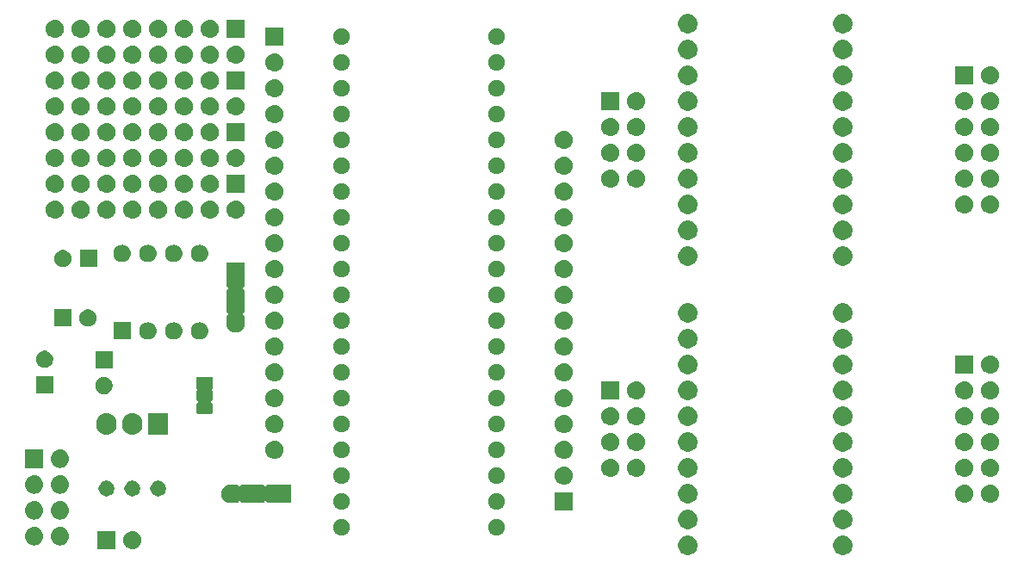
<source format=gbr>
G04 #@! TF.GenerationSoftware,KiCad,Pcbnew,5.1.4*
G04 #@! TF.CreationDate,2019-11-25T00:39:36+01:00*
G04 #@! TF.ProjectId,control_board_prototype,636f6e74-726f-46c5-9f62-6f6172645f70,rev?*
G04 #@! TF.SameCoordinates,Original*
G04 #@! TF.FileFunction,Soldermask,Bot*
G04 #@! TF.FilePolarity,Negative*
%FSLAX46Y46*%
G04 Gerber Fmt 4.6, Leading zero omitted, Abs format (unit mm)*
G04 Created by KiCad (PCBNEW 5.1.4) date 2019-11-25 00:39:36*
%MOMM*%
%LPD*%
G04 APERTURE LIST*
%ADD10C,0.100000*%
G04 APERTURE END LIST*
D10*
G36*
X245133395Y-82143546D02*
G01*
X245306466Y-82215234D01*
X245306467Y-82215235D01*
X245462227Y-82319310D01*
X245594690Y-82451773D01*
X245594691Y-82451775D01*
X245698766Y-82607534D01*
X245770454Y-82780605D01*
X245807000Y-82964333D01*
X245807000Y-83151667D01*
X245770454Y-83335395D01*
X245698766Y-83508466D01*
X245698765Y-83508467D01*
X245594690Y-83664227D01*
X245462227Y-83796690D01*
X245383818Y-83849081D01*
X245306466Y-83900766D01*
X245133395Y-83972454D01*
X244949667Y-84009000D01*
X244762333Y-84009000D01*
X244578605Y-83972454D01*
X244405534Y-83900766D01*
X244328182Y-83849081D01*
X244249773Y-83796690D01*
X244117310Y-83664227D01*
X244013235Y-83508467D01*
X244013234Y-83508466D01*
X243941546Y-83335395D01*
X243905000Y-83151667D01*
X243905000Y-82964333D01*
X243941546Y-82780605D01*
X244013234Y-82607534D01*
X244117309Y-82451775D01*
X244117310Y-82451773D01*
X244249773Y-82319310D01*
X244405533Y-82215235D01*
X244405534Y-82215234D01*
X244578605Y-82143546D01*
X244762333Y-82107000D01*
X244949667Y-82107000D01*
X245133395Y-82143546D01*
X245133395Y-82143546D01*
G37*
G36*
X229893395Y-82143546D02*
G01*
X230066466Y-82215234D01*
X230066467Y-82215235D01*
X230222227Y-82319310D01*
X230354690Y-82451773D01*
X230354691Y-82451775D01*
X230458766Y-82607534D01*
X230530454Y-82780605D01*
X230567000Y-82964333D01*
X230567000Y-83151667D01*
X230530454Y-83335395D01*
X230458766Y-83508466D01*
X230458765Y-83508467D01*
X230354690Y-83664227D01*
X230222227Y-83796690D01*
X230143818Y-83849081D01*
X230066466Y-83900766D01*
X229893395Y-83972454D01*
X229709667Y-84009000D01*
X229522333Y-84009000D01*
X229338605Y-83972454D01*
X229165534Y-83900766D01*
X229088182Y-83849081D01*
X229009773Y-83796690D01*
X228877310Y-83664227D01*
X228773235Y-83508467D01*
X228773234Y-83508466D01*
X228701546Y-83335395D01*
X228665000Y-83151667D01*
X228665000Y-82964333D01*
X228701546Y-82780605D01*
X228773234Y-82607534D01*
X228877309Y-82451775D01*
X228877310Y-82451773D01*
X229009773Y-82319310D01*
X229165533Y-82215235D01*
X229165534Y-82215234D01*
X229338605Y-82143546D01*
X229522333Y-82107000D01*
X229709667Y-82107000D01*
X229893395Y-82143546D01*
X229893395Y-82143546D01*
G37*
G36*
X173367000Y-83451000D02*
G01*
X171565000Y-83451000D01*
X171565000Y-81649000D01*
X173367000Y-81649000D01*
X173367000Y-83451000D01*
X173367000Y-83451000D01*
G37*
G36*
X175116443Y-81655519D02*
G01*
X175182627Y-81662037D01*
X175352466Y-81713557D01*
X175508991Y-81797222D01*
X175544729Y-81826552D01*
X175646186Y-81909814D01*
X175713939Y-81992373D01*
X175758778Y-82047009D01*
X175758779Y-82047011D01*
X175810379Y-82143546D01*
X175842443Y-82203534D01*
X175893963Y-82373373D01*
X175911359Y-82550000D01*
X175893963Y-82726627D01*
X175842443Y-82896466D01*
X175758778Y-83052991D01*
X175755518Y-83056963D01*
X175646186Y-83190186D01*
X175544729Y-83273448D01*
X175508991Y-83302778D01*
X175352466Y-83386443D01*
X175182627Y-83437963D01*
X175116443Y-83444481D01*
X175050260Y-83451000D01*
X174961740Y-83451000D01*
X174895557Y-83444481D01*
X174829373Y-83437963D01*
X174659534Y-83386443D01*
X174503009Y-83302778D01*
X174467271Y-83273448D01*
X174365814Y-83190186D01*
X174256482Y-83056963D01*
X174253222Y-83052991D01*
X174169557Y-82896466D01*
X174118037Y-82726627D01*
X174100641Y-82550000D01*
X174118037Y-82373373D01*
X174169557Y-82203534D01*
X174201622Y-82143546D01*
X174253221Y-82047011D01*
X174253222Y-82047009D01*
X174298061Y-81992373D01*
X174365814Y-81909814D01*
X174467271Y-81826552D01*
X174503009Y-81797222D01*
X174659534Y-81713557D01*
X174829373Y-81662037D01*
X174895557Y-81655519D01*
X174961740Y-81649000D01*
X175050260Y-81649000D01*
X175116443Y-81655519D01*
X175116443Y-81655519D01*
G37*
G36*
X168004443Y-81274519D02*
G01*
X168070627Y-81281037D01*
X168240466Y-81332557D01*
X168396991Y-81416222D01*
X168432729Y-81445552D01*
X168534186Y-81528814D01*
X168617448Y-81630271D01*
X168646778Y-81666009D01*
X168730443Y-81822534D01*
X168781963Y-81992373D01*
X168799359Y-82169000D01*
X168781963Y-82345627D01*
X168730443Y-82515466D01*
X168646778Y-82671991D01*
X168617448Y-82707729D01*
X168534186Y-82809186D01*
X168432729Y-82892448D01*
X168396991Y-82921778D01*
X168240466Y-83005443D01*
X168070627Y-83056963D01*
X168004442Y-83063482D01*
X167938260Y-83070000D01*
X167849740Y-83070000D01*
X167783558Y-83063482D01*
X167717373Y-83056963D01*
X167547534Y-83005443D01*
X167391009Y-82921778D01*
X167355271Y-82892448D01*
X167253814Y-82809186D01*
X167170552Y-82707729D01*
X167141222Y-82671991D01*
X167057557Y-82515466D01*
X167006037Y-82345627D01*
X166988641Y-82169000D01*
X167006037Y-81992373D01*
X167057557Y-81822534D01*
X167141222Y-81666009D01*
X167170552Y-81630271D01*
X167253814Y-81528814D01*
X167355271Y-81445552D01*
X167391009Y-81416222D01*
X167547534Y-81332557D01*
X167717373Y-81281037D01*
X167783557Y-81274519D01*
X167849740Y-81268000D01*
X167938260Y-81268000D01*
X168004443Y-81274519D01*
X168004443Y-81274519D01*
G37*
G36*
X165464443Y-81274519D02*
G01*
X165530627Y-81281037D01*
X165700466Y-81332557D01*
X165856991Y-81416222D01*
X165892729Y-81445552D01*
X165994186Y-81528814D01*
X166077448Y-81630271D01*
X166106778Y-81666009D01*
X166190443Y-81822534D01*
X166241963Y-81992373D01*
X166259359Y-82169000D01*
X166241963Y-82345627D01*
X166190443Y-82515466D01*
X166106778Y-82671991D01*
X166077448Y-82707729D01*
X165994186Y-82809186D01*
X165892729Y-82892448D01*
X165856991Y-82921778D01*
X165700466Y-83005443D01*
X165530627Y-83056963D01*
X165464442Y-83063482D01*
X165398260Y-83070000D01*
X165309740Y-83070000D01*
X165243558Y-83063482D01*
X165177373Y-83056963D01*
X165007534Y-83005443D01*
X164851009Y-82921778D01*
X164815271Y-82892448D01*
X164713814Y-82809186D01*
X164630552Y-82707729D01*
X164601222Y-82671991D01*
X164517557Y-82515466D01*
X164466037Y-82345627D01*
X164448641Y-82169000D01*
X164466037Y-81992373D01*
X164517557Y-81822534D01*
X164601222Y-81666009D01*
X164630552Y-81630271D01*
X164713814Y-81528814D01*
X164815271Y-81445552D01*
X164851009Y-81416222D01*
X165007534Y-81332557D01*
X165177373Y-81281037D01*
X165243557Y-81274519D01*
X165309740Y-81268000D01*
X165398260Y-81268000D01*
X165464443Y-81274519D01*
X165464443Y-81274519D01*
G37*
G36*
X195817142Y-80498242D02*
G01*
X195965101Y-80559529D01*
X196098255Y-80648499D01*
X196211501Y-80761745D01*
X196300471Y-80894899D01*
X196361758Y-81042858D01*
X196393000Y-81199925D01*
X196393000Y-81360075D01*
X196361758Y-81517142D01*
X196300471Y-81665101D01*
X196211501Y-81798255D01*
X196098255Y-81911501D01*
X195965101Y-82000471D01*
X195817142Y-82061758D01*
X195660075Y-82093000D01*
X195499925Y-82093000D01*
X195342858Y-82061758D01*
X195194899Y-82000471D01*
X195061745Y-81911501D01*
X194948499Y-81798255D01*
X194859529Y-81665101D01*
X194798242Y-81517142D01*
X194767000Y-81360075D01*
X194767000Y-81199925D01*
X194798242Y-81042858D01*
X194859529Y-80894899D01*
X194948499Y-80761745D01*
X195061745Y-80648499D01*
X195194899Y-80559529D01*
X195342858Y-80498242D01*
X195499925Y-80467000D01*
X195660075Y-80467000D01*
X195817142Y-80498242D01*
X195817142Y-80498242D01*
G37*
G36*
X211057142Y-80498242D02*
G01*
X211205101Y-80559529D01*
X211338255Y-80648499D01*
X211451501Y-80761745D01*
X211540471Y-80894899D01*
X211601758Y-81042858D01*
X211633000Y-81199925D01*
X211633000Y-81360075D01*
X211601758Y-81517142D01*
X211540471Y-81665101D01*
X211451501Y-81798255D01*
X211338255Y-81911501D01*
X211205101Y-82000471D01*
X211057142Y-82061758D01*
X210900075Y-82093000D01*
X210739925Y-82093000D01*
X210582858Y-82061758D01*
X210434899Y-82000471D01*
X210301745Y-81911501D01*
X210188499Y-81798255D01*
X210099529Y-81665101D01*
X210038242Y-81517142D01*
X210007000Y-81360075D01*
X210007000Y-81199925D01*
X210038242Y-81042858D01*
X210099529Y-80894899D01*
X210188499Y-80761745D01*
X210301745Y-80648499D01*
X210434899Y-80559529D01*
X210582858Y-80498242D01*
X210739925Y-80467000D01*
X210900075Y-80467000D01*
X211057142Y-80498242D01*
X211057142Y-80498242D01*
G37*
G36*
X229893395Y-79603546D02*
G01*
X230066466Y-79675234D01*
X230066467Y-79675235D01*
X230222227Y-79779310D01*
X230354690Y-79911773D01*
X230354691Y-79911775D01*
X230458766Y-80067534D01*
X230530454Y-80240605D01*
X230567000Y-80424333D01*
X230567000Y-80611667D01*
X230530454Y-80795395D01*
X230458766Y-80968466D01*
X230458765Y-80968467D01*
X230354690Y-81124227D01*
X230222227Y-81256690D01*
X230205300Y-81268000D01*
X230066466Y-81360766D01*
X229893395Y-81432454D01*
X229709667Y-81469000D01*
X229522333Y-81469000D01*
X229338605Y-81432454D01*
X229165534Y-81360766D01*
X229026700Y-81268000D01*
X229009773Y-81256690D01*
X228877310Y-81124227D01*
X228773235Y-80968467D01*
X228773234Y-80968466D01*
X228701546Y-80795395D01*
X228665000Y-80611667D01*
X228665000Y-80424333D01*
X228701546Y-80240605D01*
X228773234Y-80067534D01*
X228877309Y-79911775D01*
X228877310Y-79911773D01*
X229009773Y-79779310D01*
X229165533Y-79675235D01*
X229165534Y-79675234D01*
X229338605Y-79603546D01*
X229522333Y-79567000D01*
X229709667Y-79567000D01*
X229893395Y-79603546D01*
X229893395Y-79603546D01*
G37*
G36*
X245133395Y-79603546D02*
G01*
X245306466Y-79675234D01*
X245306467Y-79675235D01*
X245462227Y-79779310D01*
X245594690Y-79911773D01*
X245594691Y-79911775D01*
X245698766Y-80067534D01*
X245770454Y-80240605D01*
X245807000Y-80424333D01*
X245807000Y-80611667D01*
X245770454Y-80795395D01*
X245698766Y-80968466D01*
X245698765Y-80968467D01*
X245594690Y-81124227D01*
X245462227Y-81256690D01*
X245445300Y-81268000D01*
X245306466Y-81360766D01*
X245133395Y-81432454D01*
X244949667Y-81469000D01*
X244762333Y-81469000D01*
X244578605Y-81432454D01*
X244405534Y-81360766D01*
X244266700Y-81268000D01*
X244249773Y-81256690D01*
X244117310Y-81124227D01*
X244013235Y-80968467D01*
X244013234Y-80968466D01*
X243941546Y-80795395D01*
X243905000Y-80611667D01*
X243905000Y-80424333D01*
X243941546Y-80240605D01*
X244013234Y-80067534D01*
X244117309Y-79911775D01*
X244117310Y-79911773D01*
X244249773Y-79779310D01*
X244405533Y-79675235D01*
X244405534Y-79675234D01*
X244578605Y-79603546D01*
X244762333Y-79567000D01*
X244949667Y-79567000D01*
X245133395Y-79603546D01*
X245133395Y-79603546D01*
G37*
G36*
X165464442Y-78734518D02*
G01*
X165530627Y-78741037D01*
X165700466Y-78792557D01*
X165856991Y-78876222D01*
X165892729Y-78905552D01*
X165994186Y-78988814D01*
X166077448Y-79090271D01*
X166106778Y-79126009D01*
X166190443Y-79282534D01*
X166241963Y-79452373D01*
X166259359Y-79629000D01*
X166241963Y-79805627D01*
X166190443Y-79975466D01*
X166106778Y-80131991D01*
X166077448Y-80167729D01*
X165994186Y-80269186D01*
X165892729Y-80352448D01*
X165856991Y-80381778D01*
X165700466Y-80465443D01*
X165530627Y-80516963D01*
X165464442Y-80523482D01*
X165398260Y-80530000D01*
X165309740Y-80530000D01*
X165243558Y-80523482D01*
X165177373Y-80516963D01*
X165007534Y-80465443D01*
X164851009Y-80381778D01*
X164815271Y-80352448D01*
X164713814Y-80269186D01*
X164630552Y-80167729D01*
X164601222Y-80131991D01*
X164517557Y-79975466D01*
X164466037Y-79805627D01*
X164448641Y-79629000D01*
X164466037Y-79452373D01*
X164517557Y-79282534D01*
X164601222Y-79126009D01*
X164630552Y-79090271D01*
X164713814Y-78988814D01*
X164815271Y-78905552D01*
X164851009Y-78876222D01*
X165007534Y-78792557D01*
X165177373Y-78741037D01*
X165243558Y-78734518D01*
X165309740Y-78728000D01*
X165398260Y-78728000D01*
X165464442Y-78734518D01*
X165464442Y-78734518D01*
G37*
G36*
X168004442Y-78734518D02*
G01*
X168070627Y-78741037D01*
X168240466Y-78792557D01*
X168396991Y-78876222D01*
X168432729Y-78905552D01*
X168534186Y-78988814D01*
X168617448Y-79090271D01*
X168646778Y-79126009D01*
X168730443Y-79282534D01*
X168781963Y-79452373D01*
X168799359Y-79629000D01*
X168781963Y-79805627D01*
X168730443Y-79975466D01*
X168646778Y-80131991D01*
X168617448Y-80167729D01*
X168534186Y-80269186D01*
X168432729Y-80352448D01*
X168396991Y-80381778D01*
X168240466Y-80465443D01*
X168070627Y-80516963D01*
X168004442Y-80523482D01*
X167938260Y-80530000D01*
X167849740Y-80530000D01*
X167783558Y-80523482D01*
X167717373Y-80516963D01*
X167547534Y-80465443D01*
X167391009Y-80381778D01*
X167355271Y-80352448D01*
X167253814Y-80269186D01*
X167170552Y-80167729D01*
X167141222Y-80131991D01*
X167057557Y-79975466D01*
X167006037Y-79805627D01*
X166988641Y-79629000D01*
X167006037Y-79452373D01*
X167057557Y-79282534D01*
X167141222Y-79126009D01*
X167170552Y-79090271D01*
X167253814Y-78988814D01*
X167355271Y-78905552D01*
X167391009Y-78876222D01*
X167547534Y-78792557D01*
X167717373Y-78741037D01*
X167783558Y-78734518D01*
X167849740Y-78728000D01*
X167938260Y-78728000D01*
X168004442Y-78734518D01*
X168004442Y-78734518D01*
G37*
G36*
X218325000Y-79641000D02*
G01*
X216523000Y-79641000D01*
X216523000Y-77839000D01*
X218325000Y-77839000D01*
X218325000Y-79641000D01*
X218325000Y-79641000D01*
G37*
G36*
X211057142Y-77958242D02*
G01*
X211205101Y-78019529D01*
X211338255Y-78108499D01*
X211451501Y-78221745D01*
X211540471Y-78354899D01*
X211601758Y-78502858D01*
X211633000Y-78659925D01*
X211633000Y-78820075D01*
X211601758Y-78977142D01*
X211540471Y-79125101D01*
X211451501Y-79258255D01*
X211338255Y-79371501D01*
X211205101Y-79460471D01*
X211057142Y-79521758D01*
X210900075Y-79553000D01*
X210739925Y-79553000D01*
X210582858Y-79521758D01*
X210434899Y-79460471D01*
X210301745Y-79371501D01*
X210188499Y-79258255D01*
X210099529Y-79125101D01*
X210038242Y-78977142D01*
X210007000Y-78820075D01*
X210007000Y-78659925D01*
X210038242Y-78502858D01*
X210099529Y-78354899D01*
X210188499Y-78221745D01*
X210301745Y-78108499D01*
X210434899Y-78019529D01*
X210582858Y-77958242D01*
X210739925Y-77927000D01*
X210900075Y-77927000D01*
X211057142Y-77958242D01*
X211057142Y-77958242D01*
G37*
G36*
X195817142Y-77958242D02*
G01*
X195965101Y-78019529D01*
X196098255Y-78108499D01*
X196211501Y-78221745D01*
X196300471Y-78354899D01*
X196361758Y-78502858D01*
X196393000Y-78659925D01*
X196393000Y-78820075D01*
X196361758Y-78977142D01*
X196300471Y-79125101D01*
X196211501Y-79258255D01*
X196098255Y-79371501D01*
X195965101Y-79460471D01*
X195817142Y-79521758D01*
X195660075Y-79553000D01*
X195499925Y-79553000D01*
X195342858Y-79521758D01*
X195194899Y-79460471D01*
X195061745Y-79371501D01*
X194948499Y-79258255D01*
X194859529Y-79125101D01*
X194798242Y-78977142D01*
X194767000Y-78820075D01*
X194767000Y-78659925D01*
X194798242Y-78502858D01*
X194859529Y-78354899D01*
X194948499Y-78221745D01*
X195061745Y-78108499D01*
X195194899Y-78019529D01*
X195342858Y-77958242D01*
X195499925Y-77927000D01*
X195660075Y-77927000D01*
X195817142Y-77958242D01*
X195817142Y-77958242D01*
G37*
G36*
X229893395Y-77063546D02*
G01*
X230066466Y-77135234D01*
X230117135Y-77169090D01*
X230222227Y-77239310D01*
X230354690Y-77371773D01*
X230372053Y-77397759D01*
X230458766Y-77527534D01*
X230530454Y-77700605D01*
X230567000Y-77884333D01*
X230567000Y-78071667D01*
X230530454Y-78255395D01*
X230458766Y-78428466D01*
X230458765Y-78428467D01*
X230354690Y-78584227D01*
X230222227Y-78716690D01*
X230194065Y-78735507D01*
X230066466Y-78820766D01*
X229893395Y-78892454D01*
X229709667Y-78929000D01*
X229522333Y-78929000D01*
X229338605Y-78892454D01*
X229165534Y-78820766D01*
X229037935Y-78735507D01*
X229009773Y-78716690D01*
X228877310Y-78584227D01*
X228773235Y-78428467D01*
X228773234Y-78428466D01*
X228701546Y-78255395D01*
X228665000Y-78071667D01*
X228665000Y-77884333D01*
X228701546Y-77700605D01*
X228773234Y-77527534D01*
X228859947Y-77397759D01*
X228877310Y-77371773D01*
X229009773Y-77239310D01*
X229114865Y-77169090D01*
X229165534Y-77135234D01*
X229338605Y-77063546D01*
X229522333Y-77027000D01*
X229709667Y-77027000D01*
X229893395Y-77063546D01*
X229893395Y-77063546D01*
G37*
G36*
X245133395Y-77063546D02*
G01*
X245306466Y-77135234D01*
X245357135Y-77169090D01*
X245462227Y-77239310D01*
X245594690Y-77371773D01*
X245612053Y-77397759D01*
X245698766Y-77527534D01*
X245770454Y-77700605D01*
X245807000Y-77884333D01*
X245807000Y-78071667D01*
X245770454Y-78255395D01*
X245698766Y-78428466D01*
X245698765Y-78428467D01*
X245594690Y-78584227D01*
X245462227Y-78716690D01*
X245434065Y-78735507D01*
X245306466Y-78820766D01*
X245133395Y-78892454D01*
X244949667Y-78929000D01*
X244762333Y-78929000D01*
X244578605Y-78892454D01*
X244405534Y-78820766D01*
X244277935Y-78735507D01*
X244249773Y-78716690D01*
X244117310Y-78584227D01*
X244013235Y-78428467D01*
X244013234Y-78428466D01*
X243941546Y-78255395D01*
X243905000Y-78071667D01*
X243905000Y-77884333D01*
X243941546Y-77700605D01*
X244013234Y-77527534D01*
X244099947Y-77397759D01*
X244117310Y-77371773D01*
X244249773Y-77239310D01*
X244354865Y-77169090D01*
X244405534Y-77135234D01*
X244578605Y-77063546D01*
X244762333Y-77027000D01*
X244949667Y-77027000D01*
X245133395Y-77063546D01*
X245133395Y-77063546D01*
G37*
G36*
X185367999Y-77077737D02*
G01*
X185377608Y-77080652D01*
X185386472Y-77085390D01*
X185394865Y-77092278D01*
X185403439Y-77102457D01*
X185469690Y-77196313D01*
X185485715Y-77214850D01*
X185505049Y-77229905D01*
X185526948Y-77240899D01*
X185550572Y-77247409D01*
X185575011Y-77249186D01*
X185599328Y-77246160D01*
X185622587Y-77238449D01*
X185643895Y-77226348D01*
X185662432Y-77210323D01*
X185677487Y-77190989D01*
X185688481Y-77169090D01*
X185696480Y-77133290D01*
X185697497Y-77119296D01*
X185700168Y-77109605D01*
X185702583Y-77104794D01*
X185704674Y-77100629D01*
X185707761Y-77096666D01*
X185710847Y-77092702D01*
X185718446Y-77086133D01*
X185727181Y-77081172D01*
X185731496Y-77079742D01*
X185736718Y-77078010D01*
X185748000Y-77076753D01*
X185749517Y-77076753D01*
X185754945Y-77076148D01*
X187891860Y-77076148D01*
X187907999Y-77077737D01*
X187917608Y-77080652D01*
X187926472Y-77085390D01*
X187934865Y-77092278D01*
X187943439Y-77102457D01*
X188009690Y-77196313D01*
X188025715Y-77214850D01*
X188045049Y-77229905D01*
X188066948Y-77240899D01*
X188090572Y-77247409D01*
X188115011Y-77249186D01*
X188139328Y-77246160D01*
X188162587Y-77238449D01*
X188183895Y-77226348D01*
X188202432Y-77210323D01*
X188217487Y-77190989D01*
X188228481Y-77169090D01*
X188236480Y-77133290D01*
X188237497Y-77119296D01*
X188240168Y-77109605D01*
X188242583Y-77104794D01*
X188244674Y-77100629D01*
X188247761Y-77096666D01*
X188250847Y-77092702D01*
X188258446Y-77086133D01*
X188267181Y-77081172D01*
X188271496Y-77079742D01*
X188276718Y-77078010D01*
X188288000Y-77076753D01*
X188289517Y-77076753D01*
X188294945Y-77076148D01*
X190581860Y-77076148D01*
X190597999Y-77077737D01*
X190607608Y-77080652D01*
X190616472Y-77085390D01*
X190624237Y-77091763D01*
X190630610Y-77099528D01*
X190635348Y-77108392D01*
X190638263Y-77118001D01*
X190639852Y-77134140D01*
X190639852Y-78821860D01*
X190638263Y-78837999D01*
X190635348Y-78847608D01*
X190630610Y-78856472D01*
X190624237Y-78864237D01*
X190616472Y-78870610D01*
X190607608Y-78875348D01*
X190597999Y-78878263D01*
X190581860Y-78879852D01*
X188294140Y-78879852D01*
X188278001Y-78878263D01*
X188268392Y-78875348D01*
X188259528Y-78870610D01*
X188251763Y-78864237D01*
X188245390Y-78856472D01*
X188240652Y-78847608D01*
X188237737Y-78837999D01*
X188235953Y-78819881D01*
X188231173Y-78795847D01*
X188221796Y-78773209D01*
X188208182Y-78752834D01*
X188190855Y-78735507D01*
X188170481Y-78721893D01*
X188147842Y-78712516D01*
X188123809Y-78707735D01*
X188099305Y-78707735D01*
X188075271Y-78712515D01*
X188052633Y-78721892D01*
X188032258Y-78735506D01*
X188009436Y-78760047D01*
X187943903Y-78852886D01*
X187933298Y-78865153D01*
X187929334Y-78868240D01*
X187925371Y-78871326D01*
X187920910Y-78873565D01*
X187916395Y-78875832D01*
X187916393Y-78875833D01*
X187916392Y-78875833D01*
X187914984Y-78876221D01*
X187905927Y-78878717D01*
X187892662Y-78879852D01*
X185754140Y-78879852D01*
X185738001Y-78878263D01*
X185728392Y-78875348D01*
X185719528Y-78870610D01*
X185711763Y-78864237D01*
X185705390Y-78856472D01*
X185700652Y-78847608D01*
X185697737Y-78837999D01*
X185695953Y-78819881D01*
X185691173Y-78795847D01*
X185681796Y-78773209D01*
X185668182Y-78752834D01*
X185650855Y-78735507D01*
X185630481Y-78721893D01*
X185607842Y-78712516D01*
X185583809Y-78707735D01*
X185559305Y-78707735D01*
X185535271Y-78712515D01*
X185512633Y-78721892D01*
X185492258Y-78735506D01*
X185469436Y-78760047D01*
X185403903Y-78852886D01*
X185393298Y-78865153D01*
X185389334Y-78868240D01*
X185385371Y-78871326D01*
X185380910Y-78873565D01*
X185376395Y-78875832D01*
X185376393Y-78875833D01*
X185376392Y-78875833D01*
X185374984Y-78876221D01*
X185365927Y-78878717D01*
X185352662Y-78879852D01*
X184664140Y-78879852D01*
X184638136Y-78877291D01*
X184633461Y-78876361D01*
X184621207Y-78875759D01*
X184580825Y-78875759D01*
X184558545Y-78873565D01*
X184407164Y-78843453D01*
X184385745Y-78836955D01*
X184243146Y-78777889D01*
X184223401Y-78767335D01*
X184095064Y-78681583D01*
X184077759Y-78667382D01*
X183968618Y-78558241D01*
X183954417Y-78540936D01*
X183868665Y-78412599D01*
X183858111Y-78392854D01*
X183799045Y-78250255D01*
X183792547Y-78228836D01*
X183762435Y-78077455D01*
X183760241Y-78055175D01*
X183760241Y-77900825D01*
X183762435Y-77878545D01*
X183792547Y-77727164D01*
X183799045Y-77705745D01*
X183858111Y-77563146D01*
X183868665Y-77543401D01*
X183954417Y-77415064D01*
X183968618Y-77397759D01*
X184077759Y-77288618D01*
X184095064Y-77274417D01*
X184223401Y-77188665D01*
X184243146Y-77178111D01*
X184385745Y-77119045D01*
X184407164Y-77112547D01*
X184558545Y-77082435D01*
X184580825Y-77080241D01*
X184621207Y-77080241D01*
X184635737Y-77078810D01*
X184635750Y-77078944D01*
X184664140Y-77076148D01*
X185351860Y-77076148D01*
X185367999Y-77077737D01*
X185367999Y-77077737D01*
G37*
G36*
X256904442Y-77083518D02*
G01*
X256970627Y-77090037D01*
X257140466Y-77141557D01*
X257296991Y-77225222D01*
X257302697Y-77229905D01*
X257434186Y-77337814D01*
X257497582Y-77415064D01*
X257546778Y-77475009D01*
X257630443Y-77631534D01*
X257681963Y-77801373D01*
X257699359Y-77978000D01*
X257681963Y-78154627D01*
X257630443Y-78324466D01*
X257546778Y-78480991D01*
X257528833Y-78502857D01*
X257434186Y-78618186D01*
X257356935Y-78681583D01*
X257296991Y-78730778D01*
X257140466Y-78814443D01*
X256970627Y-78865963D01*
X256904443Y-78872481D01*
X256838260Y-78879000D01*
X256749740Y-78879000D01*
X256683557Y-78872481D01*
X256617373Y-78865963D01*
X256447534Y-78814443D01*
X256291009Y-78730778D01*
X256231065Y-78681583D01*
X256153814Y-78618186D01*
X256059167Y-78502857D01*
X256041222Y-78480991D01*
X255957557Y-78324466D01*
X255906037Y-78154627D01*
X255888641Y-77978000D01*
X255906037Y-77801373D01*
X255957557Y-77631534D01*
X256041222Y-77475009D01*
X256090418Y-77415064D01*
X256153814Y-77337814D01*
X256285303Y-77229905D01*
X256291009Y-77225222D01*
X256447534Y-77141557D01*
X256617373Y-77090037D01*
X256683558Y-77083518D01*
X256749740Y-77077000D01*
X256838260Y-77077000D01*
X256904442Y-77083518D01*
X256904442Y-77083518D01*
G37*
G36*
X259444442Y-77083518D02*
G01*
X259510627Y-77090037D01*
X259680466Y-77141557D01*
X259836991Y-77225222D01*
X259842697Y-77229905D01*
X259974186Y-77337814D01*
X260037582Y-77415064D01*
X260086778Y-77475009D01*
X260170443Y-77631534D01*
X260221963Y-77801373D01*
X260239359Y-77978000D01*
X260221963Y-78154627D01*
X260170443Y-78324466D01*
X260086778Y-78480991D01*
X260068833Y-78502857D01*
X259974186Y-78618186D01*
X259896935Y-78681583D01*
X259836991Y-78730778D01*
X259680466Y-78814443D01*
X259510627Y-78865963D01*
X259444443Y-78872481D01*
X259378260Y-78879000D01*
X259289740Y-78879000D01*
X259223557Y-78872481D01*
X259157373Y-78865963D01*
X258987534Y-78814443D01*
X258831009Y-78730778D01*
X258771065Y-78681583D01*
X258693814Y-78618186D01*
X258599167Y-78502857D01*
X258581222Y-78480991D01*
X258497557Y-78324466D01*
X258446037Y-78154627D01*
X258428641Y-77978000D01*
X258446037Y-77801373D01*
X258497557Y-77631534D01*
X258581222Y-77475009D01*
X258630418Y-77415064D01*
X258693814Y-77337814D01*
X258825303Y-77229905D01*
X258831009Y-77225222D01*
X258987534Y-77141557D01*
X259157373Y-77090037D01*
X259223558Y-77083518D01*
X259289740Y-77077000D01*
X259378260Y-77077000D01*
X259444442Y-77083518D01*
X259444442Y-77083518D01*
G37*
G36*
X177671589Y-76708876D02*
G01*
X177770893Y-76728629D01*
X177911206Y-76786748D01*
X178037484Y-76871125D01*
X178144875Y-76978516D01*
X178229252Y-77104794D01*
X178287371Y-77245107D01*
X178317000Y-77394063D01*
X178317000Y-77545937D01*
X178287371Y-77694893D01*
X178229252Y-77835206D01*
X178144875Y-77961484D01*
X178037484Y-78068875D01*
X177911206Y-78153252D01*
X177770893Y-78211371D01*
X177683090Y-78228836D01*
X177621938Y-78241000D01*
X177470062Y-78241000D01*
X177408910Y-78228836D01*
X177321107Y-78211371D01*
X177180794Y-78153252D01*
X177054516Y-78068875D01*
X176947125Y-77961484D01*
X176862748Y-77835206D01*
X176804629Y-77694893D01*
X176775000Y-77545937D01*
X176775000Y-77394063D01*
X176804629Y-77245107D01*
X176862748Y-77104794D01*
X176947125Y-76978516D01*
X177054516Y-76871125D01*
X177180794Y-76786748D01*
X177321107Y-76728629D01*
X177420411Y-76708876D01*
X177470062Y-76699000D01*
X177621938Y-76699000D01*
X177671589Y-76708876D01*
X177671589Y-76708876D01*
G37*
G36*
X175131589Y-76708876D02*
G01*
X175230893Y-76728629D01*
X175371206Y-76786748D01*
X175497484Y-76871125D01*
X175604875Y-76978516D01*
X175689252Y-77104794D01*
X175747371Y-77245107D01*
X175777000Y-77394063D01*
X175777000Y-77545937D01*
X175747371Y-77694893D01*
X175689252Y-77835206D01*
X175604875Y-77961484D01*
X175497484Y-78068875D01*
X175371206Y-78153252D01*
X175230893Y-78211371D01*
X175143090Y-78228836D01*
X175081938Y-78241000D01*
X174930062Y-78241000D01*
X174868910Y-78228836D01*
X174781107Y-78211371D01*
X174640794Y-78153252D01*
X174514516Y-78068875D01*
X174407125Y-77961484D01*
X174322748Y-77835206D01*
X174264629Y-77694893D01*
X174235000Y-77545937D01*
X174235000Y-77394063D01*
X174264629Y-77245107D01*
X174322748Y-77104794D01*
X174407125Y-76978516D01*
X174514516Y-76871125D01*
X174640794Y-76786748D01*
X174781107Y-76728629D01*
X174880411Y-76708876D01*
X174930062Y-76699000D01*
X175081938Y-76699000D01*
X175131589Y-76708876D01*
X175131589Y-76708876D01*
G37*
G36*
X172591589Y-76708876D02*
G01*
X172690893Y-76728629D01*
X172831206Y-76786748D01*
X172957484Y-76871125D01*
X173064875Y-76978516D01*
X173149252Y-77104794D01*
X173207371Y-77245107D01*
X173237000Y-77394063D01*
X173237000Y-77545937D01*
X173207371Y-77694893D01*
X173149252Y-77835206D01*
X173064875Y-77961484D01*
X172957484Y-78068875D01*
X172831206Y-78153252D01*
X172690893Y-78211371D01*
X172603090Y-78228836D01*
X172541938Y-78241000D01*
X172390062Y-78241000D01*
X172328910Y-78228836D01*
X172241107Y-78211371D01*
X172100794Y-78153252D01*
X171974516Y-78068875D01*
X171867125Y-77961484D01*
X171782748Y-77835206D01*
X171724629Y-77694893D01*
X171695000Y-77545937D01*
X171695000Y-77394063D01*
X171724629Y-77245107D01*
X171782748Y-77104794D01*
X171867125Y-76978516D01*
X171974516Y-76871125D01*
X172100794Y-76786748D01*
X172241107Y-76728629D01*
X172340411Y-76708876D01*
X172390062Y-76699000D01*
X172541938Y-76699000D01*
X172591589Y-76708876D01*
X172591589Y-76708876D01*
G37*
G36*
X165464442Y-76194518D02*
G01*
X165530627Y-76201037D01*
X165700466Y-76252557D01*
X165856991Y-76336222D01*
X165892729Y-76365552D01*
X165994186Y-76448814D01*
X166074326Y-76546466D01*
X166106778Y-76586009D01*
X166190443Y-76742534D01*
X166241963Y-76912373D01*
X166259359Y-77089000D01*
X166241963Y-77265627D01*
X166190443Y-77435466D01*
X166106778Y-77591991D01*
X166077448Y-77627729D01*
X165994186Y-77729186D01*
X165906222Y-77801375D01*
X165856991Y-77841778D01*
X165700466Y-77925443D01*
X165530627Y-77976963D01*
X165464442Y-77983482D01*
X165398260Y-77990000D01*
X165309740Y-77990000D01*
X165243558Y-77983482D01*
X165177373Y-77976963D01*
X165007534Y-77925443D01*
X164851009Y-77841778D01*
X164801778Y-77801375D01*
X164713814Y-77729186D01*
X164630552Y-77627729D01*
X164601222Y-77591991D01*
X164517557Y-77435466D01*
X164466037Y-77265627D01*
X164448641Y-77089000D01*
X164466037Y-76912373D01*
X164517557Y-76742534D01*
X164601222Y-76586009D01*
X164633674Y-76546466D01*
X164713814Y-76448814D01*
X164815271Y-76365552D01*
X164851009Y-76336222D01*
X165007534Y-76252557D01*
X165177373Y-76201037D01*
X165243558Y-76194518D01*
X165309740Y-76188000D01*
X165398260Y-76188000D01*
X165464442Y-76194518D01*
X165464442Y-76194518D01*
G37*
G36*
X168004442Y-76194518D02*
G01*
X168070627Y-76201037D01*
X168240466Y-76252557D01*
X168396991Y-76336222D01*
X168432729Y-76365552D01*
X168534186Y-76448814D01*
X168614326Y-76546466D01*
X168646778Y-76586009D01*
X168730443Y-76742534D01*
X168781963Y-76912373D01*
X168799359Y-77089000D01*
X168781963Y-77265627D01*
X168730443Y-77435466D01*
X168646778Y-77591991D01*
X168617448Y-77627729D01*
X168534186Y-77729186D01*
X168446222Y-77801375D01*
X168396991Y-77841778D01*
X168240466Y-77925443D01*
X168070627Y-77976963D01*
X168004442Y-77983482D01*
X167938260Y-77990000D01*
X167849740Y-77990000D01*
X167783558Y-77983482D01*
X167717373Y-77976963D01*
X167547534Y-77925443D01*
X167391009Y-77841778D01*
X167341778Y-77801375D01*
X167253814Y-77729186D01*
X167170552Y-77627729D01*
X167141222Y-77591991D01*
X167057557Y-77435466D01*
X167006037Y-77265627D01*
X166988641Y-77089000D01*
X167006037Y-76912373D01*
X167057557Y-76742534D01*
X167141222Y-76586009D01*
X167173674Y-76546466D01*
X167253814Y-76448814D01*
X167355271Y-76365552D01*
X167391009Y-76336222D01*
X167547534Y-76252557D01*
X167717373Y-76201037D01*
X167783558Y-76194518D01*
X167849740Y-76188000D01*
X167938260Y-76188000D01*
X168004442Y-76194518D01*
X168004442Y-76194518D01*
G37*
G36*
X217534442Y-75305518D02*
G01*
X217600627Y-75312037D01*
X217770466Y-75363557D01*
X217926991Y-75447222D01*
X217962729Y-75476552D01*
X218064186Y-75559814D01*
X218147448Y-75661271D01*
X218176778Y-75697009D01*
X218260443Y-75853534D01*
X218311963Y-76023373D01*
X218329359Y-76200000D01*
X218311963Y-76376627D01*
X218260443Y-76546466D01*
X218176778Y-76702991D01*
X218164251Y-76718255D01*
X218064186Y-76840186D01*
X217976222Y-76912375D01*
X217926991Y-76952778D01*
X217872774Y-76981758D01*
X217788133Y-77027000D01*
X217770466Y-77036443D01*
X217600627Y-77087963D01*
X217562044Y-77091763D01*
X217468260Y-77101000D01*
X217379740Y-77101000D01*
X217285956Y-77091763D01*
X217247373Y-77087963D01*
X217077534Y-77036443D01*
X217059868Y-77027000D01*
X216975226Y-76981758D01*
X216921009Y-76952778D01*
X216871778Y-76912375D01*
X216783814Y-76840186D01*
X216683749Y-76718255D01*
X216671222Y-76702991D01*
X216587557Y-76546466D01*
X216536037Y-76376627D01*
X216518641Y-76200000D01*
X216536037Y-76023373D01*
X216587557Y-75853534D01*
X216671222Y-75697009D01*
X216700552Y-75661271D01*
X216783814Y-75559814D01*
X216885271Y-75476552D01*
X216921009Y-75447222D01*
X217077534Y-75363557D01*
X217247373Y-75312037D01*
X217313558Y-75305518D01*
X217379740Y-75299000D01*
X217468260Y-75299000D01*
X217534442Y-75305518D01*
X217534442Y-75305518D01*
G37*
G36*
X211057142Y-75418242D02*
G01*
X211205101Y-75479529D01*
X211338255Y-75568499D01*
X211451501Y-75681745D01*
X211540471Y-75814899D01*
X211601758Y-75962858D01*
X211633000Y-76119925D01*
X211633000Y-76280075D01*
X211601758Y-76437142D01*
X211540471Y-76585101D01*
X211451501Y-76718255D01*
X211338255Y-76831501D01*
X211205101Y-76920471D01*
X211057142Y-76981758D01*
X210900075Y-77013000D01*
X210739925Y-77013000D01*
X210582858Y-76981758D01*
X210434899Y-76920471D01*
X210301745Y-76831501D01*
X210188499Y-76718255D01*
X210099529Y-76585101D01*
X210038242Y-76437142D01*
X210007000Y-76280075D01*
X210007000Y-76119925D01*
X210038242Y-75962858D01*
X210099529Y-75814899D01*
X210188499Y-75681745D01*
X210301745Y-75568499D01*
X210434899Y-75479529D01*
X210582858Y-75418242D01*
X210739925Y-75387000D01*
X210900075Y-75387000D01*
X211057142Y-75418242D01*
X211057142Y-75418242D01*
G37*
G36*
X195817142Y-75418242D02*
G01*
X195965101Y-75479529D01*
X196098255Y-75568499D01*
X196211501Y-75681745D01*
X196300471Y-75814899D01*
X196361758Y-75962858D01*
X196393000Y-76119925D01*
X196393000Y-76280075D01*
X196361758Y-76437142D01*
X196300471Y-76585101D01*
X196211501Y-76718255D01*
X196098255Y-76831501D01*
X195965101Y-76920471D01*
X195817142Y-76981758D01*
X195660075Y-77013000D01*
X195499925Y-77013000D01*
X195342858Y-76981758D01*
X195194899Y-76920471D01*
X195061745Y-76831501D01*
X194948499Y-76718255D01*
X194859529Y-76585101D01*
X194798242Y-76437142D01*
X194767000Y-76280075D01*
X194767000Y-76119925D01*
X194798242Y-75962858D01*
X194859529Y-75814899D01*
X194948499Y-75681745D01*
X195061745Y-75568499D01*
X195194899Y-75479529D01*
X195342858Y-75418242D01*
X195499925Y-75387000D01*
X195660075Y-75387000D01*
X195817142Y-75418242D01*
X195817142Y-75418242D01*
G37*
G36*
X245133395Y-74523546D02*
G01*
X245306466Y-74595234D01*
X245383818Y-74646919D01*
X245462227Y-74699310D01*
X245594690Y-74831773D01*
X245594691Y-74831775D01*
X245698766Y-74987534D01*
X245770454Y-75160605D01*
X245807000Y-75344333D01*
X245807000Y-75531667D01*
X245770454Y-75715395D01*
X245698766Y-75888466D01*
X245698765Y-75888467D01*
X245594690Y-76044227D01*
X245462227Y-76176690D01*
X245441141Y-76190779D01*
X245306466Y-76280766D01*
X245133395Y-76352454D01*
X244949667Y-76389000D01*
X244762333Y-76389000D01*
X244578605Y-76352454D01*
X244405534Y-76280766D01*
X244270859Y-76190779D01*
X244249773Y-76176690D01*
X244117310Y-76044227D01*
X244013235Y-75888467D01*
X244013234Y-75888466D01*
X243941546Y-75715395D01*
X243905000Y-75531667D01*
X243905000Y-75344333D01*
X243941546Y-75160605D01*
X244013234Y-74987534D01*
X244117309Y-74831775D01*
X244117310Y-74831773D01*
X244249773Y-74699310D01*
X244328182Y-74646919D01*
X244405534Y-74595234D01*
X244578605Y-74523546D01*
X244762333Y-74487000D01*
X244949667Y-74487000D01*
X245133395Y-74523546D01*
X245133395Y-74523546D01*
G37*
G36*
X229893395Y-74523546D02*
G01*
X230066466Y-74595234D01*
X230143818Y-74646919D01*
X230222227Y-74699310D01*
X230354690Y-74831773D01*
X230354691Y-74831775D01*
X230458766Y-74987534D01*
X230530454Y-75160605D01*
X230567000Y-75344333D01*
X230567000Y-75531667D01*
X230530454Y-75715395D01*
X230458766Y-75888466D01*
X230458765Y-75888467D01*
X230354690Y-76044227D01*
X230222227Y-76176690D01*
X230201141Y-76190779D01*
X230066466Y-76280766D01*
X229893395Y-76352454D01*
X229709667Y-76389000D01*
X229522333Y-76389000D01*
X229338605Y-76352454D01*
X229165534Y-76280766D01*
X229030859Y-76190779D01*
X229009773Y-76176690D01*
X228877310Y-76044227D01*
X228773235Y-75888467D01*
X228773234Y-75888466D01*
X228701546Y-75715395D01*
X228665000Y-75531667D01*
X228665000Y-75344333D01*
X228701546Y-75160605D01*
X228773234Y-74987534D01*
X228877309Y-74831775D01*
X228877310Y-74831773D01*
X229009773Y-74699310D01*
X229088182Y-74646919D01*
X229165534Y-74595234D01*
X229338605Y-74523546D01*
X229522333Y-74487000D01*
X229709667Y-74487000D01*
X229893395Y-74523546D01*
X229893395Y-74523546D01*
G37*
G36*
X222106443Y-74543519D02*
G01*
X222172627Y-74550037D01*
X222342466Y-74601557D01*
X222498991Y-74685222D01*
X222516156Y-74699309D01*
X222636186Y-74797814D01*
X222716326Y-74895466D01*
X222748778Y-74935009D01*
X222832443Y-75091534D01*
X222883963Y-75261373D01*
X222901359Y-75438000D01*
X222883963Y-75614627D01*
X222832443Y-75784466D01*
X222748778Y-75940991D01*
X222730833Y-75962857D01*
X222636186Y-76078186D01*
X222534729Y-76161448D01*
X222498991Y-76190778D01*
X222342466Y-76274443D01*
X222172627Y-76325963D01*
X222106442Y-76332482D01*
X222040260Y-76339000D01*
X221951740Y-76339000D01*
X221885558Y-76332482D01*
X221819373Y-76325963D01*
X221649534Y-76274443D01*
X221493009Y-76190778D01*
X221457271Y-76161448D01*
X221355814Y-76078186D01*
X221261167Y-75962857D01*
X221243222Y-75940991D01*
X221159557Y-75784466D01*
X221108037Y-75614627D01*
X221090641Y-75438000D01*
X221108037Y-75261373D01*
X221159557Y-75091534D01*
X221243222Y-74935009D01*
X221275674Y-74895466D01*
X221355814Y-74797814D01*
X221475844Y-74699309D01*
X221493009Y-74685222D01*
X221649534Y-74601557D01*
X221819373Y-74550037D01*
X221885557Y-74543519D01*
X221951740Y-74537000D01*
X222040260Y-74537000D01*
X222106443Y-74543519D01*
X222106443Y-74543519D01*
G37*
G36*
X256904443Y-74543519D02*
G01*
X256970627Y-74550037D01*
X257140466Y-74601557D01*
X257296991Y-74685222D01*
X257314156Y-74699309D01*
X257434186Y-74797814D01*
X257514326Y-74895466D01*
X257546778Y-74935009D01*
X257630443Y-75091534D01*
X257681963Y-75261373D01*
X257699359Y-75438000D01*
X257681963Y-75614627D01*
X257630443Y-75784466D01*
X257546778Y-75940991D01*
X257528833Y-75962857D01*
X257434186Y-76078186D01*
X257332729Y-76161448D01*
X257296991Y-76190778D01*
X257140466Y-76274443D01*
X256970627Y-76325963D01*
X256904442Y-76332482D01*
X256838260Y-76339000D01*
X256749740Y-76339000D01*
X256683558Y-76332482D01*
X256617373Y-76325963D01*
X256447534Y-76274443D01*
X256291009Y-76190778D01*
X256255271Y-76161448D01*
X256153814Y-76078186D01*
X256059167Y-75962857D01*
X256041222Y-75940991D01*
X255957557Y-75784466D01*
X255906037Y-75614627D01*
X255888641Y-75438000D01*
X255906037Y-75261373D01*
X255957557Y-75091534D01*
X256041222Y-74935009D01*
X256073674Y-74895466D01*
X256153814Y-74797814D01*
X256273844Y-74699309D01*
X256291009Y-74685222D01*
X256447534Y-74601557D01*
X256617373Y-74550037D01*
X256683557Y-74543519D01*
X256749740Y-74537000D01*
X256838260Y-74537000D01*
X256904443Y-74543519D01*
X256904443Y-74543519D01*
G37*
G36*
X259444443Y-74543519D02*
G01*
X259510627Y-74550037D01*
X259680466Y-74601557D01*
X259836991Y-74685222D01*
X259854156Y-74699309D01*
X259974186Y-74797814D01*
X260054326Y-74895466D01*
X260086778Y-74935009D01*
X260170443Y-75091534D01*
X260221963Y-75261373D01*
X260239359Y-75438000D01*
X260221963Y-75614627D01*
X260170443Y-75784466D01*
X260086778Y-75940991D01*
X260068833Y-75962857D01*
X259974186Y-76078186D01*
X259872729Y-76161448D01*
X259836991Y-76190778D01*
X259680466Y-76274443D01*
X259510627Y-76325963D01*
X259444442Y-76332482D01*
X259378260Y-76339000D01*
X259289740Y-76339000D01*
X259223558Y-76332482D01*
X259157373Y-76325963D01*
X258987534Y-76274443D01*
X258831009Y-76190778D01*
X258795271Y-76161448D01*
X258693814Y-76078186D01*
X258599167Y-75962857D01*
X258581222Y-75940991D01*
X258497557Y-75784466D01*
X258446037Y-75614627D01*
X258428641Y-75438000D01*
X258446037Y-75261373D01*
X258497557Y-75091534D01*
X258581222Y-74935009D01*
X258613674Y-74895466D01*
X258693814Y-74797814D01*
X258813844Y-74699309D01*
X258831009Y-74685222D01*
X258987534Y-74601557D01*
X259157373Y-74550037D01*
X259223557Y-74543519D01*
X259289740Y-74537000D01*
X259378260Y-74537000D01*
X259444443Y-74543519D01*
X259444443Y-74543519D01*
G37*
G36*
X224646443Y-74543519D02*
G01*
X224712627Y-74550037D01*
X224882466Y-74601557D01*
X225038991Y-74685222D01*
X225056156Y-74699309D01*
X225176186Y-74797814D01*
X225256326Y-74895466D01*
X225288778Y-74935009D01*
X225372443Y-75091534D01*
X225423963Y-75261373D01*
X225441359Y-75438000D01*
X225423963Y-75614627D01*
X225372443Y-75784466D01*
X225288778Y-75940991D01*
X225270833Y-75962857D01*
X225176186Y-76078186D01*
X225074729Y-76161448D01*
X225038991Y-76190778D01*
X224882466Y-76274443D01*
X224712627Y-76325963D01*
X224646442Y-76332482D01*
X224580260Y-76339000D01*
X224491740Y-76339000D01*
X224425558Y-76332482D01*
X224359373Y-76325963D01*
X224189534Y-76274443D01*
X224033009Y-76190778D01*
X223997271Y-76161448D01*
X223895814Y-76078186D01*
X223801167Y-75962857D01*
X223783222Y-75940991D01*
X223699557Y-75784466D01*
X223648037Y-75614627D01*
X223630641Y-75438000D01*
X223648037Y-75261373D01*
X223699557Y-75091534D01*
X223783222Y-74935009D01*
X223815674Y-74895466D01*
X223895814Y-74797814D01*
X224015844Y-74699309D01*
X224033009Y-74685222D01*
X224189534Y-74601557D01*
X224359373Y-74550037D01*
X224425557Y-74543519D01*
X224491740Y-74537000D01*
X224580260Y-74537000D01*
X224646443Y-74543519D01*
X224646443Y-74543519D01*
G37*
G36*
X166255000Y-75450000D02*
G01*
X164453000Y-75450000D01*
X164453000Y-73648000D01*
X166255000Y-73648000D01*
X166255000Y-75450000D01*
X166255000Y-75450000D01*
G37*
G36*
X168004442Y-73654518D02*
G01*
X168070627Y-73661037D01*
X168240466Y-73712557D01*
X168396991Y-73796222D01*
X168432729Y-73825552D01*
X168534186Y-73908814D01*
X168614326Y-74006466D01*
X168646778Y-74046009D01*
X168730443Y-74202534D01*
X168781963Y-74372373D01*
X168799359Y-74549000D01*
X168781963Y-74725627D01*
X168730443Y-74895466D01*
X168646778Y-75051991D01*
X168617448Y-75087729D01*
X168534186Y-75189186D01*
X168446222Y-75261375D01*
X168396991Y-75301778D01*
X168240466Y-75385443D01*
X168070627Y-75436963D01*
X168004443Y-75443481D01*
X167938260Y-75450000D01*
X167849740Y-75450000D01*
X167783557Y-75443481D01*
X167717373Y-75436963D01*
X167547534Y-75385443D01*
X167391009Y-75301778D01*
X167341778Y-75261375D01*
X167253814Y-75189186D01*
X167170552Y-75087729D01*
X167141222Y-75051991D01*
X167057557Y-74895466D01*
X167006037Y-74725627D01*
X166988641Y-74549000D01*
X167006037Y-74372373D01*
X167057557Y-74202534D01*
X167141222Y-74046009D01*
X167173674Y-74006466D01*
X167253814Y-73908814D01*
X167355271Y-73825552D01*
X167391009Y-73796222D01*
X167547534Y-73712557D01*
X167717373Y-73661037D01*
X167783558Y-73654518D01*
X167849740Y-73648000D01*
X167938260Y-73648000D01*
X168004442Y-73654518D01*
X168004442Y-73654518D01*
G37*
G36*
X189086442Y-72765518D02*
G01*
X189152627Y-72772037D01*
X189322466Y-72823557D01*
X189478991Y-72907222D01*
X189514729Y-72936552D01*
X189616186Y-73019814D01*
X189699448Y-73121271D01*
X189728778Y-73157009D01*
X189812443Y-73313534D01*
X189863963Y-73483373D01*
X189881359Y-73660000D01*
X189863963Y-73836627D01*
X189812443Y-74006466D01*
X189728778Y-74162991D01*
X189716251Y-74178255D01*
X189616186Y-74300186D01*
X189528222Y-74372375D01*
X189478991Y-74412778D01*
X189424774Y-74441758D01*
X189340133Y-74487000D01*
X189322466Y-74496443D01*
X189152627Y-74547963D01*
X189086442Y-74554482D01*
X189020260Y-74561000D01*
X188931740Y-74561000D01*
X188865558Y-74554482D01*
X188799373Y-74547963D01*
X188629534Y-74496443D01*
X188611868Y-74487000D01*
X188527226Y-74441758D01*
X188473009Y-74412778D01*
X188423778Y-74372375D01*
X188335814Y-74300186D01*
X188235749Y-74178255D01*
X188223222Y-74162991D01*
X188139557Y-74006466D01*
X188088037Y-73836627D01*
X188070641Y-73660000D01*
X188088037Y-73483373D01*
X188139557Y-73313534D01*
X188223222Y-73157009D01*
X188252552Y-73121271D01*
X188335814Y-73019814D01*
X188437271Y-72936552D01*
X188473009Y-72907222D01*
X188629534Y-72823557D01*
X188799373Y-72772037D01*
X188865558Y-72765518D01*
X188931740Y-72759000D01*
X189020260Y-72759000D01*
X189086442Y-72765518D01*
X189086442Y-72765518D01*
G37*
G36*
X217534442Y-72765518D02*
G01*
X217600627Y-72772037D01*
X217770466Y-72823557D01*
X217926991Y-72907222D01*
X217962729Y-72936552D01*
X218064186Y-73019814D01*
X218147448Y-73121271D01*
X218176778Y-73157009D01*
X218260443Y-73313534D01*
X218311963Y-73483373D01*
X218329359Y-73660000D01*
X218311963Y-73836627D01*
X218260443Y-74006466D01*
X218176778Y-74162991D01*
X218164251Y-74178255D01*
X218064186Y-74300186D01*
X217976222Y-74372375D01*
X217926991Y-74412778D01*
X217872774Y-74441758D01*
X217788133Y-74487000D01*
X217770466Y-74496443D01*
X217600627Y-74547963D01*
X217534442Y-74554482D01*
X217468260Y-74561000D01*
X217379740Y-74561000D01*
X217313558Y-74554482D01*
X217247373Y-74547963D01*
X217077534Y-74496443D01*
X217059868Y-74487000D01*
X216975226Y-74441758D01*
X216921009Y-74412778D01*
X216871778Y-74372375D01*
X216783814Y-74300186D01*
X216683749Y-74178255D01*
X216671222Y-74162991D01*
X216587557Y-74006466D01*
X216536037Y-73836627D01*
X216518641Y-73660000D01*
X216536037Y-73483373D01*
X216587557Y-73313534D01*
X216671222Y-73157009D01*
X216700552Y-73121271D01*
X216783814Y-73019814D01*
X216885271Y-72936552D01*
X216921009Y-72907222D01*
X217077534Y-72823557D01*
X217247373Y-72772037D01*
X217313558Y-72765518D01*
X217379740Y-72759000D01*
X217468260Y-72759000D01*
X217534442Y-72765518D01*
X217534442Y-72765518D01*
G37*
G36*
X195817142Y-72878242D02*
G01*
X195965101Y-72939529D01*
X196098255Y-73028499D01*
X196211501Y-73141745D01*
X196300471Y-73274899D01*
X196361758Y-73422858D01*
X196393000Y-73579925D01*
X196393000Y-73740075D01*
X196361758Y-73897142D01*
X196300471Y-74045101D01*
X196211501Y-74178255D01*
X196098255Y-74291501D01*
X195965101Y-74380471D01*
X195817142Y-74441758D01*
X195660075Y-74473000D01*
X195499925Y-74473000D01*
X195342858Y-74441758D01*
X195194899Y-74380471D01*
X195061745Y-74291501D01*
X194948499Y-74178255D01*
X194859529Y-74045101D01*
X194798242Y-73897142D01*
X194767000Y-73740075D01*
X194767000Y-73579925D01*
X194798242Y-73422858D01*
X194859529Y-73274899D01*
X194948499Y-73141745D01*
X195061745Y-73028499D01*
X195194899Y-72939529D01*
X195342858Y-72878242D01*
X195499925Y-72847000D01*
X195660075Y-72847000D01*
X195817142Y-72878242D01*
X195817142Y-72878242D01*
G37*
G36*
X211057142Y-72878242D02*
G01*
X211205101Y-72939529D01*
X211338255Y-73028499D01*
X211451501Y-73141745D01*
X211540471Y-73274899D01*
X211601758Y-73422858D01*
X211633000Y-73579925D01*
X211633000Y-73740075D01*
X211601758Y-73897142D01*
X211540471Y-74045101D01*
X211451501Y-74178255D01*
X211338255Y-74291501D01*
X211205101Y-74380471D01*
X211057142Y-74441758D01*
X210900075Y-74473000D01*
X210739925Y-74473000D01*
X210582858Y-74441758D01*
X210434899Y-74380471D01*
X210301745Y-74291501D01*
X210188499Y-74178255D01*
X210099529Y-74045101D01*
X210038242Y-73897142D01*
X210007000Y-73740075D01*
X210007000Y-73579925D01*
X210038242Y-73422858D01*
X210099529Y-73274899D01*
X210188499Y-73141745D01*
X210301745Y-73028499D01*
X210434899Y-72939529D01*
X210582858Y-72878242D01*
X210739925Y-72847000D01*
X210900075Y-72847000D01*
X211057142Y-72878242D01*
X211057142Y-72878242D01*
G37*
G36*
X229893395Y-71983546D02*
G01*
X230066466Y-72055234D01*
X230143818Y-72106919D01*
X230222227Y-72159310D01*
X230354690Y-72291773D01*
X230354691Y-72291775D01*
X230458766Y-72447534D01*
X230530454Y-72620605D01*
X230567000Y-72804333D01*
X230567000Y-72991667D01*
X230530454Y-73175395D01*
X230458766Y-73348466D01*
X230458765Y-73348467D01*
X230354690Y-73504227D01*
X230222227Y-73636690D01*
X230201141Y-73650779D01*
X230066466Y-73740766D01*
X229893395Y-73812454D01*
X229709667Y-73849000D01*
X229522333Y-73849000D01*
X229338605Y-73812454D01*
X229165534Y-73740766D01*
X229030859Y-73650779D01*
X229009773Y-73636690D01*
X228877310Y-73504227D01*
X228773235Y-73348467D01*
X228773234Y-73348466D01*
X228701546Y-73175395D01*
X228665000Y-72991667D01*
X228665000Y-72804333D01*
X228701546Y-72620605D01*
X228773234Y-72447534D01*
X228877309Y-72291775D01*
X228877310Y-72291773D01*
X229009773Y-72159310D01*
X229088182Y-72106919D01*
X229165534Y-72055234D01*
X229338605Y-71983546D01*
X229522333Y-71947000D01*
X229709667Y-71947000D01*
X229893395Y-71983546D01*
X229893395Y-71983546D01*
G37*
G36*
X245133395Y-71983546D02*
G01*
X245306466Y-72055234D01*
X245383818Y-72106919D01*
X245462227Y-72159310D01*
X245594690Y-72291773D01*
X245594691Y-72291775D01*
X245698766Y-72447534D01*
X245770454Y-72620605D01*
X245807000Y-72804333D01*
X245807000Y-72991667D01*
X245770454Y-73175395D01*
X245698766Y-73348466D01*
X245698765Y-73348467D01*
X245594690Y-73504227D01*
X245462227Y-73636690D01*
X245441141Y-73650779D01*
X245306466Y-73740766D01*
X245133395Y-73812454D01*
X244949667Y-73849000D01*
X244762333Y-73849000D01*
X244578605Y-73812454D01*
X244405534Y-73740766D01*
X244270859Y-73650779D01*
X244249773Y-73636690D01*
X244117310Y-73504227D01*
X244013235Y-73348467D01*
X244013234Y-73348466D01*
X243941546Y-73175395D01*
X243905000Y-72991667D01*
X243905000Y-72804333D01*
X243941546Y-72620605D01*
X244013234Y-72447534D01*
X244117309Y-72291775D01*
X244117310Y-72291773D01*
X244249773Y-72159310D01*
X244328182Y-72106919D01*
X244405534Y-72055234D01*
X244578605Y-71983546D01*
X244762333Y-71947000D01*
X244949667Y-71947000D01*
X245133395Y-71983546D01*
X245133395Y-71983546D01*
G37*
G36*
X259444443Y-72003519D02*
G01*
X259510627Y-72010037D01*
X259680466Y-72061557D01*
X259836991Y-72145222D01*
X259854156Y-72159309D01*
X259974186Y-72257814D01*
X260057448Y-72359271D01*
X260086778Y-72395009D01*
X260170443Y-72551534D01*
X260221963Y-72721373D01*
X260239359Y-72898000D01*
X260221963Y-73074627D01*
X260170443Y-73244466D01*
X260086778Y-73400991D01*
X260068833Y-73422857D01*
X259974186Y-73538186D01*
X259872729Y-73621448D01*
X259836991Y-73650778D01*
X259680466Y-73734443D01*
X259510627Y-73785963D01*
X259444443Y-73792481D01*
X259378260Y-73799000D01*
X259289740Y-73799000D01*
X259223557Y-73792481D01*
X259157373Y-73785963D01*
X258987534Y-73734443D01*
X258831009Y-73650778D01*
X258795271Y-73621448D01*
X258693814Y-73538186D01*
X258599167Y-73422857D01*
X258581222Y-73400991D01*
X258497557Y-73244466D01*
X258446037Y-73074627D01*
X258428641Y-72898000D01*
X258446037Y-72721373D01*
X258497557Y-72551534D01*
X258581222Y-72395009D01*
X258610552Y-72359271D01*
X258693814Y-72257814D01*
X258813844Y-72159309D01*
X258831009Y-72145222D01*
X258987534Y-72061557D01*
X259157373Y-72010037D01*
X259223557Y-72003519D01*
X259289740Y-71997000D01*
X259378260Y-71997000D01*
X259444443Y-72003519D01*
X259444443Y-72003519D01*
G37*
G36*
X222106443Y-72003519D02*
G01*
X222172627Y-72010037D01*
X222342466Y-72061557D01*
X222498991Y-72145222D01*
X222516156Y-72159309D01*
X222636186Y-72257814D01*
X222719448Y-72359271D01*
X222748778Y-72395009D01*
X222832443Y-72551534D01*
X222883963Y-72721373D01*
X222901359Y-72898000D01*
X222883963Y-73074627D01*
X222832443Y-73244466D01*
X222748778Y-73400991D01*
X222730833Y-73422857D01*
X222636186Y-73538186D01*
X222534729Y-73621448D01*
X222498991Y-73650778D01*
X222342466Y-73734443D01*
X222172627Y-73785963D01*
X222106443Y-73792481D01*
X222040260Y-73799000D01*
X221951740Y-73799000D01*
X221885557Y-73792481D01*
X221819373Y-73785963D01*
X221649534Y-73734443D01*
X221493009Y-73650778D01*
X221457271Y-73621448D01*
X221355814Y-73538186D01*
X221261167Y-73422857D01*
X221243222Y-73400991D01*
X221159557Y-73244466D01*
X221108037Y-73074627D01*
X221090641Y-72898000D01*
X221108037Y-72721373D01*
X221159557Y-72551534D01*
X221243222Y-72395009D01*
X221272552Y-72359271D01*
X221355814Y-72257814D01*
X221475844Y-72159309D01*
X221493009Y-72145222D01*
X221649534Y-72061557D01*
X221819373Y-72010037D01*
X221885557Y-72003519D01*
X221951740Y-71997000D01*
X222040260Y-71997000D01*
X222106443Y-72003519D01*
X222106443Y-72003519D01*
G37*
G36*
X256904443Y-72003519D02*
G01*
X256970627Y-72010037D01*
X257140466Y-72061557D01*
X257296991Y-72145222D01*
X257314156Y-72159309D01*
X257434186Y-72257814D01*
X257517448Y-72359271D01*
X257546778Y-72395009D01*
X257630443Y-72551534D01*
X257681963Y-72721373D01*
X257699359Y-72898000D01*
X257681963Y-73074627D01*
X257630443Y-73244466D01*
X257546778Y-73400991D01*
X257528833Y-73422857D01*
X257434186Y-73538186D01*
X257332729Y-73621448D01*
X257296991Y-73650778D01*
X257140466Y-73734443D01*
X256970627Y-73785963D01*
X256904443Y-73792481D01*
X256838260Y-73799000D01*
X256749740Y-73799000D01*
X256683557Y-73792481D01*
X256617373Y-73785963D01*
X256447534Y-73734443D01*
X256291009Y-73650778D01*
X256255271Y-73621448D01*
X256153814Y-73538186D01*
X256059167Y-73422857D01*
X256041222Y-73400991D01*
X255957557Y-73244466D01*
X255906037Y-73074627D01*
X255888641Y-72898000D01*
X255906037Y-72721373D01*
X255957557Y-72551534D01*
X256041222Y-72395009D01*
X256070552Y-72359271D01*
X256153814Y-72257814D01*
X256273844Y-72159309D01*
X256291009Y-72145222D01*
X256447534Y-72061557D01*
X256617373Y-72010037D01*
X256683557Y-72003519D01*
X256749740Y-71997000D01*
X256838260Y-71997000D01*
X256904443Y-72003519D01*
X256904443Y-72003519D01*
G37*
G36*
X224646443Y-72003519D02*
G01*
X224712627Y-72010037D01*
X224882466Y-72061557D01*
X225038991Y-72145222D01*
X225056156Y-72159309D01*
X225176186Y-72257814D01*
X225259448Y-72359271D01*
X225288778Y-72395009D01*
X225372443Y-72551534D01*
X225423963Y-72721373D01*
X225441359Y-72898000D01*
X225423963Y-73074627D01*
X225372443Y-73244466D01*
X225288778Y-73400991D01*
X225270833Y-73422857D01*
X225176186Y-73538186D01*
X225074729Y-73621448D01*
X225038991Y-73650778D01*
X224882466Y-73734443D01*
X224712627Y-73785963D01*
X224646443Y-73792481D01*
X224580260Y-73799000D01*
X224491740Y-73799000D01*
X224425557Y-73792481D01*
X224359373Y-73785963D01*
X224189534Y-73734443D01*
X224033009Y-73650778D01*
X223997271Y-73621448D01*
X223895814Y-73538186D01*
X223801167Y-73422857D01*
X223783222Y-73400991D01*
X223699557Y-73244466D01*
X223648037Y-73074627D01*
X223630641Y-72898000D01*
X223648037Y-72721373D01*
X223699557Y-72551534D01*
X223783222Y-72395009D01*
X223812552Y-72359271D01*
X223895814Y-72257814D01*
X224015844Y-72159309D01*
X224033009Y-72145222D01*
X224189534Y-72061557D01*
X224359373Y-72010037D01*
X224425557Y-72003519D01*
X224491740Y-71997000D01*
X224580260Y-71997000D01*
X224646443Y-72003519D01*
X224646443Y-72003519D01*
G37*
G36*
X175202720Y-70083520D02*
G01*
X175391881Y-70140901D01*
X175566212Y-70234083D01*
X175719015Y-70359485D01*
X175844417Y-70512288D01*
X175856356Y-70534625D01*
X175937598Y-70686617D01*
X175937599Y-70686620D01*
X175994980Y-70875781D01*
X176009500Y-71023207D01*
X176009500Y-71216794D01*
X175994980Y-71364220D01*
X175937599Y-71553381D01*
X175844417Y-71727712D01*
X175719015Y-71880515D01*
X175566212Y-72005917D01*
X175484333Y-72049682D01*
X175391883Y-72099098D01*
X175391880Y-72099099D01*
X175202719Y-72156480D01*
X175006000Y-72175855D01*
X174809280Y-72156480D01*
X174620119Y-72099099D01*
X174445788Y-72005917D01*
X174292985Y-71880515D01*
X174167583Y-71727712D01*
X174123818Y-71645833D01*
X174074402Y-71553383D01*
X174048036Y-71466466D01*
X174017020Y-71364219D01*
X174002500Y-71216793D01*
X174002500Y-71023206D01*
X174017020Y-70875780D01*
X174074401Y-70686619D01*
X174167583Y-70512288D01*
X174292985Y-70359485D01*
X174445788Y-70234083D01*
X174620120Y-70140901D01*
X174809281Y-70083520D01*
X175006000Y-70064145D01*
X175202720Y-70083520D01*
X175202720Y-70083520D01*
G37*
G36*
X172662720Y-70083520D02*
G01*
X172851881Y-70140901D01*
X173026212Y-70234083D01*
X173179015Y-70359485D01*
X173304417Y-70512288D01*
X173316356Y-70534625D01*
X173397598Y-70686617D01*
X173397599Y-70686620D01*
X173454980Y-70875781D01*
X173469500Y-71023207D01*
X173469500Y-71216794D01*
X173454980Y-71364220D01*
X173397599Y-71553381D01*
X173304417Y-71727712D01*
X173179015Y-71880515D01*
X173026212Y-72005917D01*
X172944333Y-72049682D01*
X172851883Y-72099098D01*
X172851880Y-72099099D01*
X172662719Y-72156480D01*
X172466000Y-72175855D01*
X172269280Y-72156480D01*
X172080119Y-72099099D01*
X171905788Y-72005917D01*
X171752985Y-71880515D01*
X171627583Y-71727712D01*
X171583818Y-71645833D01*
X171534402Y-71553383D01*
X171508036Y-71466466D01*
X171477020Y-71364219D01*
X171462500Y-71216793D01*
X171462500Y-71023206D01*
X171477020Y-70875780D01*
X171534401Y-70686619D01*
X171627583Y-70512288D01*
X171752985Y-70359485D01*
X171905788Y-70234083D01*
X172080120Y-70140901D01*
X172269281Y-70083520D01*
X172466000Y-70064145D01*
X172662720Y-70083520D01*
X172662720Y-70083520D01*
G37*
G36*
X178549500Y-72171000D02*
G01*
X176542500Y-72171000D01*
X176542500Y-70069000D01*
X178549500Y-70069000D01*
X178549500Y-72171000D01*
X178549500Y-72171000D01*
G37*
G36*
X217534442Y-70225518D02*
G01*
X217600627Y-70232037D01*
X217770466Y-70283557D01*
X217926991Y-70367222D01*
X217962729Y-70396552D01*
X218064186Y-70479814D01*
X218147448Y-70581271D01*
X218176778Y-70617009D01*
X218260443Y-70773534D01*
X218311963Y-70943373D01*
X218329359Y-71120000D01*
X218311963Y-71296627D01*
X218260443Y-71466466D01*
X218176778Y-71622991D01*
X218164251Y-71638255D01*
X218064186Y-71760186D01*
X217966357Y-71840471D01*
X217926991Y-71872778D01*
X217872774Y-71901758D01*
X217788133Y-71947000D01*
X217770466Y-71956443D01*
X217600627Y-72007963D01*
X217534443Y-72014481D01*
X217468260Y-72021000D01*
X217379740Y-72021000D01*
X217313557Y-72014481D01*
X217247373Y-72007963D01*
X217077534Y-71956443D01*
X217059868Y-71947000D01*
X216975226Y-71901758D01*
X216921009Y-71872778D01*
X216881643Y-71840471D01*
X216783814Y-71760186D01*
X216683749Y-71638255D01*
X216671222Y-71622991D01*
X216587557Y-71466466D01*
X216536037Y-71296627D01*
X216518641Y-71120000D01*
X216536037Y-70943373D01*
X216587557Y-70773534D01*
X216671222Y-70617009D01*
X216700552Y-70581271D01*
X216783814Y-70479814D01*
X216885271Y-70396552D01*
X216921009Y-70367222D01*
X217077534Y-70283557D01*
X217247373Y-70232037D01*
X217313558Y-70225518D01*
X217379740Y-70219000D01*
X217468260Y-70219000D01*
X217534442Y-70225518D01*
X217534442Y-70225518D01*
G37*
G36*
X189086442Y-70225518D02*
G01*
X189152627Y-70232037D01*
X189322466Y-70283557D01*
X189478991Y-70367222D01*
X189514729Y-70396552D01*
X189616186Y-70479814D01*
X189699448Y-70581271D01*
X189728778Y-70617009D01*
X189812443Y-70773534D01*
X189863963Y-70943373D01*
X189881359Y-71120000D01*
X189863963Y-71296627D01*
X189812443Y-71466466D01*
X189728778Y-71622991D01*
X189716251Y-71638255D01*
X189616186Y-71760186D01*
X189518357Y-71840471D01*
X189478991Y-71872778D01*
X189424774Y-71901758D01*
X189340133Y-71947000D01*
X189322466Y-71956443D01*
X189152627Y-72007963D01*
X189086443Y-72014481D01*
X189020260Y-72021000D01*
X188931740Y-72021000D01*
X188865557Y-72014481D01*
X188799373Y-72007963D01*
X188629534Y-71956443D01*
X188611868Y-71947000D01*
X188527226Y-71901758D01*
X188473009Y-71872778D01*
X188433643Y-71840471D01*
X188335814Y-71760186D01*
X188235749Y-71638255D01*
X188223222Y-71622991D01*
X188139557Y-71466466D01*
X188088037Y-71296627D01*
X188070641Y-71120000D01*
X188088037Y-70943373D01*
X188139557Y-70773534D01*
X188223222Y-70617009D01*
X188252552Y-70581271D01*
X188335814Y-70479814D01*
X188437271Y-70396552D01*
X188473009Y-70367222D01*
X188629534Y-70283557D01*
X188799373Y-70232037D01*
X188865558Y-70225518D01*
X188931740Y-70219000D01*
X189020260Y-70219000D01*
X189086442Y-70225518D01*
X189086442Y-70225518D01*
G37*
G36*
X211057142Y-70338242D02*
G01*
X211205101Y-70399529D01*
X211338255Y-70488499D01*
X211451501Y-70601745D01*
X211540471Y-70734899D01*
X211601758Y-70882858D01*
X211633000Y-71039925D01*
X211633000Y-71200075D01*
X211601758Y-71357142D01*
X211540471Y-71505101D01*
X211451501Y-71638255D01*
X211338255Y-71751501D01*
X211205101Y-71840471D01*
X211057142Y-71901758D01*
X210900075Y-71933000D01*
X210739925Y-71933000D01*
X210582858Y-71901758D01*
X210434899Y-71840471D01*
X210301745Y-71751501D01*
X210188499Y-71638255D01*
X210099529Y-71505101D01*
X210038242Y-71357142D01*
X210007000Y-71200075D01*
X210007000Y-71039925D01*
X210038242Y-70882858D01*
X210099529Y-70734899D01*
X210188499Y-70601745D01*
X210301745Y-70488499D01*
X210434899Y-70399529D01*
X210582858Y-70338242D01*
X210739925Y-70307000D01*
X210900075Y-70307000D01*
X211057142Y-70338242D01*
X211057142Y-70338242D01*
G37*
G36*
X195817142Y-70338242D02*
G01*
X195965101Y-70399529D01*
X196098255Y-70488499D01*
X196211501Y-70601745D01*
X196300471Y-70734899D01*
X196361758Y-70882858D01*
X196393000Y-71039925D01*
X196393000Y-71200075D01*
X196361758Y-71357142D01*
X196300471Y-71505101D01*
X196211501Y-71638255D01*
X196098255Y-71751501D01*
X195965101Y-71840471D01*
X195817142Y-71901758D01*
X195660075Y-71933000D01*
X195499925Y-71933000D01*
X195342858Y-71901758D01*
X195194899Y-71840471D01*
X195061745Y-71751501D01*
X194948499Y-71638255D01*
X194859529Y-71505101D01*
X194798242Y-71357142D01*
X194767000Y-71200075D01*
X194767000Y-71039925D01*
X194798242Y-70882858D01*
X194859529Y-70734899D01*
X194948499Y-70601745D01*
X195061745Y-70488499D01*
X195194899Y-70399529D01*
X195342858Y-70338242D01*
X195499925Y-70307000D01*
X195660075Y-70307000D01*
X195817142Y-70338242D01*
X195817142Y-70338242D01*
G37*
G36*
X245133395Y-69443546D02*
G01*
X245306466Y-69515234D01*
X245383818Y-69566919D01*
X245462227Y-69619310D01*
X245594690Y-69751773D01*
X245594691Y-69751775D01*
X245698766Y-69907534D01*
X245770454Y-70080605D01*
X245807000Y-70264333D01*
X245807000Y-70451667D01*
X245770454Y-70635395D01*
X245698766Y-70808466D01*
X245698765Y-70808467D01*
X245594690Y-70964227D01*
X245462227Y-71096690D01*
X245441141Y-71110779D01*
X245306466Y-71200766D01*
X245133395Y-71272454D01*
X244949667Y-71309000D01*
X244762333Y-71309000D01*
X244578605Y-71272454D01*
X244405534Y-71200766D01*
X244270859Y-71110779D01*
X244249773Y-71096690D01*
X244117310Y-70964227D01*
X244013235Y-70808467D01*
X244013234Y-70808466D01*
X243941546Y-70635395D01*
X243905000Y-70451667D01*
X243905000Y-70264333D01*
X243941546Y-70080605D01*
X244013234Y-69907534D01*
X244117309Y-69751775D01*
X244117310Y-69751773D01*
X244249773Y-69619310D01*
X244328182Y-69566919D01*
X244405534Y-69515234D01*
X244578605Y-69443546D01*
X244762333Y-69407000D01*
X244949667Y-69407000D01*
X245133395Y-69443546D01*
X245133395Y-69443546D01*
G37*
G36*
X229893395Y-69443546D02*
G01*
X230066466Y-69515234D01*
X230143818Y-69566919D01*
X230222227Y-69619310D01*
X230354690Y-69751773D01*
X230354691Y-69751775D01*
X230458766Y-69907534D01*
X230530454Y-70080605D01*
X230567000Y-70264333D01*
X230567000Y-70451667D01*
X230530454Y-70635395D01*
X230458766Y-70808466D01*
X230458765Y-70808467D01*
X230354690Y-70964227D01*
X230222227Y-71096690D01*
X230201141Y-71110779D01*
X230066466Y-71200766D01*
X229893395Y-71272454D01*
X229709667Y-71309000D01*
X229522333Y-71309000D01*
X229338605Y-71272454D01*
X229165534Y-71200766D01*
X229030859Y-71110779D01*
X229009773Y-71096690D01*
X228877310Y-70964227D01*
X228773235Y-70808467D01*
X228773234Y-70808466D01*
X228701546Y-70635395D01*
X228665000Y-70451667D01*
X228665000Y-70264333D01*
X228701546Y-70080605D01*
X228773234Y-69907534D01*
X228877309Y-69751775D01*
X228877310Y-69751773D01*
X229009773Y-69619310D01*
X229088182Y-69566919D01*
X229165534Y-69515234D01*
X229338605Y-69443546D01*
X229522333Y-69407000D01*
X229709667Y-69407000D01*
X229893395Y-69443546D01*
X229893395Y-69443546D01*
G37*
G36*
X222106442Y-69463518D02*
G01*
X222172627Y-69470037D01*
X222342466Y-69521557D01*
X222498991Y-69605222D01*
X222516156Y-69619309D01*
X222636186Y-69717814D01*
X222719448Y-69819271D01*
X222748778Y-69855009D01*
X222832443Y-70011534D01*
X222883963Y-70181373D01*
X222901359Y-70358000D01*
X222883963Y-70534627D01*
X222832443Y-70704466D01*
X222748778Y-70860991D01*
X222736641Y-70875780D01*
X222636186Y-70998186D01*
X222534729Y-71081448D01*
X222498991Y-71110778D01*
X222342466Y-71194443D01*
X222172627Y-71245963D01*
X222106442Y-71252482D01*
X222040260Y-71259000D01*
X221951740Y-71259000D01*
X221885558Y-71252482D01*
X221819373Y-71245963D01*
X221649534Y-71194443D01*
X221493009Y-71110778D01*
X221457271Y-71081448D01*
X221355814Y-70998186D01*
X221255359Y-70875780D01*
X221243222Y-70860991D01*
X221159557Y-70704466D01*
X221108037Y-70534627D01*
X221090641Y-70358000D01*
X221108037Y-70181373D01*
X221159557Y-70011534D01*
X221243222Y-69855009D01*
X221272552Y-69819271D01*
X221355814Y-69717814D01*
X221475844Y-69619309D01*
X221493009Y-69605222D01*
X221649534Y-69521557D01*
X221819373Y-69470037D01*
X221885558Y-69463518D01*
X221951740Y-69457000D01*
X222040260Y-69457000D01*
X222106442Y-69463518D01*
X222106442Y-69463518D01*
G37*
G36*
X224646442Y-69463518D02*
G01*
X224712627Y-69470037D01*
X224882466Y-69521557D01*
X225038991Y-69605222D01*
X225056156Y-69619309D01*
X225176186Y-69717814D01*
X225259448Y-69819271D01*
X225288778Y-69855009D01*
X225372443Y-70011534D01*
X225423963Y-70181373D01*
X225441359Y-70358000D01*
X225423963Y-70534627D01*
X225372443Y-70704466D01*
X225288778Y-70860991D01*
X225276641Y-70875780D01*
X225176186Y-70998186D01*
X225074729Y-71081448D01*
X225038991Y-71110778D01*
X224882466Y-71194443D01*
X224712627Y-71245963D01*
X224646442Y-71252482D01*
X224580260Y-71259000D01*
X224491740Y-71259000D01*
X224425558Y-71252482D01*
X224359373Y-71245963D01*
X224189534Y-71194443D01*
X224033009Y-71110778D01*
X223997271Y-71081448D01*
X223895814Y-70998186D01*
X223795359Y-70875780D01*
X223783222Y-70860991D01*
X223699557Y-70704466D01*
X223648037Y-70534627D01*
X223630641Y-70358000D01*
X223648037Y-70181373D01*
X223699557Y-70011534D01*
X223783222Y-69855009D01*
X223812552Y-69819271D01*
X223895814Y-69717814D01*
X224015844Y-69619309D01*
X224033009Y-69605222D01*
X224189534Y-69521557D01*
X224359373Y-69470037D01*
X224425558Y-69463518D01*
X224491740Y-69457000D01*
X224580260Y-69457000D01*
X224646442Y-69463518D01*
X224646442Y-69463518D01*
G37*
G36*
X256904442Y-69463518D02*
G01*
X256970627Y-69470037D01*
X257140466Y-69521557D01*
X257296991Y-69605222D01*
X257314156Y-69619309D01*
X257434186Y-69717814D01*
X257517448Y-69819271D01*
X257546778Y-69855009D01*
X257630443Y-70011534D01*
X257681963Y-70181373D01*
X257699359Y-70358000D01*
X257681963Y-70534627D01*
X257630443Y-70704466D01*
X257546778Y-70860991D01*
X257534641Y-70875780D01*
X257434186Y-70998186D01*
X257332729Y-71081448D01*
X257296991Y-71110778D01*
X257140466Y-71194443D01*
X256970627Y-71245963D01*
X256904442Y-71252482D01*
X256838260Y-71259000D01*
X256749740Y-71259000D01*
X256683558Y-71252482D01*
X256617373Y-71245963D01*
X256447534Y-71194443D01*
X256291009Y-71110778D01*
X256255271Y-71081448D01*
X256153814Y-70998186D01*
X256053359Y-70875780D01*
X256041222Y-70860991D01*
X255957557Y-70704466D01*
X255906037Y-70534627D01*
X255888641Y-70358000D01*
X255906037Y-70181373D01*
X255957557Y-70011534D01*
X256041222Y-69855009D01*
X256070552Y-69819271D01*
X256153814Y-69717814D01*
X256273844Y-69619309D01*
X256291009Y-69605222D01*
X256447534Y-69521557D01*
X256617373Y-69470037D01*
X256683558Y-69463518D01*
X256749740Y-69457000D01*
X256838260Y-69457000D01*
X256904442Y-69463518D01*
X256904442Y-69463518D01*
G37*
G36*
X259444442Y-69463518D02*
G01*
X259510627Y-69470037D01*
X259680466Y-69521557D01*
X259836991Y-69605222D01*
X259854156Y-69619309D01*
X259974186Y-69717814D01*
X260057448Y-69819271D01*
X260086778Y-69855009D01*
X260170443Y-70011534D01*
X260221963Y-70181373D01*
X260239359Y-70358000D01*
X260221963Y-70534627D01*
X260170443Y-70704466D01*
X260086778Y-70860991D01*
X260074641Y-70875780D01*
X259974186Y-70998186D01*
X259872729Y-71081448D01*
X259836991Y-71110778D01*
X259680466Y-71194443D01*
X259510627Y-71245963D01*
X259444442Y-71252482D01*
X259378260Y-71259000D01*
X259289740Y-71259000D01*
X259223558Y-71252482D01*
X259157373Y-71245963D01*
X258987534Y-71194443D01*
X258831009Y-71110778D01*
X258795271Y-71081448D01*
X258693814Y-70998186D01*
X258593359Y-70875780D01*
X258581222Y-70860991D01*
X258497557Y-70704466D01*
X258446037Y-70534627D01*
X258428641Y-70358000D01*
X258446037Y-70181373D01*
X258497557Y-70011534D01*
X258581222Y-69855009D01*
X258610552Y-69819271D01*
X258693814Y-69717814D01*
X258813844Y-69619309D01*
X258831009Y-69605222D01*
X258987534Y-69521557D01*
X259157373Y-69470037D01*
X259223558Y-69463518D01*
X259289740Y-69457000D01*
X259378260Y-69457000D01*
X259444442Y-69463518D01*
X259444442Y-69463518D01*
G37*
G36*
X182919000Y-67641085D02*
G01*
X182917583Y-67641515D01*
X182895972Y-67653066D01*
X182877030Y-67668611D01*
X182861485Y-67687553D01*
X182849934Y-67709164D01*
X182842821Y-67732613D01*
X182840419Y-67756999D01*
X182842821Y-67781385D01*
X182849934Y-67804834D01*
X182861485Y-67826445D01*
X182868793Y-67836298D01*
X182880494Y-67850556D01*
X182901275Y-67889434D01*
X182914074Y-67931627D01*
X182919000Y-67981641D01*
X182919000Y-68670359D01*
X182914074Y-68720373D01*
X182901275Y-68762566D01*
X182880494Y-68801444D01*
X182852525Y-68835525D01*
X182817371Y-68864375D01*
X182800044Y-68881702D01*
X182786431Y-68902076D01*
X182777053Y-68924715D01*
X182772273Y-68948748D01*
X182772273Y-68973253D01*
X182777054Y-68997286D01*
X182786431Y-69019925D01*
X182800045Y-69040299D01*
X182817371Y-69057625D01*
X182852525Y-69086475D01*
X182880494Y-69120556D01*
X182901275Y-69159434D01*
X182914074Y-69201627D01*
X182919000Y-69251641D01*
X182919000Y-69940359D01*
X182914074Y-69990373D01*
X182901275Y-70032566D01*
X182880494Y-70071444D01*
X182852525Y-70105525D01*
X182818444Y-70133494D01*
X182779566Y-70154275D01*
X182737373Y-70167074D01*
X182687359Y-70172000D01*
X181548641Y-70172000D01*
X181498627Y-70167074D01*
X181456434Y-70154275D01*
X181417556Y-70133494D01*
X181383475Y-70105525D01*
X181355506Y-70071444D01*
X181334725Y-70032566D01*
X181321926Y-69990373D01*
X181317000Y-69940359D01*
X181317000Y-69251641D01*
X181321926Y-69201627D01*
X181334725Y-69159434D01*
X181355506Y-69120556D01*
X181383475Y-69086475D01*
X181418629Y-69057625D01*
X181435956Y-69040298D01*
X181449569Y-69019924D01*
X181458947Y-68997285D01*
X181463727Y-68973252D01*
X181463727Y-68948747D01*
X181458946Y-68924714D01*
X181449569Y-68902075D01*
X181435955Y-68881701D01*
X181418629Y-68864375D01*
X181383475Y-68835525D01*
X181355506Y-68801444D01*
X181334725Y-68762566D01*
X181321926Y-68720373D01*
X181317000Y-68670359D01*
X181317000Y-67981641D01*
X181321926Y-67931627D01*
X181334725Y-67889434D01*
X181355506Y-67850556D01*
X181367207Y-67836298D01*
X181380821Y-67815924D01*
X181390198Y-67793285D01*
X181394979Y-67769252D01*
X181394979Y-67744748D01*
X181390199Y-67720714D01*
X181380822Y-67698075D01*
X181367208Y-67677701D01*
X181349881Y-67660374D01*
X181329507Y-67646760D01*
X181317000Y-67641580D01*
X181317000Y-66480000D01*
X182919000Y-66480000D01*
X182919000Y-67641085D01*
X182919000Y-67641085D01*
G37*
G36*
X217534443Y-67685519D02*
G01*
X217600627Y-67692037D01*
X217770466Y-67743557D01*
X217926991Y-67827222D01*
X217938050Y-67836298D01*
X218064186Y-67939814D01*
X218122618Y-68011015D01*
X218176778Y-68077009D01*
X218260443Y-68233534D01*
X218311963Y-68403373D01*
X218329359Y-68580000D01*
X218311963Y-68756627D01*
X218260974Y-68924714D01*
X218260442Y-68926468D01*
X218248533Y-68948748D01*
X218176778Y-69082991D01*
X218147448Y-69118729D01*
X218064186Y-69220186D01*
X217966357Y-69300471D01*
X217926991Y-69332778D01*
X217872774Y-69361758D01*
X217788133Y-69407000D01*
X217770466Y-69416443D01*
X217600627Y-69467963D01*
X217534442Y-69474482D01*
X217468260Y-69481000D01*
X217379740Y-69481000D01*
X217313558Y-69474482D01*
X217247373Y-69467963D01*
X217077534Y-69416443D01*
X217059868Y-69407000D01*
X216975226Y-69361758D01*
X216921009Y-69332778D01*
X216881643Y-69300471D01*
X216783814Y-69220186D01*
X216700552Y-69118729D01*
X216671222Y-69082991D01*
X216599467Y-68948748D01*
X216587558Y-68926468D01*
X216587026Y-68924714D01*
X216536037Y-68756627D01*
X216518641Y-68580000D01*
X216536037Y-68403373D01*
X216587557Y-68233534D01*
X216671222Y-68077009D01*
X216725382Y-68011015D01*
X216783814Y-67939814D01*
X216909950Y-67836298D01*
X216921009Y-67827222D01*
X217077534Y-67743557D01*
X217247373Y-67692037D01*
X217313557Y-67685519D01*
X217379740Y-67679000D01*
X217468260Y-67679000D01*
X217534443Y-67685519D01*
X217534443Y-67685519D01*
G37*
G36*
X189086443Y-67685519D02*
G01*
X189152627Y-67692037D01*
X189322466Y-67743557D01*
X189478991Y-67827222D01*
X189490050Y-67836298D01*
X189616186Y-67939814D01*
X189674618Y-68011015D01*
X189728778Y-68077009D01*
X189812443Y-68233534D01*
X189863963Y-68403373D01*
X189881359Y-68580000D01*
X189863963Y-68756627D01*
X189812974Y-68924714D01*
X189812442Y-68926468D01*
X189800533Y-68948748D01*
X189728778Y-69082991D01*
X189699448Y-69118729D01*
X189616186Y-69220186D01*
X189518357Y-69300471D01*
X189478991Y-69332778D01*
X189424774Y-69361758D01*
X189340133Y-69407000D01*
X189322466Y-69416443D01*
X189152627Y-69467963D01*
X189086442Y-69474482D01*
X189020260Y-69481000D01*
X188931740Y-69481000D01*
X188865558Y-69474482D01*
X188799373Y-69467963D01*
X188629534Y-69416443D01*
X188611868Y-69407000D01*
X188527226Y-69361758D01*
X188473009Y-69332778D01*
X188433643Y-69300471D01*
X188335814Y-69220186D01*
X188252552Y-69118729D01*
X188223222Y-69082991D01*
X188151467Y-68948748D01*
X188139558Y-68926468D01*
X188139026Y-68924714D01*
X188088037Y-68756627D01*
X188070641Y-68580000D01*
X188088037Y-68403373D01*
X188139557Y-68233534D01*
X188223222Y-68077009D01*
X188277382Y-68011015D01*
X188335814Y-67939814D01*
X188461950Y-67836298D01*
X188473009Y-67827222D01*
X188629534Y-67743557D01*
X188799373Y-67692037D01*
X188865557Y-67685519D01*
X188931740Y-67679000D01*
X189020260Y-67679000D01*
X189086443Y-67685519D01*
X189086443Y-67685519D01*
G37*
G36*
X195817142Y-67798242D02*
G01*
X195965101Y-67859529D01*
X196098255Y-67948499D01*
X196211501Y-68061745D01*
X196300471Y-68194899D01*
X196361758Y-68342858D01*
X196393000Y-68499925D01*
X196393000Y-68660075D01*
X196361758Y-68817142D01*
X196300471Y-68965101D01*
X196211501Y-69098255D01*
X196098255Y-69211501D01*
X195965101Y-69300471D01*
X195817142Y-69361758D01*
X195660075Y-69393000D01*
X195499925Y-69393000D01*
X195342858Y-69361758D01*
X195194899Y-69300471D01*
X195061745Y-69211501D01*
X194948499Y-69098255D01*
X194859529Y-68965101D01*
X194798242Y-68817142D01*
X194767000Y-68660075D01*
X194767000Y-68499925D01*
X194798242Y-68342858D01*
X194859529Y-68194899D01*
X194948499Y-68061745D01*
X195061745Y-67948499D01*
X195194899Y-67859529D01*
X195342858Y-67798242D01*
X195499925Y-67767000D01*
X195660075Y-67767000D01*
X195817142Y-67798242D01*
X195817142Y-67798242D01*
G37*
G36*
X211057142Y-67798242D02*
G01*
X211205101Y-67859529D01*
X211338255Y-67948499D01*
X211451501Y-68061745D01*
X211540471Y-68194899D01*
X211601758Y-68342858D01*
X211633000Y-68499925D01*
X211633000Y-68660075D01*
X211601758Y-68817142D01*
X211540471Y-68965101D01*
X211451501Y-69098255D01*
X211338255Y-69211501D01*
X211205101Y-69300471D01*
X211057142Y-69361758D01*
X210900075Y-69393000D01*
X210739925Y-69393000D01*
X210582858Y-69361758D01*
X210434899Y-69300471D01*
X210301745Y-69211501D01*
X210188499Y-69098255D01*
X210099529Y-68965101D01*
X210038242Y-68817142D01*
X210007000Y-68660075D01*
X210007000Y-68499925D01*
X210038242Y-68342858D01*
X210099529Y-68194899D01*
X210188499Y-68061745D01*
X210301745Y-67948499D01*
X210434899Y-67859529D01*
X210582858Y-67798242D01*
X210739925Y-67767000D01*
X210900075Y-67767000D01*
X211057142Y-67798242D01*
X211057142Y-67798242D01*
G37*
G36*
X229893395Y-66903546D02*
G01*
X230066466Y-66975234D01*
X230143818Y-67026919D01*
X230222227Y-67079310D01*
X230354690Y-67211773D01*
X230354691Y-67211775D01*
X230458766Y-67367534D01*
X230530454Y-67540605D01*
X230567000Y-67724333D01*
X230567000Y-67911667D01*
X230530454Y-68095395D01*
X230458766Y-68268466D01*
X230458765Y-68268467D01*
X230354690Y-68424227D01*
X230222227Y-68556690D01*
X230201141Y-68570779D01*
X230066466Y-68660766D01*
X229893395Y-68732454D01*
X229709667Y-68769000D01*
X229522333Y-68769000D01*
X229338605Y-68732454D01*
X229165534Y-68660766D01*
X229030859Y-68570779D01*
X229009773Y-68556690D01*
X228877310Y-68424227D01*
X228773235Y-68268467D01*
X228773234Y-68268466D01*
X228701546Y-68095395D01*
X228665000Y-67911667D01*
X228665000Y-67724333D01*
X228701546Y-67540605D01*
X228773234Y-67367534D01*
X228877309Y-67211775D01*
X228877310Y-67211773D01*
X229009773Y-67079310D01*
X229088182Y-67026919D01*
X229165534Y-66975234D01*
X229338605Y-66903546D01*
X229522333Y-66867000D01*
X229709667Y-66867000D01*
X229893395Y-66903546D01*
X229893395Y-66903546D01*
G37*
G36*
X245133395Y-66903546D02*
G01*
X245306466Y-66975234D01*
X245383818Y-67026919D01*
X245462227Y-67079310D01*
X245594690Y-67211773D01*
X245594691Y-67211775D01*
X245698766Y-67367534D01*
X245770454Y-67540605D01*
X245807000Y-67724333D01*
X245807000Y-67911667D01*
X245770454Y-68095395D01*
X245698766Y-68268466D01*
X245698765Y-68268467D01*
X245594690Y-68424227D01*
X245462227Y-68556690D01*
X245441141Y-68570779D01*
X245306466Y-68660766D01*
X245133395Y-68732454D01*
X244949667Y-68769000D01*
X244762333Y-68769000D01*
X244578605Y-68732454D01*
X244405534Y-68660766D01*
X244270859Y-68570779D01*
X244249773Y-68556690D01*
X244117310Y-68424227D01*
X244013235Y-68268467D01*
X244013234Y-68268466D01*
X243941546Y-68095395D01*
X243905000Y-67911667D01*
X243905000Y-67724333D01*
X243941546Y-67540605D01*
X244013234Y-67367534D01*
X244117309Y-67211775D01*
X244117310Y-67211773D01*
X244249773Y-67079310D01*
X244328182Y-67026919D01*
X244405534Y-66975234D01*
X244578605Y-66903546D01*
X244762333Y-66867000D01*
X244949667Y-66867000D01*
X245133395Y-66903546D01*
X245133395Y-66903546D01*
G37*
G36*
X256904443Y-66923519D02*
G01*
X256970627Y-66930037D01*
X257140466Y-66981557D01*
X257296991Y-67065222D01*
X257314156Y-67079309D01*
X257434186Y-67177814D01*
X257506708Y-67266184D01*
X257546778Y-67315009D01*
X257630443Y-67471534D01*
X257681963Y-67641373D01*
X257699359Y-67818000D01*
X257681963Y-67994627D01*
X257630443Y-68164466D01*
X257546778Y-68320991D01*
X257528833Y-68342857D01*
X257434186Y-68458186D01*
X257332729Y-68541448D01*
X257296991Y-68570778D01*
X257140466Y-68654443D01*
X256970627Y-68705963D01*
X256904443Y-68712481D01*
X256838260Y-68719000D01*
X256749740Y-68719000D01*
X256683557Y-68712481D01*
X256617373Y-68705963D01*
X256447534Y-68654443D01*
X256291009Y-68570778D01*
X256255271Y-68541448D01*
X256153814Y-68458186D01*
X256059167Y-68342857D01*
X256041222Y-68320991D01*
X255957557Y-68164466D01*
X255906037Y-67994627D01*
X255888641Y-67818000D01*
X255906037Y-67641373D01*
X255957557Y-67471534D01*
X256041222Y-67315009D01*
X256081292Y-67266184D01*
X256153814Y-67177814D01*
X256273844Y-67079309D01*
X256291009Y-67065222D01*
X256447534Y-66981557D01*
X256617373Y-66930037D01*
X256683557Y-66923519D01*
X256749740Y-66917000D01*
X256838260Y-66917000D01*
X256904443Y-66923519D01*
X256904443Y-66923519D01*
G37*
G36*
X222897000Y-68719000D02*
G01*
X221095000Y-68719000D01*
X221095000Y-66917000D01*
X222897000Y-66917000D01*
X222897000Y-68719000D01*
X222897000Y-68719000D01*
G37*
G36*
X224646443Y-66923519D02*
G01*
X224712627Y-66930037D01*
X224882466Y-66981557D01*
X225038991Y-67065222D01*
X225056156Y-67079309D01*
X225176186Y-67177814D01*
X225248708Y-67266184D01*
X225288778Y-67315009D01*
X225372443Y-67471534D01*
X225423963Y-67641373D01*
X225441359Y-67818000D01*
X225423963Y-67994627D01*
X225372443Y-68164466D01*
X225288778Y-68320991D01*
X225270833Y-68342857D01*
X225176186Y-68458186D01*
X225074729Y-68541448D01*
X225038991Y-68570778D01*
X224882466Y-68654443D01*
X224712627Y-68705963D01*
X224646443Y-68712481D01*
X224580260Y-68719000D01*
X224491740Y-68719000D01*
X224425557Y-68712481D01*
X224359373Y-68705963D01*
X224189534Y-68654443D01*
X224033009Y-68570778D01*
X223997271Y-68541448D01*
X223895814Y-68458186D01*
X223801167Y-68342857D01*
X223783222Y-68320991D01*
X223699557Y-68164466D01*
X223648037Y-67994627D01*
X223630641Y-67818000D01*
X223648037Y-67641373D01*
X223699557Y-67471534D01*
X223783222Y-67315009D01*
X223823292Y-67266184D01*
X223895814Y-67177814D01*
X224015844Y-67079309D01*
X224033009Y-67065222D01*
X224189534Y-66981557D01*
X224359373Y-66930037D01*
X224425557Y-66923519D01*
X224491740Y-66917000D01*
X224580260Y-66917000D01*
X224646443Y-66923519D01*
X224646443Y-66923519D01*
G37*
G36*
X259444443Y-66923519D02*
G01*
X259510627Y-66930037D01*
X259680466Y-66981557D01*
X259836991Y-67065222D01*
X259854156Y-67079309D01*
X259974186Y-67177814D01*
X260046708Y-67266184D01*
X260086778Y-67315009D01*
X260170443Y-67471534D01*
X260221963Y-67641373D01*
X260239359Y-67818000D01*
X260221963Y-67994627D01*
X260170443Y-68164466D01*
X260086778Y-68320991D01*
X260068833Y-68342857D01*
X259974186Y-68458186D01*
X259872729Y-68541448D01*
X259836991Y-68570778D01*
X259680466Y-68654443D01*
X259510627Y-68705963D01*
X259444443Y-68712481D01*
X259378260Y-68719000D01*
X259289740Y-68719000D01*
X259223557Y-68712481D01*
X259157373Y-68705963D01*
X258987534Y-68654443D01*
X258831009Y-68570778D01*
X258795271Y-68541448D01*
X258693814Y-68458186D01*
X258599167Y-68342857D01*
X258581222Y-68320991D01*
X258497557Y-68164466D01*
X258446037Y-67994627D01*
X258428641Y-67818000D01*
X258446037Y-67641373D01*
X258497557Y-67471534D01*
X258581222Y-67315009D01*
X258621292Y-67266184D01*
X258693814Y-67177814D01*
X258813844Y-67079309D01*
X258831009Y-67065222D01*
X258987534Y-66981557D01*
X259157373Y-66930037D01*
X259223557Y-66923519D01*
X259289740Y-66917000D01*
X259378260Y-66917000D01*
X259444443Y-66923519D01*
X259444443Y-66923519D01*
G37*
G36*
X172460228Y-66531703D02*
G01*
X172615100Y-66595853D01*
X172754481Y-66688985D01*
X172873015Y-66807519D01*
X172966147Y-66946900D01*
X173030297Y-67101772D01*
X173063000Y-67266184D01*
X173063000Y-67433816D01*
X173030297Y-67598228D01*
X172966147Y-67753100D01*
X172873015Y-67892481D01*
X172754481Y-68011015D01*
X172615100Y-68104147D01*
X172460228Y-68168297D01*
X172295816Y-68201000D01*
X172128184Y-68201000D01*
X171963772Y-68168297D01*
X171808900Y-68104147D01*
X171669519Y-68011015D01*
X171550985Y-67892481D01*
X171457853Y-67753100D01*
X171393703Y-67598228D01*
X171361000Y-67433816D01*
X171361000Y-67266184D01*
X171393703Y-67101772D01*
X171457853Y-66946900D01*
X171550985Y-66807519D01*
X171669519Y-66688985D01*
X171808900Y-66595853D01*
X171963772Y-66531703D01*
X172128184Y-66499000D01*
X172295816Y-66499000D01*
X172460228Y-66531703D01*
X172460228Y-66531703D01*
G37*
G36*
X167221000Y-68121000D02*
G01*
X165519000Y-68121000D01*
X165519000Y-66419000D01*
X167221000Y-66419000D01*
X167221000Y-68121000D01*
X167221000Y-68121000D01*
G37*
G36*
X217534442Y-65145518D02*
G01*
X217600627Y-65152037D01*
X217770466Y-65203557D01*
X217926991Y-65287222D01*
X217957768Y-65312480D01*
X218064186Y-65399814D01*
X218147448Y-65501271D01*
X218176778Y-65537009D01*
X218260443Y-65693534D01*
X218311963Y-65863373D01*
X218329359Y-66040000D01*
X218311963Y-66216627D01*
X218260443Y-66386466D01*
X218176778Y-66542991D01*
X218164251Y-66558255D01*
X218064186Y-66680186D01*
X217966357Y-66760471D01*
X217926991Y-66792778D01*
X217872774Y-66821758D01*
X217788133Y-66867000D01*
X217770466Y-66876443D01*
X217600627Y-66927963D01*
X217534442Y-66934482D01*
X217468260Y-66941000D01*
X217379740Y-66941000D01*
X217313558Y-66934482D01*
X217247373Y-66927963D01*
X217077534Y-66876443D01*
X217059868Y-66867000D01*
X216975226Y-66821758D01*
X216921009Y-66792778D01*
X216881643Y-66760471D01*
X216783814Y-66680186D01*
X216683749Y-66558255D01*
X216671222Y-66542991D01*
X216587557Y-66386466D01*
X216536037Y-66216627D01*
X216518641Y-66040000D01*
X216536037Y-65863373D01*
X216587557Y-65693534D01*
X216671222Y-65537009D01*
X216700552Y-65501271D01*
X216783814Y-65399814D01*
X216890232Y-65312480D01*
X216921009Y-65287222D01*
X217077534Y-65203557D01*
X217247373Y-65152037D01*
X217313558Y-65145518D01*
X217379740Y-65139000D01*
X217468260Y-65139000D01*
X217534442Y-65145518D01*
X217534442Y-65145518D01*
G37*
G36*
X189086442Y-65145518D02*
G01*
X189152627Y-65152037D01*
X189322466Y-65203557D01*
X189478991Y-65287222D01*
X189509768Y-65312480D01*
X189616186Y-65399814D01*
X189699448Y-65501271D01*
X189728778Y-65537009D01*
X189812443Y-65693534D01*
X189863963Y-65863373D01*
X189881359Y-66040000D01*
X189863963Y-66216627D01*
X189812443Y-66386466D01*
X189728778Y-66542991D01*
X189716251Y-66558255D01*
X189616186Y-66680186D01*
X189518357Y-66760471D01*
X189478991Y-66792778D01*
X189424774Y-66821758D01*
X189340133Y-66867000D01*
X189322466Y-66876443D01*
X189152627Y-66927963D01*
X189086442Y-66934482D01*
X189020260Y-66941000D01*
X188931740Y-66941000D01*
X188865558Y-66934482D01*
X188799373Y-66927963D01*
X188629534Y-66876443D01*
X188611868Y-66867000D01*
X188527226Y-66821758D01*
X188473009Y-66792778D01*
X188433643Y-66760471D01*
X188335814Y-66680186D01*
X188235749Y-66558255D01*
X188223222Y-66542991D01*
X188139557Y-66386466D01*
X188088037Y-66216627D01*
X188070641Y-66040000D01*
X188088037Y-65863373D01*
X188139557Y-65693534D01*
X188223222Y-65537009D01*
X188252552Y-65501271D01*
X188335814Y-65399814D01*
X188442232Y-65312480D01*
X188473009Y-65287222D01*
X188629534Y-65203557D01*
X188799373Y-65152037D01*
X188865558Y-65145518D01*
X188931740Y-65139000D01*
X189020260Y-65139000D01*
X189086442Y-65145518D01*
X189086442Y-65145518D01*
G37*
G36*
X211057142Y-65258242D02*
G01*
X211205101Y-65319529D01*
X211338255Y-65408499D01*
X211451501Y-65521745D01*
X211540471Y-65654899D01*
X211601758Y-65802858D01*
X211633000Y-65959925D01*
X211633000Y-66120075D01*
X211601758Y-66277142D01*
X211540471Y-66425101D01*
X211451501Y-66558255D01*
X211338255Y-66671501D01*
X211205101Y-66760471D01*
X211057142Y-66821758D01*
X210900075Y-66853000D01*
X210739925Y-66853000D01*
X210582858Y-66821758D01*
X210434899Y-66760471D01*
X210301745Y-66671501D01*
X210188499Y-66558255D01*
X210099529Y-66425101D01*
X210038242Y-66277142D01*
X210007000Y-66120075D01*
X210007000Y-65959925D01*
X210038242Y-65802858D01*
X210099529Y-65654899D01*
X210188499Y-65521745D01*
X210301745Y-65408499D01*
X210434899Y-65319529D01*
X210582858Y-65258242D01*
X210739925Y-65227000D01*
X210900075Y-65227000D01*
X211057142Y-65258242D01*
X211057142Y-65258242D01*
G37*
G36*
X195817142Y-65258242D02*
G01*
X195965101Y-65319529D01*
X196098255Y-65408499D01*
X196211501Y-65521745D01*
X196300471Y-65654899D01*
X196361758Y-65802858D01*
X196393000Y-65959925D01*
X196393000Y-66120075D01*
X196361758Y-66277142D01*
X196300471Y-66425101D01*
X196211501Y-66558255D01*
X196098255Y-66671501D01*
X195965101Y-66760471D01*
X195817142Y-66821758D01*
X195660075Y-66853000D01*
X195499925Y-66853000D01*
X195342858Y-66821758D01*
X195194899Y-66760471D01*
X195061745Y-66671501D01*
X194948499Y-66558255D01*
X194859529Y-66425101D01*
X194798242Y-66277142D01*
X194767000Y-66120075D01*
X194767000Y-65959925D01*
X194798242Y-65802858D01*
X194859529Y-65654899D01*
X194948499Y-65521745D01*
X195061745Y-65408499D01*
X195194899Y-65319529D01*
X195342858Y-65258242D01*
X195499925Y-65227000D01*
X195660075Y-65227000D01*
X195817142Y-65258242D01*
X195817142Y-65258242D01*
G37*
G36*
X229893395Y-64363546D02*
G01*
X230066466Y-64435234D01*
X230143818Y-64486919D01*
X230222227Y-64539310D01*
X230354690Y-64671773D01*
X230407081Y-64750182D01*
X230458766Y-64827534D01*
X230530454Y-65000605D01*
X230567000Y-65184333D01*
X230567000Y-65371667D01*
X230530454Y-65555395D01*
X230458766Y-65728466D01*
X230458765Y-65728467D01*
X230354690Y-65884227D01*
X230222227Y-66016690D01*
X230201141Y-66030779D01*
X230066466Y-66120766D01*
X229893395Y-66192454D01*
X229709667Y-66229000D01*
X229522333Y-66229000D01*
X229338605Y-66192454D01*
X229165534Y-66120766D01*
X229030859Y-66030779D01*
X229009773Y-66016690D01*
X228877310Y-65884227D01*
X228773235Y-65728467D01*
X228773234Y-65728466D01*
X228701546Y-65555395D01*
X228665000Y-65371667D01*
X228665000Y-65184333D01*
X228701546Y-65000605D01*
X228773234Y-64827534D01*
X228824919Y-64750182D01*
X228877310Y-64671773D01*
X229009773Y-64539310D01*
X229088182Y-64486919D01*
X229165534Y-64435234D01*
X229338605Y-64363546D01*
X229522333Y-64327000D01*
X229709667Y-64327000D01*
X229893395Y-64363546D01*
X229893395Y-64363546D01*
G37*
G36*
X245133395Y-64363546D02*
G01*
X245306466Y-64435234D01*
X245383818Y-64486919D01*
X245462227Y-64539310D01*
X245594690Y-64671773D01*
X245647081Y-64750182D01*
X245698766Y-64827534D01*
X245770454Y-65000605D01*
X245807000Y-65184333D01*
X245807000Y-65371667D01*
X245770454Y-65555395D01*
X245698766Y-65728466D01*
X245698765Y-65728467D01*
X245594690Y-65884227D01*
X245462227Y-66016690D01*
X245441141Y-66030779D01*
X245306466Y-66120766D01*
X245133395Y-66192454D01*
X244949667Y-66229000D01*
X244762333Y-66229000D01*
X244578605Y-66192454D01*
X244405534Y-66120766D01*
X244270859Y-66030779D01*
X244249773Y-66016690D01*
X244117310Y-65884227D01*
X244013235Y-65728467D01*
X244013234Y-65728466D01*
X243941546Y-65555395D01*
X243905000Y-65371667D01*
X243905000Y-65184333D01*
X243941546Y-65000605D01*
X244013234Y-64827534D01*
X244064919Y-64750182D01*
X244117310Y-64671773D01*
X244249773Y-64539310D01*
X244328182Y-64486919D01*
X244405534Y-64435234D01*
X244578605Y-64363546D01*
X244762333Y-64327000D01*
X244949667Y-64327000D01*
X245133395Y-64363546D01*
X245133395Y-64363546D01*
G37*
G36*
X257695000Y-66179000D02*
G01*
X255893000Y-66179000D01*
X255893000Y-64377000D01*
X257695000Y-64377000D01*
X257695000Y-66179000D01*
X257695000Y-66179000D01*
G37*
G36*
X259444443Y-64383519D02*
G01*
X259510627Y-64390037D01*
X259680466Y-64441557D01*
X259836991Y-64525222D01*
X259854156Y-64539309D01*
X259974186Y-64637814D01*
X260013882Y-64686185D01*
X260086778Y-64775009D01*
X260170443Y-64931534D01*
X260221963Y-65101373D01*
X260239359Y-65278000D01*
X260221963Y-65454627D01*
X260170443Y-65624466D01*
X260086778Y-65780991D01*
X260068833Y-65802857D01*
X259974186Y-65918186D01*
X259872729Y-66001448D01*
X259836991Y-66030778D01*
X259680466Y-66114443D01*
X259510627Y-66165963D01*
X259444442Y-66172482D01*
X259378260Y-66179000D01*
X259289740Y-66179000D01*
X259223558Y-66172482D01*
X259157373Y-66165963D01*
X258987534Y-66114443D01*
X258831009Y-66030778D01*
X258795271Y-66001448D01*
X258693814Y-65918186D01*
X258599167Y-65802857D01*
X258581222Y-65780991D01*
X258497557Y-65624466D01*
X258446037Y-65454627D01*
X258428641Y-65278000D01*
X258446037Y-65101373D01*
X258497557Y-64931534D01*
X258581222Y-64775009D01*
X258654118Y-64686185D01*
X258693814Y-64637814D01*
X258813844Y-64539309D01*
X258831009Y-64525222D01*
X258987534Y-64441557D01*
X259157373Y-64390037D01*
X259223557Y-64383519D01*
X259289740Y-64377000D01*
X259378260Y-64377000D01*
X259444443Y-64383519D01*
X259444443Y-64383519D01*
G37*
G36*
X173063000Y-65701000D02*
G01*
X171361000Y-65701000D01*
X171361000Y-63999000D01*
X173063000Y-63999000D01*
X173063000Y-65701000D01*
X173063000Y-65701000D01*
G37*
G36*
X166618228Y-63951703D02*
G01*
X166773100Y-64015853D01*
X166912481Y-64108985D01*
X167031015Y-64227519D01*
X167124147Y-64366900D01*
X167188297Y-64521772D01*
X167221000Y-64686184D01*
X167221000Y-64853816D01*
X167188297Y-65018228D01*
X167124147Y-65173100D01*
X167031015Y-65312481D01*
X166912481Y-65431015D01*
X166773100Y-65524147D01*
X166618228Y-65588297D01*
X166453816Y-65621000D01*
X166286184Y-65621000D01*
X166121772Y-65588297D01*
X165966900Y-65524147D01*
X165827519Y-65431015D01*
X165708985Y-65312481D01*
X165615853Y-65173100D01*
X165551703Y-65018228D01*
X165519000Y-64853816D01*
X165519000Y-64686184D01*
X165551703Y-64521772D01*
X165615853Y-64366900D01*
X165708985Y-64227519D01*
X165827519Y-64108985D01*
X165966900Y-64015853D01*
X166121772Y-63951703D01*
X166286184Y-63919000D01*
X166453816Y-63919000D01*
X166618228Y-63951703D01*
X166618228Y-63951703D01*
G37*
G36*
X217534442Y-62605518D02*
G01*
X217600627Y-62612037D01*
X217770466Y-62663557D01*
X217926991Y-62747222D01*
X217949901Y-62766024D01*
X218064186Y-62859814D01*
X218147448Y-62961271D01*
X218176778Y-62997009D01*
X218260443Y-63153534D01*
X218311963Y-63323373D01*
X218329359Y-63500000D01*
X218311963Y-63676627D01*
X218260443Y-63846466D01*
X218176778Y-64002991D01*
X218166223Y-64015852D01*
X218064186Y-64140186D01*
X217966357Y-64220471D01*
X217926991Y-64252778D01*
X217872774Y-64281758D01*
X217788133Y-64327000D01*
X217770466Y-64336443D01*
X217600627Y-64387963D01*
X217534442Y-64394482D01*
X217468260Y-64401000D01*
X217379740Y-64401000D01*
X217313558Y-64394482D01*
X217247373Y-64387963D01*
X217077534Y-64336443D01*
X217059868Y-64327000D01*
X216975226Y-64281758D01*
X216921009Y-64252778D01*
X216881643Y-64220471D01*
X216783814Y-64140186D01*
X216681777Y-64015852D01*
X216671222Y-64002991D01*
X216587557Y-63846466D01*
X216536037Y-63676627D01*
X216518641Y-63500000D01*
X216536037Y-63323373D01*
X216587557Y-63153534D01*
X216671222Y-62997009D01*
X216700552Y-62961271D01*
X216783814Y-62859814D01*
X216898099Y-62766024D01*
X216921009Y-62747222D01*
X217077534Y-62663557D01*
X217247373Y-62612037D01*
X217313558Y-62605518D01*
X217379740Y-62599000D01*
X217468260Y-62599000D01*
X217534442Y-62605518D01*
X217534442Y-62605518D01*
G37*
G36*
X189086442Y-62605518D02*
G01*
X189152627Y-62612037D01*
X189322466Y-62663557D01*
X189478991Y-62747222D01*
X189501901Y-62766024D01*
X189616186Y-62859814D01*
X189699448Y-62961271D01*
X189728778Y-62997009D01*
X189812443Y-63153534D01*
X189863963Y-63323373D01*
X189881359Y-63500000D01*
X189863963Y-63676627D01*
X189812443Y-63846466D01*
X189728778Y-64002991D01*
X189718223Y-64015852D01*
X189616186Y-64140186D01*
X189518357Y-64220471D01*
X189478991Y-64252778D01*
X189424774Y-64281758D01*
X189340133Y-64327000D01*
X189322466Y-64336443D01*
X189152627Y-64387963D01*
X189086442Y-64394482D01*
X189020260Y-64401000D01*
X188931740Y-64401000D01*
X188865558Y-64394482D01*
X188799373Y-64387963D01*
X188629534Y-64336443D01*
X188611868Y-64327000D01*
X188527226Y-64281758D01*
X188473009Y-64252778D01*
X188433643Y-64220471D01*
X188335814Y-64140186D01*
X188233777Y-64015852D01*
X188223222Y-64002991D01*
X188139557Y-63846466D01*
X188088037Y-63676627D01*
X188070641Y-63500000D01*
X188088037Y-63323373D01*
X188139557Y-63153534D01*
X188223222Y-62997009D01*
X188252552Y-62961271D01*
X188335814Y-62859814D01*
X188450099Y-62766024D01*
X188473009Y-62747222D01*
X188629534Y-62663557D01*
X188799373Y-62612037D01*
X188865558Y-62605518D01*
X188931740Y-62599000D01*
X189020260Y-62599000D01*
X189086442Y-62605518D01*
X189086442Y-62605518D01*
G37*
G36*
X211057142Y-62718242D02*
G01*
X211205101Y-62779529D01*
X211338255Y-62868499D01*
X211451501Y-62981745D01*
X211540471Y-63114899D01*
X211601758Y-63262858D01*
X211633000Y-63419925D01*
X211633000Y-63580075D01*
X211601758Y-63737142D01*
X211540471Y-63885101D01*
X211451501Y-64018255D01*
X211338255Y-64131501D01*
X211205101Y-64220471D01*
X211057142Y-64281758D01*
X210900075Y-64313000D01*
X210739925Y-64313000D01*
X210582858Y-64281758D01*
X210434899Y-64220471D01*
X210301745Y-64131501D01*
X210188499Y-64018255D01*
X210099529Y-63885101D01*
X210038242Y-63737142D01*
X210007000Y-63580075D01*
X210007000Y-63419925D01*
X210038242Y-63262858D01*
X210099529Y-63114899D01*
X210188499Y-62981745D01*
X210301745Y-62868499D01*
X210434899Y-62779529D01*
X210582858Y-62718242D01*
X210739925Y-62687000D01*
X210900075Y-62687000D01*
X211057142Y-62718242D01*
X211057142Y-62718242D01*
G37*
G36*
X195817142Y-62718242D02*
G01*
X195965101Y-62779529D01*
X196098255Y-62868499D01*
X196211501Y-62981745D01*
X196300471Y-63114899D01*
X196361758Y-63262858D01*
X196393000Y-63419925D01*
X196393000Y-63580075D01*
X196361758Y-63737142D01*
X196300471Y-63885101D01*
X196211501Y-64018255D01*
X196098255Y-64131501D01*
X195965101Y-64220471D01*
X195817142Y-64281758D01*
X195660075Y-64313000D01*
X195499925Y-64313000D01*
X195342858Y-64281758D01*
X195194899Y-64220471D01*
X195061745Y-64131501D01*
X194948499Y-64018255D01*
X194859529Y-63885101D01*
X194798242Y-63737142D01*
X194767000Y-63580075D01*
X194767000Y-63419925D01*
X194798242Y-63262858D01*
X194859529Y-63114899D01*
X194948499Y-62981745D01*
X195061745Y-62868499D01*
X195194899Y-62779529D01*
X195342858Y-62718242D01*
X195499925Y-62687000D01*
X195660075Y-62687000D01*
X195817142Y-62718242D01*
X195817142Y-62718242D01*
G37*
G36*
X245133395Y-61823546D02*
G01*
X245306466Y-61895234D01*
X245383818Y-61946919D01*
X245462227Y-61999310D01*
X245594690Y-62131773D01*
X245647081Y-62210182D01*
X245698766Y-62287534D01*
X245770454Y-62460605D01*
X245807000Y-62644333D01*
X245807000Y-62831667D01*
X245770454Y-63015395D01*
X245698766Y-63188466D01*
X245698765Y-63188467D01*
X245594690Y-63344227D01*
X245462227Y-63476690D01*
X245427341Y-63500000D01*
X245306466Y-63580766D01*
X245133395Y-63652454D01*
X244949667Y-63689000D01*
X244762333Y-63689000D01*
X244578605Y-63652454D01*
X244405534Y-63580766D01*
X244284659Y-63500000D01*
X244249773Y-63476690D01*
X244117310Y-63344227D01*
X244013235Y-63188467D01*
X244013234Y-63188466D01*
X243941546Y-63015395D01*
X243905000Y-62831667D01*
X243905000Y-62644333D01*
X243941546Y-62460605D01*
X244013234Y-62287534D01*
X244064919Y-62210182D01*
X244117310Y-62131773D01*
X244249773Y-61999310D01*
X244328182Y-61946919D01*
X244405534Y-61895234D01*
X244578605Y-61823546D01*
X244762333Y-61787000D01*
X244949667Y-61787000D01*
X245133395Y-61823546D01*
X245133395Y-61823546D01*
G37*
G36*
X229893395Y-61823546D02*
G01*
X230066466Y-61895234D01*
X230143818Y-61946919D01*
X230222227Y-61999310D01*
X230354690Y-62131773D01*
X230407081Y-62210182D01*
X230458766Y-62287534D01*
X230530454Y-62460605D01*
X230567000Y-62644333D01*
X230567000Y-62831667D01*
X230530454Y-63015395D01*
X230458766Y-63188466D01*
X230458765Y-63188467D01*
X230354690Y-63344227D01*
X230222227Y-63476690D01*
X230187341Y-63500000D01*
X230066466Y-63580766D01*
X229893395Y-63652454D01*
X229709667Y-63689000D01*
X229522333Y-63689000D01*
X229338605Y-63652454D01*
X229165534Y-63580766D01*
X229044659Y-63500000D01*
X229009773Y-63476690D01*
X228877310Y-63344227D01*
X228773235Y-63188467D01*
X228773234Y-63188466D01*
X228701546Y-63015395D01*
X228665000Y-62831667D01*
X228665000Y-62644333D01*
X228701546Y-62460605D01*
X228773234Y-62287534D01*
X228824919Y-62210182D01*
X228877310Y-62131773D01*
X229009773Y-61999310D01*
X229088182Y-61946919D01*
X229165534Y-61895234D01*
X229338605Y-61823546D01*
X229522333Y-61787000D01*
X229709667Y-61787000D01*
X229893395Y-61823546D01*
X229893395Y-61823546D01*
G37*
G36*
X176696823Y-61137313D02*
G01*
X176857242Y-61185976D01*
X176978506Y-61250793D01*
X177005078Y-61264996D01*
X177134659Y-61371341D01*
X177241004Y-61500922D01*
X177241005Y-61500924D01*
X177320024Y-61648758D01*
X177368687Y-61809177D01*
X177385117Y-61976000D01*
X177368687Y-62142823D01*
X177320024Y-62303242D01*
X177249114Y-62435906D01*
X177241004Y-62451078D01*
X177134659Y-62580659D01*
X177005078Y-62687004D01*
X177005076Y-62687005D01*
X176857242Y-62766024D01*
X176696823Y-62814687D01*
X176571804Y-62827000D01*
X176488196Y-62827000D01*
X176363177Y-62814687D01*
X176202758Y-62766024D01*
X176054924Y-62687005D01*
X176054922Y-62687004D01*
X175925341Y-62580659D01*
X175818996Y-62451078D01*
X175810886Y-62435906D01*
X175739976Y-62303242D01*
X175691313Y-62142823D01*
X175674883Y-61976000D01*
X175691313Y-61809177D01*
X175739976Y-61648758D01*
X175818995Y-61500924D01*
X175818996Y-61500922D01*
X175925341Y-61371341D01*
X176054922Y-61264996D01*
X176081494Y-61250793D01*
X176202758Y-61185976D01*
X176363177Y-61137313D01*
X176488196Y-61125000D01*
X176571804Y-61125000D01*
X176696823Y-61137313D01*
X176696823Y-61137313D01*
G37*
G36*
X181776823Y-61137313D02*
G01*
X181937242Y-61185976D01*
X182058506Y-61250793D01*
X182085078Y-61264996D01*
X182214659Y-61371341D01*
X182321004Y-61500922D01*
X182321005Y-61500924D01*
X182400024Y-61648758D01*
X182448687Y-61809177D01*
X182465117Y-61976000D01*
X182448687Y-62142823D01*
X182400024Y-62303242D01*
X182329114Y-62435906D01*
X182321004Y-62451078D01*
X182214659Y-62580659D01*
X182085078Y-62687004D01*
X182085076Y-62687005D01*
X181937242Y-62766024D01*
X181776823Y-62814687D01*
X181651804Y-62827000D01*
X181568196Y-62827000D01*
X181443177Y-62814687D01*
X181282758Y-62766024D01*
X181134924Y-62687005D01*
X181134922Y-62687004D01*
X181005341Y-62580659D01*
X180898996Y-62451078D01*
X180890886Y-62435906D01*
X180819976Y-62303242D01*
X180771313Y-62142823D01*
X180754883Y-61976000D01*
X180771313Y-61809177D01*
X180819976Y-61648758D01*
X180898995Y-61500924D01*
X180898996Y-61500922D01*
X181005341Y-61371341D01*
X181134922Y-61264996D01*
X181161494Y-61250793D01*
X181282758Y-61185976D01*
X181443177Y-61137313D01*
X181568196Y-61125000D01*
X181651804Y-61125000D01*
X181776823Y-61137313D01*
X181776823Y-61137313D01*
G37*
G36*
X179236823Y-61137313D02*
G01*
X179397242Y-61185976D01*
X179518506Y-61250793D01*
X179545078Y-61264996D01*
X179674659Y-61371341D01*
X179781004Y-61500922D01*
X179781005Y-61500924D01*
X179860024Y-61648758D01*
X179908687Y-61809177D01*
X179925117Y-61976000D01*
X179908687Y-62142823D01*
X179860024Y-62303242D01*
X179789114Y-62435906D01*
X179781004Y-62451078D01*
X179674659Y-62580659D01*
X179545078Y-62687004D01*
X179545076Y-62687005D01*
X179397242Y-62766024D01*
X179236823Y-62814687D01*
X179111804Y-62827000D01*
X179028196Y-62827000D01*
X178903177Y-62814687D01*
X178742758Y-62766024D01*
X178594924Y-62687005D01*
X178594922Y-62687004D01*
X178465341Y-62580659D01*
X178358996Y-62451078D01*
X178350886Y-62435906D01*
X178279976Y-62303242D01*
X178231313Y-62142823D01*
X178214883Y-61976000D01*
X178231313Y-61809177D01*
X178279976Y-61648758D01*
X178358995Y-61500924D01*
X178358996Y-61500922D01*
X178465341Y-61371341D01*
X178594922Y-61264996D01*
X178621494Y-61250793D01*
X178742758Y-61185976D01*
X178903177Y-61137313D01*
X179028196Y-61125000D01*
X179111804Y-61125000D01*
X179236823Y-61137313D01*
X179236823Y-61137313D01*
G37*
G36*
X174841000Y-62827000D02*
G01*
X173139000Y-62827000D01*
X173139000Y-61125000D01*
X174841000Y-61125000D01*
X174841000Y-62827000D01*
X174841000Y-62827000D01*
G37*
G36*
X186025999Y-55233737D02*
G01*
X186035608Y-55236652D01*
X186044472Y-55241390D01*
X186052237Y-55247763D01*
X186058610Y-55255528D01*
X186063348Y-55264392D01*
X186066263Y-55274001D01*
X186067852Y-55290140D01*
X186067852Y-57577860D01*
X186066263Y-57593999D01*
X186063348Y-57603608D01*
X186058610Y-57612472D01*
X186052237Y-57620237D01*
X186044472Y-57626610D01*
X186035608Y-57631348D01*
X186025999Y-57634263D01*
X186007881Y-57636047D01*
X185983847Y-57640827D01*
X185961209Y-57650204D01*
X185940834Y-57663818D01*
X185923507Y-57681145D01*
X185909893Y-57701519D01*
X185900516Y-57724158D01*
X185895735Y-57748191D01*
X185895735Y-57772695D01*
X185900515Y-57796729D01*
X185909892Y-57819367D01*
X185923506Y-57839742D01*
X185948047Y-57862564D01*
X186040886Y-57928097D01*
X186053153Y-57938702D01*
X186056239Y-57942666D01*
X186059326Y-57946629D01*
X186061570Y-57951100D01*
X186063832Y-57955605D01*
X186066717Y-57966073D01*
X186067852Y-57979338D01*
X186067852Y-60117860D01*
X186066263Y-60133999D01*
X186063348Y-60143608D01*
X186058610Y-60152472D01*
X186052237Y-60160237D01*
X186044472Y-60166610D01*
X186035608Y-60171348D01*
X186025999Y-60174263D01*
X186007881Y-60176047D01*
X185983847Y-60180827D01*
X185961209Y-60190204D01*
X185940834Y-60203818D01*
X185923507Y-60221145D01*
X185909893Y-60241519D01*
X185900516Y-60264158D01*
X185895735Y-60288191D01*
X185895735Y-60312695D01*
X185900515Y-60336729D01*
X185909892Y-60359367D01*
X185923506Y-60379742D01*
X185948047Y-60402564D01*
X186040886Y-60468097D01*
X186053153Y-60478702D01*
X186056239Y-60482666D01*
X186059326Y-60486629D01*
X186061570Y-60491100D01*
X186063832Y-60495605D01*
X186066717Y-60506073D01*
X186067852Y-60519338D01*
X186067852Y-61207860D01*
X186065291Y-61233864D01*
X186064361Y-61238539D01*
X186063759Y-61250793D01*
X186063759Y-61291175D01*
X186061565Y-61313455D01*
X186031453Y-61464836D01*
X186024955Y-61486255D01*
X185965889Y-61628854D01*
X185955335Y-61648599D01*
X185869583Y-61776936D01*
X185855382Y-61794241D01*
X185746241Y-61903382D01*
X185728936Y-61917583D01*
X185600599Y-62003335D01*
X185580854Y-62013889D01*
X185438255Y-62072955D01*
X185416836Y-62079453D01*
X185265455Y-62109565D01*
X185243175Y-62111759D01*
X185088825Y-62111759D01*
X185066545Y-62109565D01*
X184915164Y-62079453D01*
X184893745Y-62072955D01*
X184751146Y-62013889D01*
X184731401Y-62003335D01*
X184603064Y-61917583D01*
X184585759Y-61903382D01*
X184476618Y-61794241D01*
X184462417Y-61776936D01*
X184376665Y-61648599D01*
X184366111Y-61628854D01*
X184307045Y-61486255D01*
X184300547Y-61464836D01*
X184270435Y-61313455D01*
X184268241Y-61291175D01*
X184268241Y-61250793D01*
X184266810Y-61236263D01*
X184266944Y-61236250D01*
X184264148Y-61207860D01*
X184264148Y-60520140D01*
X184265737Y-60504001D01*
X184268652Y-60494392D01*
X184273390Y-60485528D01*
X184280278Y-60477135D01*
X184290457Y-60468561D01*
X184384313Y-60402310D01*
X184402850Y-60386285D01*
X184417905Y-60366951D01*
X184428899Y-60345052D01*
X184435409Y-60321428D01*
X184437186Y-60296989D01*
X184434160Y-60272672D01*
X184426449Y-60249413D01*
X184414348Y-60228105D01*
X184398323Y-60209568D01*
X184378989Y-60194513D01*
X184357090Y-60183519D01*
X184321290Y-60175520D01*
X184307296Y-60174503D01*
X184302450Y-60173167D01*
X184297608Y-60171833D01*
X184297607Y-60171833D01*
X184297605Y-60171832D01*
X184293100Y-60169570D01*
X184288629Y-60167326D01*
X184283741Y-60163519D01*
X184280702Y-60161153D01*
X184274133Y-60153554D01*
X184269172Y-60144819D01*
X184266265Y-60136050D01*
X184266010Y-60135282D01*
X184264753Y-60124000D01*
X184264753Y-60122483D01*
X184264148Y-60117055D01*
X184264148Y-57980140D01*
X184265737Y-57964001D01*
X184268652Y-57954392D01*
X184273390Y-57945528D01*
X184280278Y-57937135D01*
X184290457Y-57928561D01*
X184384313Y-57862310D01*
X184402850Y-57846285D01*
X184417905Y-57826951D01*
X184428899Y-57805052D01*
X184435409Y-57781428D01*
X184437186Y-57756989D01*
X184434160Y-57732672D01*
X184426449Y-57709413D01*
X184414348Y-57688105D01*
X184398323Y-57669568D01*
X184378989Y-57654513D01*
X184357090Y-57643519D01*
X184321290Y-57635520D01*
X184307296Y-57634503D01*
X184302450Y-57633167D01*
X184297608Y-57631833D01*
X184297607Y-57631833D01*
X184297605Y-57631832D01*
X184293100Y-57629570D01*
X184288629Y-57627326D01*
X184284666Y-57624239D01*
X184280702Y-57621153D01*
X184274133Y-57613554D01*
X184269172Y-57604819D01*
X184266265Y-57596050D01*
X184266010Y-57595282D01*
X184264753Y-57584000D01*
X184264753Y-57582483D01*
X184264148Y-57577055D01*
X184264148Y-55290140D01*
X184265737Y-55274001D01*
X184268652Y-55264392D01*
X184273390Y-55255528D01*
X184279763Y-55247763D01*
X184287528Y-55241390D01*
X184296392Y-55236652D01*
X184306001Y-55233737D01*
X184322140Y-55232148D01*
X186009860Y-55232148D01*
X186025999Y-55233737D01*
X186025999Y-55233737D01*
G37*
G36*
X189086442Y-60065518D02*
G01*
X189152627Y-60072037D01*
X189322466Y-60123557D01*
X189322468Y-60123558D01*
X189359984Y-60143611D01*
X189478991Y-60207222D01*
X189495956Y-60221145D01*
X189616186Y-60319814D01*
X189684096Y-60402564D01*
X189728778Y-60457009D01*
X189812443Y-60613534D01*
X189863963Y-60783373D01*
X189881359Y-60960000D01*
X189863963Y-61136627D01*
X189812443Y-61306466D01*
X189728778Y-61462991D01*
X189699448Y-61498729D01*
X189616186Y-61600186D01*
X189518357Y-61680471D01*
X189478991Y-61712778D01*
X189424774Y-61741758D01*
X189340133Y-61787000D01*
X189322466Y-61796443D01*
X189152627Y-61847963D01*
X189086443Y-61854481D01*
X189020260Y-61861000D01*
X188931740Y-61861000D01*
X188865557Y-61854481D01*
X188799373Y-61847963D01*
X188629534Y-61796443D01*
X188611868Y-61787000D01*
X188527226Y-61741758D01*
X188473009Y-61712778D01*
X188433643Y-61680471D01*
X188335814Y-61600186D01*
X188252552Y-61498729D01*
X188223222Y-61462991D01*
X188139557Y-61306466D01*
X188088037Y-61136627D01*
X188070641Y-60960000D01*
X188088037Y-60783373D01*
X188139557Y-60613534D01*
X188223222Y-60457009D01*
X188267904Y-60402564D01*
X188335814Y-60319814D01*
X188456044Y-60221145D01*
X188473009Y-60207222D01*
X188592016Y-60143611D01*
X188629532Y-60123558D01*
X188629534Y-60123557D01*
X188799373Y-60072037D01*
X188865558Y-60065518D01*
X188931740Y-60059000D01*
X189020260Y-60059000D01*
X189086442Y-60065518D01*
X189086442Y-60065518D01*
G37*
G36*
X217534442Y-60065518D02*
G01*
X217600627Y-60072037D01*
X217770466Y-60123557D01*
X217770468Y-60123558D01*
X217807984Y-60143611D01*
X217926991Y-60207222D01*
X217943956Y-60221145D01*
X218064186Y-60319814D01*
X218132096Y-60402564D01*
X218176778Y-60457009D01*
X218260443Y-60613534D01*
X218311963Y-60783373D01*
X218329359Y-60960000D01*
X218311963Y-61136627D01*
X218260443Y-61306466D01*
X218176778Y-61462991D01*
X218147448Y-61498729D01*
X218064186Y-61600186D01*
X217966357Y-61680471D01*
X217926991Y-61712778D01*
X217872774Y-61741758D01*
X217788133Y-61787000D01*
X217770466Y-61796443D01*
X217600627Y-61847963D01*
X217534443Y-61854481D01*
X217468260Y-61861000D01*
X217379740Y-61861000D01*
X217313557Y-61854481D01*
X217247373Y-61847963D01*
X217077534Y-61796443D01*
X217059868Y-61787000D01*
X216975226Y-61741758D01*
X216921009Y-61712778D01*
X216881643Y-61680471D01*
X216783814Y-61600186D01*
X216700552Y-61498729D01*
X216671222Y-61462991D01*
X216587557Y-61306466D01*
X216536037Y-61136627D01*
X216518641Y-60960000D01*
X216536037Y-60783373D01*
X216587557Y-60613534D01*
X216671222Y-60457009D01*
X216715904Y-60402564D01*
X216783814Y-60319814D01*
X216904044Y-60221145D01*
X216921009Y-60207222D01*
X217040016Y-60143611D01*
X217077532Y-60123558D01*
X217077534Y-60123557D01*
X217247373Y-60072037D01*
X217313558Y-60065518D01*
X217379740Y-60059000D01*
X217468260Y-60059000D01*
X217534442Y-60065518D01*
X217534442Y-60065518D01*
G37*
G36*
X195817142Y-60178242D02*
G01*
X195965101Y-60239529D01*
X196098255Y-60328499D01*
X196211501Y-60441745D01*
X196300471Y-60574899D01*
X196361758Y-60722858D01*
X196393000Y-60879925D01*
X196393000Y-61040075D01*
X196361758Y-61197142D01*
X196300471Y-61345101D01*
X196211501Y-61478255D01*
X196098255Y-61591501D01*
X195965101Y-61680471D01*
X195817142Y-61741758D01*
X195660075Y-61773000D01*
X195499925Y-61773000D01*
X195342858Y-61741758D01*
X195194899Y-61680471D01*
X195061745Y-61591501D01*
X194948499Y-61478255D01*
X194859529Y-61345101D01*
X194798242Y-61197142D01*
X194767000Y-61040075D01*
X194767000Y-60879925D01*
X194798242Y-60722858D01*
X194859529Y-60574899D01*
X194948499Y-60441745D01*
X195061745Y-60328499D01*
X195194899Y-60239529D01*
X195342858Y-60178242D01*
X195499925Y-60147000D01*
X195660075Y-60147000D01*
X195817142Y-60178242D01*
X195817142Y-60178242D01*
G37*
G36*
X211057142Y-60178242D02*
G01*
X211205101Y-60239529D01*
X211338255Y-60328499D01*
X211451501Y-60441745D01*
X211540471Y-60574899D01*
X211601758Y-60722858D01*
X211633000Y-60879925D01*
X211633000Y-61040075D01*
X211601758Y-61197142D01*
X211540471Y-61345101D01*
X211451501Y-61478255D01*
X211338255Y-61591501D01*
X211205101Y-61680471D01*
X211057142Y-61741758D01*
X210900075Y-61773000D01*
X210739925Y-61773000D01*
X210582858Y-61741758D01*
X210434899Y-61680471D01*
X210301745Y-61591501D01*
X210188499Y-61478255D01*
X210099529Y-61345101D01*
X210038242Y-61197142D01*
X210007000Y-61040075D01*
X210007000Y-60879925D01*
X210038242Y-60722858D01*
X210099529Y-60574899D01*
X210188499Y-60441745D01*
X210301745Y-60328499D01*
X210434899Y-60239529D01*
X210582858Y-60178242D01*
X210739925Y-60147000D01*
X210900075Y-60147000D01*
X211057142Y-60178242D01*
X211057142Y-60178242D01*
G37*
G36*
X168999000Y-61557000D02*
G01*
X167297000Y-61557000D01*
X167297000Y-59855000D01*
X168999000Y-59855000D01*
X168999000Y-61557000D01*
X168999000Y-61557000D01*
G37*
G36*
X170896228Y-59887703D02*
G01*
X171051100Y-59951853D01*
X171190481Y-60044985D01*
X171309015Y-60163519D01*
X171402147Y-60302900D01*
X171466297Y-60457772D01*
X171499000Y-60622184D01*
X171499000Y-60789816D01*
X171466297Y-60954228D01*
X171402147Y-61109100D01*
X171309015Y-61248481D01*
X171190481Y-61367015D01*
X171051100Y-61460147D01*
X170896228Y-61524297D01*
X170731816Y-61557000D01*
X170564184Y-61557000D01*
X170399772Y-61524297D01*
X170244900Y-61460147D01*
X170105519Y-61367015D01*
X169986985Y-61248481D01*
X169893853Y-61109100D01*
X169829703Y-60954228D01*
X169797000Y-60789816D01*
X169797000Y-60622184D01*
X169829703Y-60457772D01*
X169893853Y-60302900D01*
X169986985Y-60163519D01*
X170105519Y-60044985D01*
X170244900Y-59951853D01*
X170399772Y-59887703D01*
X170564184Y-59855000D01*
X170731816Y-59855000D01*
X170896228Y-59887703D01*
X170896228Y-59887703D01*
G37*
G36*
X229893395Y-59283546D02*
G01*
X230066466Y-59355234D01*
X230066467Y-59355235D01*
X230222227Y-59459310D01*
X230354690Y-59591773D01*
X230354691Y-59591775D01*
X230458766Y-59747534D01*
X230530454Y-59920605D01*
X230567000Y-60104333D01*
X230567000Y-60291667D01*
X230530454Y-60475395D01*
X230458766Y-60648466D01*
X230458765Y-60648467D01*
X230354690Y-60804227D01*
X230222227Y-60936690D01*
X230195979Y-60954228D01*
X230066466Y-61040766D01*
X229893395Y-61112454D01*
X229709667Y-61149000D01*
X229522333Y-61149000D01*
X229338605Y-61112454D01*
X229165534Y-61040766D01*
X229036021Y-60954228D01*
X229009773Y-60936690D01*
X228877310Y-60804227D01*
X228773235Y-60648467D01*
X228773234Y-60648466D01*
X228701546Y-60475395D01*
X228665000Y-60291667D01*
X228665000Y-60104333D01*
X228701546Y-59920605D01*
X228773234Y-59747534D01*
X228877309Y-59591775D01*
X228877310Y-59591773D01*
X229009773Y-59459310D01*
X229165533Y-59355235D01*
X229165534Y-59355234D01*
X229338605Y-59283546D01*
X229522333Y-59247000D01*
X229709667Y-59247000D01*
X229893395Y-59283546D01*
X229893395Y-59283546D01*
G37*
G36*
X245133395Y-59283546D02*
G01*
X245306466Y-59355234D01*
X245306467Y-59355235D01*
X245462227Y-59459310D01*
X245594690Y-59591773D01*
X245594691Y-59591775D01*
X245698766Y-59747534D01*
X245770454Y-59920605D01*
X245807000Y-60104333D01*
X245807000Y-60291667D01*
X245770454Y-60475395D01*
X245698766Y-60648466D01*
X245698765Y-60648467D01*
X245594690Y-60804227D01*
X245462227Y-60936690D01*
X245435979Y-60954228D01*
X245306466Y-61040766D01*
X245133395Y-61112454D01*
X244949667Y-61149000D01*
X244762333Y-61149000D01*
X244578605Y-61112454D01*
X244405534Y-61040766D01*
X244276021Y-60954228D01*
X244249773Y-60936690D01*
X244117310Y-60804227D01*
X244013235Y-60648467D01*
X244013234Y-60648466D01*
X243941546Y-60475395D01*
X243905000Y-60291667D01*
X243905000Y-60104333D01*
X243941546Y-59920605D01*
X244013234Y-59747534D01*
X244117309Y-59591775D01*
X244117310Y-59591773D01*
X244249773Y-59459310D01*
X244405533Y-59355235D01*
X244405534Y-59355234D01*
X244578605Y-59283546D01*
X244762333Y-59247000D01*
X244949667Y-59247000D01*
X245133395Y-59283546D01*
X245133395Y-59283546D01*
G37*
G36*
X217534443Y-57525519D02*
G01*
X217600627Y-57532037D01*
X217770466Y-57583557D01*
X217770468Y-57583558D01*
X217807984Y-57603611D01*
X217926991Y-57667222D01*
X217943956Y-57681145D01*
X218064186Y-57779814D01*
X218132096Y-57862564D01*
X218176778Y-57917009D01*
X218260443Y-58073534D01*
X218311963Y-58243373D01*
X218329359Y-58420000D01*
X218311963Y-58596627D01*
X218260443Y-58766466D01*
X218176778Y-58922991D01*
X218164251Y-58938255D01*
X218064186Y-59060186D01*
X217966357Y-59140471D01*
X217926991Y-59172778D01*
X217872774Y-59201758D01*
X217788133Y-59247000D01*
X217770466Y-59256443D01*
X217600627Y-59307963D01*
X217534442Y-59314482D01*
X217468260Y-59321000D01*
X217379740Y-59321000D01*
X217313558Y-59314482D01*
X217247373Y-59307963D01*
X217077534Y-59256443D01*
X217059868Y-59247000D01*
X216975226Y-59201758D01*
X216921009Y-59172778D01*
X216881643Y-59140471D01*
X216783814Y-59060186D01*
X216683749Y-58938255D01*
X216671222Y-58922991D01*
X216587557Y-58766466D01*
X216536037Y-58596627D01*
X216518641Y-58420000D01*
X216536037Y-58243373D01*
X216587557Y-58073534D01*
X216671222Y-57917009D01*
X216715904Y-57862564D01*
X216783814Y-57779814D01*
X216904044Y-57681145D01*
X216921009Y-57667222D01*
X217040016Y-57603611D01*
X217077532Y-57583558D01*
X217077534Y-57583557D01*
X217247373Y-57532037D01*
X217313557Y-57525519D01*
X217379740Y-57519000D01*
X217468260Y-57519000D01*
X217534443Y-57525519D01*
X217534443Y-57525519D01*
G37*
G36*
X189086443Y-57525519D02*
G01*
X189152627Y-57532037D01*
X189322466Y-57583557D01*
X189322468Y-57583558D01*
X189359984Y-57603611D01*
X189478991Y-57667222D01*
X189495956Y-57681145D01*
X189616186Y-57779814D01*
X189684096Y-57862564D01*
X189728778Y-57917009D01*
X189812443Y-58073534D01*
X189863963Y-58243373D01*
X189881359Y-58420000D01*
X189863963Y-58596627D01*
X189812443Y-58766466D01*
X189728778Y-58922991D01*
X189716251Y-58938255D01*
X189616186Y-59060186D01*
X189518357Y-59140471D01*
X189478991Y-59172778D01*
X189424774Y-59201758D01*
X189340133Y-59247000D01*
X189322466Y-59256443D01*
X189152627Y-59307963D01*
X189086442Y-59314482D01*
X189020260Y-59321000D01*
X188931740Y-59321000D01*
X188865558Y-59314482D01*
X188799373Y-59307963D01*
X188629534Y-59256443D01*
X188611868Y-59247000D01*
X188527226Y-59201758D01*
X188473009Y-59172778D01*
X188433643Y-59140471D01*
X188335814Y-59060186D01*
X188235749Y-58938255D01*
X188223222Y-58922991D01*
X188139557Y-58766466D01*
X188088037Y-58596627D01*
X188070641Y-58420000D01*
X188088037Y-58243373D01*
X188139557Y-58073534D01*
X188223222Y-57917009D01*
X188267904Y-57862564D01*
X188335814Y-57779814D01*
X188456044Y-57681145D01*
X188473009Y-57667222D01*
X188592016Y-57603611D01*
X188629532Y-57583558D01*
X188629534Y-57583557D01*
X188799373Y-57532037D01*
X188865557Y-57525519D01*
X188931740Y-57519000D01*
X189020260Y-57519000D01*
X189086443Y-57525519D01*
X189086443Y-57525519D01*
G37*
G36*
X211057142Y-57638242D02*
G01*
X211205101Y-57699529D01*
X211338255Y-57788499D01*
X211451501Y-57901745D01*
X211540471Y-58034899D01*
X211601758Y-58182858D01*
X211633000Y-58339925D01*
X211633000Y-58500075D01*
X211601758Y-58657142D01*
X211540471Y-58805101D01*
X211451501Y-58938255D01*
X211338255Y-59051501D01*
X211205101Y-59140471D01*
X211057142Y-59201758D01*
X210900075Y-59233000D01*
X210739925Y-59233000D01*
X210582858Y-59201758D01*
X210434899Y-59140471D01*
X210301745Y-59051501D01*
X210188499Y-58938255D01*
X210099529Y-58805101D01*
X210038242Y-58657142D01*
X210007000Y-58500075D01*
X210007000Y-58339925D01*
X210038242Y-58182858D01*
X210099529Y-58034899D01*
X210188499Y-57901745D01*
X210301745Y-57788499D01*
X210434899Y-57699529D01*
X210582858Y-57638242D01*
X210739925Y-57607000D01*
X210900075Y-57607000D01*
X211057142Y-57638242D01*
X211057142Y-57638242D01*
G37*
G36*
X195817142Y-57638242D02*
G01*
X195965101Y-57699529D01*
X196098255Y-57788499D01*
X196211501Y-57901745D01*
X196300471Y-58034899D01*
X196361758Y-58182858D01*
X196393000Y-58339925D01*
X196393000Y-58500075D01*
X196361758Y-58657142D01*
X196300471Y-58805101D01*
X196211501Y-58938255D01*
X196098255Y-59051501D01*
X195965101Y-59140471D01*
X195817142Y-59201758D01*
X195660075Y-59233000D01*
X195499925Y-59233000D01*
X195342858Y-59201758D01*
X195194899Y-59140471D01*
X195061745Y-59051501D01*
X194948499Y-58938255D01*
X194859529Y-58805101D01*
X194798242Y-58657142D01*
X194767000Y-58500075D01*
X194767000Y-58339925D01*
X194798242Y-58182858D01*
X194859529Y-58034899D01*
X194948499Y-57901745D01*
X195061745Y-57788499D01*
X195194899Y-57699529D01*
X195342858Y-57638242D01*
X195499925Y-57607000D01*
X195660075Y-57607000D01*
X195817142Y-57638242D01*
X195817142Y-57638242D01*
G37*
G36*
X189086443Y-54985519D02*
G01*
X189152627Y-54992037D01*
X189322466Y-55043557D01*
X189478991Y-55127222D01*
X189501901Y-55146024D01*
X189616186Y-55239814D01*
X189699448Y-55341271D01*
X189728778Y-55377009D01*
X189728779Y-55377011D01*
X189807890Y-55525015D01*
X189812443Y-55533534D01*
X189863963Y-55703373D01*
X189881359Y-55880000D01*
X189863963Y-56056627D01*
X189812443Y-56226466D01*
X189728778Y-56382991D01*
X189716251Y-56398255D01*
X189616186Y-56520186D01*
X189518357Y-56600471D01*
X189478991Y-56632778D01*
X189322466Y-56716443D01*
X189152627Y-56767963D01*
X189086443Y-56774481D01*
X189020260Y-56781000D01*
X188931740Y-56781000D01*
X188865557Y-56774481D01*
X188799373Y-56767963D01*
X188629534Y-56716443D01*
X188473009Y-56632778D01*
X188433643Y-56600471D01*
X188335814Y-56520186D01*
X188235749Y-56398255D01*
X188223222Y-56382991D01*
X188139557Y-56226466D01*
X188088037Y-56056627D01*
X188070641Y-55880000D01*
X188088037Y-55703373D01*
X188139557Y-55533534D01*
X188144111Y-55525015D01*
X188223221Y-55377011D01*
X188223222Y-55377009D01*
X188252552Y-55341271D01*
X188335814Y-55239814D01*
X188450099Y-55146024D01*
X188473009Y-55127222D01*
X188629534Y-55043557D01*
X188799373Y-54992037D01*
X188865557Y-54985519D01*
X188931740Y-54979000D01*
X189020260Y-54979000D01*
X189086443Y-54985519D01*
X189086443Y-54985519D01*
G37*
G36*
X217534443Y-54985519D02*
G01*
X217600627Y-54992037D01*
X217770466Y-55043557D01*
X217926991Y-55127222D01*
X217949901Y-55146024D01*
X218064186Y-55239814D01*
X218147448Y-55341271D01*
X218176778Y-55377009D01*
X218176779Y-55377011D01*
X218255890Y-55525015D01*
X218260443Y-55533534D01*
X218311963Y-55703373D01*
X218329359Y-55880000D01*
X218311963Y-56056627D01*
X218260443Y-56226466D01*
X218176778Y-56382991D01*
X218164251Y-56398255D01*
X218064186Y-56520186D01*
X217966357Y-56600471D01*
X217926991Y-56632778D01*
X217770466Y-56716443D01*
X217600627Y-56767963D01*
X217534443Y-56774481D01*
X217468260Y-56781000D01*
X217379740Y-56781000D01*
X217313557Y-56774481D01*
X217247373Y-56767963D01*
X217077534Y-56716443D01*
X216921009Y-56632778D01*
X216881643Y-56600471D01*
X216783814Y-56520186D01*
X216683749Y-56398255D01*
X216671222Y-56382991D01*
X216587557Y-56226466D01*
X216536037Y-56056627D01*
X216518641Y-55880000D01*
X216536037Y-55703373D01*
X216587557Y-55533534D01*
X216592111Y-55525015D01*
X216671221Y-55377011D01*
X216671222Y-55377009D01*
X216700552Y-55341271D01*
X216783814Y-55239814D01*
X216898099Y-55146024D01*
X216921009Y-55127222D01*
X217077534Y-55043557D01*
X217247373Y-54992037D01*
X217313557Y-54985519D01*
X217379740Y-54979000D01*
X217468260Y-54979000D01*
X217534443Y-54985519D01*
X217534443Y-54985519D01*
G37*
G36*
X195817142Y-55098242D02*
G01*
X195965101Y-55159529D01*
X196098255Y-55248499D01*
X196211501Y-55361745D01*
X196300471Y-55494899D01*
X196361758Y-55642858D01*
X196393000Y-55799925D01*
X196393000Y-55960075D01*
X196361758Y-56117142D01*
X196300471Y-56265101D01*
X196211501Y-56398255D01*
X196098255Y-56511501D01*
X195965101Y-56600471D01*
X195817142Y-56661758D01*
X195660075Y-56693000D01*
X195499925Y-56693000D01*
X195342858Y-56661758D01*
X195194899Y-56600471D01*
X195061745Y-56511501D01*
X194948499Y-56398255D01*
X194859529Y-56265101D01*
X194798242Y-56117142D01*
X194767000Y-55960075D01*
X194767000Y-55799925D01*
X194798242Y-55642858D01*
X194859529Y-55494899D01*
X194948499Y-55361745D01*
X195061745Y-55248499D01*
X195194899Y-55159529D01*
X195342858Y-55098242D01*
X195499925Y-55067000D01*
X195660075Y-55067000D01*
X195817142Y-55098242D01*
X195817142Y-55098242D01*
G37*
G36*
X211057142Y-55098242D02*
G01*
X211205101Y-55159529D01*
X211338255Y-55248499D01*
X211451501Y-55361745D01*
X211540471Y-55494899D01*
X211601758Y-55642858D01*
X211633000Y-55799925D01*
X211633000Y-55960075D01*
X211601758Y-56117142D01*
X211540471Y-56265101D01*
X211451501Y-56398255D01*
X211338255Y-56511501D01*
X211205101Y-56600471D01*
X211057142Y-56661758D01*
X210900075Y-56693000D01*
X210739925Y-56693000D01*
X210582858Y-56661758D01*
X210434899Y-56600471D01*
X210301745Y-56511501D01*
X210188499Y-56398255D01*
X210099529Y-56265101D01*
X210038242Y-56117142D01*
X210007000Y-55960075D01*
X210007000Y-55799925D01*
X210038242Y-55642858D01*
X210099529Y-55494899D01*
X210188499Y-55361745D01*
X210301745Y-55248499D01*
X210434899Y-55159529D01*
X210582858Y-55098242D01*
X210739925Y-55067000D01*
X210900075Y-55067000D01*
X211057142Y-55098242D01*
X211057142Y-55098242D01*
G37*
G36*
X168436228Y-54045703D02*
G01*
X168591100Y-54109853D01*
X168730481Y-54202985D01*
X168849015Y-54321519D01*
X168942147Y-54460900D01*
X169006297Y-54615772D01*
X169039000Y-54780184D01*
X169039000Y-54947816D01*
X169006297Y-55112228D01*
X168942147Y-55267100D01*
X168849015Y-55406481D01*
X168730481Y-55525015D01*
X168591100Y-55618147D01*
X168436228Y-55682297D01*
X168271816Y-55715000D01*
X168104184Y-55715000D01*
X167939772Y-55682297D01*
X167784900Y-55618147D01*
X167645519Y-55525015D01*
X167526985Y-55406481D01*
X167433853Y-55267100D01*
X167369703Y-55112228D01*
X167337000Y-54947816D01*
X167337000Y-54780184D01*
X167369703Y-54615772D01*
X167433853Y-54460900D01*
X167526985Y-54321519D01*
X167645519Y-54202985D01*
X167784900Y-54109853D01*
X167939772Y-54045703D01*
X168104184Y-54013000D01*
X168271816Y-54013000D01*
X168436228Y-54045703D01*
X168436228Y-54045703D01*
G37*
G36*
X171539000Y-55715000D02*
G01*
X169837000Y-55715000D01*
X169837000Y-54013000D01*
X171539000Y-54013000D01*
X171539000Y-55715000D01*
X171539000Y-55715000D01*
G37*
G36*
X229893395Y-53695546D02*
G01*
X230066466Y-53767234D01*
X230066467Y-53767235D01*
X230222227Y-53871310D01*
X230354690Y-54003773D01*
X230382708Y-54045705D01*
X230458766Y-54159534D01*
X230530454Y-54332605D01*
X230567000Y-54516333D01*
X230567000Y-54703667D01*
X230530454Y-54887395D01*
X230458766Y-55060466D01*
X230433525Y-55098242D01*
X230354690Y-55216227D01*
X230222227Y-55348690D01*
X230179844Y-55377009D01*
X230066466Y-55452766D01*
X229893395Y-55524454D01*
X229709667Y-55561000D01*
X229522333Y-55561000D01*
X229338605Y-55524454D01*
X229165534Y-55452766D01*
X229052156Y-55377009D01*
X229009773Y-55348690D01*
X228877310Y-55216227D01*
X228798475Y-55098242D01*
X228773234Y-55060466D01*
X228701546Y-54887395D01*
X228665000Y-54703667D01*
X228665000Y-54516333D01*
X228701546Y-54332605D01*
X228773234Y-54159534D01*
X228849292Y-54045705D01*
X228877310Y-54003773D01*
X229009773Y-53871310D01*
X229165533Y-53767235D01*
X229165534Y-53767234D01*
X229338605Y-53695546D01*
X229522333Y-53659000D01*
X229709667Y-53659000D01*
X229893395Y-53695546D01*
X229893395Y-53695546D01*
G37*
G36*
X245133395Y-53695546D02*
G01*
X245306466Y-53767234D01*
X245306467Y-53767235D01*
X245462227Y-53871310D01*
X245594690Y-54003773D01*
X245622708Y-54045705D01*
X245698766Y-54159534D01*
X245770454Y-54332605D01*
X245807000Y-54516333D01*
X245807000Y-54703667D01*
X245770454Y-54887395D01*
X245698766Y-55060466D01*
X245673525Y-55098242D01*
X245594690Y-55216227D01*
X245462227Y-55348690D01*
X245419844Y-55377009D01*
X245306466Y-55452766D01*
X245133395Y-55524454D01*
X244949667Y-55561000D01*
X244762333Y-55561000D01*
X244578605Y-55524454D01*
X244405534Y-55452766D01*
X244292156Y-55377009D01*
X244249773Y-55348690D01*
X244117310Y-55216227D01*
X244038475Y-55098242D01*
X244013234Y-55060466D01*
X243941546Y-54887395D01*
X243905000Y-54703667D01*
X243905000Y-54516333D01*
X243941546Y-54332605D01*
X244013234Y-54159534D01*
X244089292Y-54045705D01*
X244117310Y-54003773D01*
X244249773Y-53871310D01*
X244405533Y-53767235D01*
X244405534Y-53767234D01*
X244578605Y-53695546D01*
X244762333Y-53659000D01*
X244949667Y-53659000D01*
X245133395Y-53695546D01*
X245133395Y-53695546D01*
G37*
G36*
X176696823Y-53517313D02*
G01*
X176857242Y-53565976D01*
X176989906Y-53636886D01*
X177005078Y-53644996D01*
X177134659Y-53751341D01*
X177241004Y-53880922D01*
X177241005Y-53880924D01*
X177320024Y-54028758D01*
X177368687Y-54189177D01*
X177385117Y-54356000D01*
X177368687Y-54522823D01*
X177320024Y-54683242D01*
X177268207Y-54780184D01*
X177241004Y-54831078D01*
X177134659Y-54960659D01*
X177005078Y-55067004D01*
X177005076Y-55067005D01*
X176857242Y-55146024D01*
X176696823Y-55194687D01*
X176571804Y-55207000D01*
X176488196Y-55207000D01*
X176363177Y-55194687D01*
X176202758Y-55146024D01*
X176054924Y-55067005D01*
X176054922Y-55067004D01*
X175925341Y-54960659D01*
X175818996Y-54831078D01*
X175791793Y-54780184D01*
X175739976Y-54683242D01*
X175691313Y-54522823D01*
X175674883Y-54356000D01*
X175691313Y-54189177D01*
X175739976Y-54028758D01*
X175818995Y-53880924D01*
X175818996Y-53880922D01*
X175925341Y-53751341D01*
X176054922Y-53644996D01*
X176070094Y-53636886D01*
X176202758Y-53565976D01*
X176363177Y-53517313D01*
X176488196Y-53505000D01*
X176571804Y-53505000D01*
X176696823Y-53517313D01*
X176696823Y-53517313D01*
G37*
G36*
X181776823Y-53517313D02*
G01*
X181937242Y-53565976D01*
X182069906Y-53636886D01*
X182085078Y-53644996D01*
X182214659Y-53751341D01*
X182321004Y-53880922D01*
X182321005Y-53880924D01*
X182400024Y-54028758D01*
X182448687Y-54189177D01*
X182465117Y-54356000D01*
X182448687Y-54522823D01*
X182400024Y-54683242D01*
X182348207Y-54780184D01*
X182321004Y-54831078D01*
X182214659Y-54960659D01*
X182085078Y-55067004D01*
X182085076Y-55067005D01*
X181937242Y-55146024D01*
X181776823Y-55194687D01*
X181651804Y-55207000D01*
X181568196Y-55207000D01*
X181443177Y-55194687D01*
X181282758Y-55146024D01*
X181134924Y-55067005D01*
X181134922Y-55067004D01*
X181005341Y-54960659D01*
X180898996Y-54831078D01*
X180871793Y-54780184D01*
X180819976Y-54683242D01*
X180771313Y-54522823D01*
X180754883Y-54356000D01*
X180771313Y-54189177D01*
X180819976Y-54028758D01*
X180898995Y-53880924D01*
X180898996Y-53880922D01*
X181005341Y-53751341D01*
X181134922Y-53644996D01*
X181150094Y-53636886D01*
X181282758Y-53565976D01*
X181443177Y-53517313D01*
X181568196Y-53505000D01*
X181651804Y-53505000D01*
X181776823Y-53517313D01*
X181776823Y-53517313D01*
G37*
G36*
X174156823Y-53517313D02*
G01*
X174317242Y-53565976D01*
X174449906Y-53636886D01*
X174465078Y-53644996D01*
X174594659Y-53751341D01*
X174701004Y-53880922D01*
X174701005Y-53880924D01*
X174780024Y-54028758D01*
X174828687Y-54189177D01*
X174845117Y-54356000D01*
X174828687Y-54522823D01*
X174780024Y-54683242D01*
X174728207Y-54780184D01*
X174701004Y-54831078D01*
X174594659Y-54960659D01*
X174465078Y-55067004D01*
X174465076Y-55067005D01*
X174317242Y-55146024D01*
X174156823Y-55194687D01*
X174031804Y-55207000D01*
X173948196Y-55207000D01*
X173823177Y-55194687D01*
X173662758Y-55146024D01*
X173514924Y-55067005D01*
X173514922Y-55067004D01*
X173385341Y-54960659D01*
X173278996Y-54831078D01*
X173251793Y-54780184D01*
X173199976Y-54683242D01*
X173151313Y-54522823D01*
X173134883Y-54356000D01*
X173151313Y-54189177D01*
X173199976Y-54028758D01*
X173278995Y-53880924D01*
X173278996Y-53880922D01*
X173385341Y-53751341D01*
X173514922Y-53644996D01*
X173530094Y-53636886D01*
X173662758Y-53565976D01*
X173823177Y-53517313D01*
X173948196Y-53505000D01*
X174031804Y-53505000D01*
X174156823Y-53517313D01*
X174156823Y-53517313D01*
G37*
G36*
X179236823Y-53517313D02*
G01*
X179397242Y-53565976D01*
X179529906Y-53636886D01*
X179545078Y-53644996D01*
X179674659Y-53751341D01*
X179781004Y-53880922D01*
X179781005Y-53880924D01*
X179860024Y-54028758D01*
X179908687Y-54189177D01*
X179925117Y-54356000D01*
X179908687Y-54522823D01*
X179860024Y-54683242D01*
X179808207Y-54780184D01*
X179781004Y-54831078D01*
X179674659Y-54960659D01*
X179545078Y-55067004D01*
X179545076Y-55067005D01*
X179397242Y-55146024D01*
X179236823Y-55194687D01*
X179111804Y-55207000D01*
X179028196Y-55207000D01*
X178903177Y-55194687D01*
X178742758Y-55146024D01*
X178594924Y-55067005D01*
X178594922Y-55067004D01*
X178465341Y-54960659D01*
X178358996Y-54831078D01*
X178331793Y-54780184D01*
X178279976Y-54683242D01*
X178231313Y-54522823D01*
X178214883Y-54356000D01*
X178231313Y-54189177D01*
X178279976Y-54028758D01*
X178358995Y-53880924D01*
X178358996Y-53880922D01*
X178465341Y-53751341D01*
X178594922Y-53644996D01*
X178610094Y-53636886D01*
X178742758Y-53565976D01*
X178903177Y-53517313D01*
X179028196Y-53505000D01*
X179111804Y-53505000D01*
X179236823Y-53517313D01*
X179236823Y-53517313D01*
G37*
G36*
X217534443Y-52445519D02*
G01*
X217600627Y-52452037D01*
X217770466Y-52503557D01*
X217926991Y-52587222D01*
X217962729Y-52616552D01*
X218064186Y-52699814D01*
X218147448Y-52801271D01*
X218176778Y-52837009D01*
X218260443Y-52993534D01*
X218311963Y-53163373D01*
X218329359Y-53340000D01*
X218311963Y-53516627D01*
X218260443Y-53686466D01*
X218176778Y-53842991D01*
X218164251Y-53858255D01*
X218064186Y-53980186D01*
X217966357Y-54060471D01*
X217926991Y-54092778D01*
X217770466Y-54176443D01*
X217600627Y-54227963D01*
X217534442Y-54234482D01*
X217468260Y-54241000D01*
X217379740Y-54241000D01*
X217313558Y-54234482D01*
X217247373Y-54227963D01*
X217077534Y-54176443D01*
X216921009Y-54092778D01*
X216881643Y-54060471D01*
X216783814Y-53980186D01*
X216683749Y-53858255D01*
X216671222Y-53842991D01*
X216587557Y-53686466D01*
X216536037Y-53516627D01*
X216518641Y-53340000D01*
X216536037Y-53163373D01*
X216587557Y-52993534D01*
X216671222Y-52837009D01*
X216700552Y-52801271D01*
X216783814Y-52699814D01*
X216885271Y-52616552D01*
X216921009Y-52587222D01*
X217077534Y-52503557D01*
X217247373Y-52452037D01*
X217313558Y-52445518D01*
X217379740Y-52439000D01*
X217468260Y-52439000D01*
X217534443Y-52445519D01*
X217534443Y-52445519D01*
G37*
G36*
X189086443Y-52445519D02*
G01*
X189152627Y-52452037D01*
X189322466Y-52503557D01*
X189478991Y-52587222D01*
X189514729Y-52616552D01*
X189616186Y-52699814D01*
X189699448Y-52801271D01*
X189728778Y-52837009D01*
X189812443Y-52993534D01*
X189863963Y-53163373D01*
X189881359Y-53340000D01*
X189863963Y-53516627D01*
X189812443Y-53686466D01*
X189728778Y-53842991D01*
X189716251Y-53858255D01*
X189616186Y-53980186D01*
X189518357Y-54060471D01*
X189478991Y-54092778D01*
X189322466Y-54176443D01*
X189152627Y-54227963D01*
X189086442Y-54234482D01*
X189020260Y-54241000D01*
X188931740Y-54241000D01*
X188865558Y-54234482D01*
X188799373Y-54227963D01*
X188629534Y-54176443D01*
X188473009Y-54092778D01*
X188433643Y-54060471D01*
X188335814Y-53980186D01*
X188235749Y-53858255D01*
X188223222Y-53842991D01*
X188139557Y-53686466D01*
X188088037Y-53516627D01*
X188070641Y-53340000D01*
X188088037Y-53163373D01*
X188139557Y-52993534D01*
X188223222Y-52837009D01*
X188252552Y-52801271D01*
X188335814Y-52699814D01*
X188437271Y-52616552D01*
X188473009Y-52587222D01*
X188629534Y-52503557D01*
X188799373Y-52452037D01*
X188865558Y-52445518D01*
X188931740Y-52439000D01*
X189020260Y-52439000D01*
X189086443Y-52445519D01*
X189086443Y-52445519D01*
G37*
G36*
X211057142Y-52558242D02*
G01*
X211205101Y-52619529D01*
X211338255Y-52708499D01*
X211451501Y-52821745D01*
X211540471Y-52954899D01*
X211601758Y-53102858D01*
X211633000Y-53259925D01*
X211633000Y-53420075D01*
X211601758Y-53577142D01*
X211540471Y-53725101D01*
X211451501Y-53858255D01*
X211338255Y-53971501D01*
X211205101Y-54060471D01*
X211057142Y-54121758D01*
X210900075Y-54153000D01*
X210739925Y-54153000D01*
X210582858Y-54121758D01*
X210434899Y-54060471D01*
X210301745Y-53971501D01*
X210188499Y-53858255D01*
X210099529Y-53725101D01*
X210038242Y-53577142D01*
X210007000Y-53420075D01*
X210007000Y-53259925D01*
X210038242Y-53102858D01*
X210099529Y-52954899D01*
X210188499Y-52821745D01*
X210301745Y-52708499D01*
X210434899Y-52619529D01*
X210582858Y-52558242D01*
X210739925Y-52527000D01*
X210900075Y-52527000D01*
X211057142Y-52558242D01*
X211057142Y-52558242D01*
G37*
G36*
X195817142Y-52558242D02*
G01*
X195965101Y-52619529D01*
X196098255Y-52708499D01*
X196211501Y-52821745D01*
X196300471Y-52954899D01*
X196361758Y-53102858D01*
X196393000Y-53259925D01*
X196393000Y-53420075D01*
X196361758Y-53577142D01*
X196300471Y-53725101D01*
X196211501Y-53858255D01*
X196098255Y-53971501D01*
X195965101Y-54060471D01*
X195817142Y-54121758D01*
X195660075Y-54153000D01*
X195499925Y-54153000D01*
X195342858Y-54121758D01*
X195194899Y-54060471D01*
X195061745Y-53971501D01*
X194948499Y-53858255D01*
X194859529Y-53725101D01*
X194798242Y-53577142D01*
X194767000Y-53420075D01*
X194767000Y-53259925D01*
X194798242Y-53102858D01*
X194859529Y-52954899D01*
X194948499Y-52821745D01*
X195061745Y-52708499D01*
X195194899Y-52619529D01*
X195342858Y-52558242D01*
X195499925Y-52527000D01*
X195660075Y-52527000D01*
X195817142Y-52558242D01*
X195817142Y-52558242D01*
G37*
G36*
X245133395Y-51155546D02*
G01*
X245306466Y-51227234D01*
X245306467Y-51227235D01*
X245462227Y-51331310D01*
X245594690Y-51463773D01*
X245594691Y-51463775D01*
X245698766Y-51619534D01*
X245770454Y-51792605D01*
X245807000Y-51976333D01*
X245807000Y-52163667D01*
X245770454Y-52347395D01*
X245698766Y-52520466D01*
X245698765Y-52520467D01*
X245594690Y-52676227D01*
X245462227Y-52808690D01*
X245419844Y-52837009D01*
X245306466Y-52912766D01*
X245133395Y-52984454D01*
X244949667Y-53021000D01*
X244762333Y-53021000D01*
X244578605Y-52984454D01*
X244405534Y-52912766D01*
X244292156Y-52837009D01*
X244249773Y-52808690D01*
X244117310Y-52676227D01*
X244013235Y-52520467D01*
X244013234Y-52520466D01*
X243941546Y-52347395D01*
X243905000Y-52163667D01*
X243905000Y-51976333D01*
X243941546Y-51792605D01*
X244013234Y-51619534D01*
X244117309Y-51463775D01*
X244117310Y-51463773D01*
X244249773Y-51331310D01*
X244405533Y-51227235D01*
X244405534Y-51227234D01*
X244578605Y-51155546D01*
X244762333Y-51119000D01*
X244949667Y-51119000D01*
X245133395Y-51155546D01*
X245133395Y-51155546D01*
G37*
G36*
X229893395Y-51155546D02*
G01*
X230066466Y-51227234D01*
X230066467Y-51227235D01*
X230222227Y-51331310D01*
X230354690Y-51463773D01*
X230354691Y-51463775D01*
X230458766Y-51619534D01*
X230530454Y-51792605D01*
X230567000Y-51976333D01*
X230567000Y-52163667D01*
X230530454Y-52347395D01*
X230458766Y-52520466D01*
X230458765Y-52520467D01*
X230354690Y-52676227D01*
X230222227Y-52808690D01*
X230179844Y-52837009D01*
X230066466Y-52912766D01*
X229893395Y-52984454D01*
X229709667Y-53021000D01*
X229522333Y-53021000D01*
X229338605Y-52984454D01*
X229165534Y-52912766D01*
X229052156Y-52837009D01*
X229009773Y-52808690D01*
X228877310Y-52676227D01*
X228773235Y-52520467D01*
X228773234Y-52520466D01*
X228701546Y-52347395D01*
X228665000Y-52163667D01*
X228665000Y-51976333D01*
X228701546Y-51792605D01*
X228773234Y-51619534D01*
X228877309Y-51463775D01*
X228877310Y-51463773D01*
X229009773Y-51331310D01*
X229165533Y-51227235D01*
X229165534Y-51227234D01*
X229338605Y-51155546D01*
X229522333Y-51119000D01*
X229709667Y-51119000D01*
X229893395Y-51155546D01*
X229893395Y-51155546D01*
G37*
G36*
X189086442Y-49905518D02*
G01*
X189152627Y-49912037D01*
X189322466Y-49963557D01*
X189478991Y-50047222D01*
X189514729Y-50076552D01*
X189616186Y-50159814D01*
X189699448Y-50261271D01*
X189728778Y-50297009D01*
X189812443Y-50453534D01*
X189863963Y-50623373D01*
X189881359Y-50800000D01*
X189863963Y-50976627D01*
X189812443Y-51146466D01*
X189728778Y-51302991D01*
X189716251Y-51318255D01*
X189616186Y-51440186D01*
X189518357Y-51520471D01*
X189478991Y-51552778D01*
X189322466Y-51636443D01*
X189152627Y-51687963D01*
X189086442Y-51694482D01*
X189020260Y-51701000D01*
X188931740Y-51701000D01*
X188865558Y-51694482D01*
X188799373Y-51687963D01*
X188629534Y-51636443D01*
X188473009Y-51552778D01*
X188433643Y-51520471D01*
X188335814Y-51440186D01*
X188235749Y-51318255D01*
X188223222Y-51302991D01*
X188139557Y-51146466D01*
X188088037Y-50976627D01*
X188070641Y-50800000D01*
X188088037Y-50623373D01*
X188139557Y-50453534D01*
X188223222Y-50297009D01*
X188252552Y-50261271D01*
X188335814Y-50159814D01*
X188437271Y-50076552D01*
X188473009Y-50047222D01*
X188629534Y-49963557D01*
X188799373Y-49912037D01*
X188865557Y-49905519D01*
X188931740Y-49899000D01*
X189020260Y-49899000D01*
X189086442Y-49905518D01*
X189086442Y-49905518D01*
G37*
G36*
X217534442Y-49905518D02*
G01*
X217600627Y-49912037D01*
X217770466Y-49963557D01*
X217926991Y-50047222D01*
X217962729Y-50076552D01*
X218064186Y-50159814D01*
X218147448Y-50261271D01*
X218176778Y-50297009D01*
X218260443Y-50453534D01*
X218311963Y-50623373D01*
X218329359Y-50800000D01*
X218311963Y-50976627D01*
X218260443Y-51146466D01*
X218176778Y-51302991D01*
X218164251Y-51318255D01*
X218064186Y-51440186D01*
X217966357Y-51520471D01*
X217926991Y-51552778D01*
X217770466Y-51636443D01*
X217600627Y-51687963D01*
X217534442Y-51694482D01*
X217468260Y-51701000D01*
X217379740Y-51701000D01*
X217313558Y-51694482D01*
X217247373Y-51687963D01*
X217077534Y-51636443D01*
X216921009Y-51552778D01*
X216881643Y-51520471D01*
X216783814Y-51440186D01*
X216683749Y-51318255D01*
X216671222Y-51302991D01*
X216587557Y-51146466D01*
X216536037Y-50976627D01*
X216518641Y-50800000D01*
X216536037Y-50623373D01*
X216587557Y-50453534D01*
X216671222Y-50297009D01*
X216700552Y-50261271D01*
X216783814Y-50159814D01*
X216885271Y-50076552D01*
X216921009Y-50047222D01*
X217077534Y-49963557D01*
X217247373Y-49912037D01*
X217313557Y-49905519D01*
X217379740Y-49899000D01*
X217468260Y-49899000D01*
X217534442Y-49905518D01*
X217534442Y-49905518D01*
G37*
G36*
X211057142Y-50018242D02*
G01*
X211205101Y-50079529D01*
X211338255Y-50168499D01*
X211451501Y-50281745D01*
X211540471Y-50414899D01*
X211601758Y-50562858D01*
X211633000Y-50719925D01*
X211633000Y-50880075D01*
X211601758Y-51037142D01*
X211540471Y-51185101D01*
X211451501Y-51318255D01*
X211338255Y-51431501D01*
X211205101Y-51520471D01*
X211057142Y-51581758D01*
X210900075Y-51613000D01*
X210739925Y-51613000D01*
X210582858Y-51581758D01*
X210434899Y-51520471D01*
X210301745Y-51431501D01*
X210188499Y-51318255D01*
X210099529Y-51185101D01*
X210038242Y-51037142D01*
X210007000Y-50880075D01*
X210007000Y-50719925D01*
X210038242Y-50562858D01*
X210099529Y-50414899D01*
X210188499Y-50281745D01*
X210301745Y-50168499D01*
X210434899Y-50079529D01*
X210582858Y-50018242D01*
X210739925Y-49987000D01*
X210900075Y-49987000D01*
X211057142Y-50018242D01*
X211057142Y-50018242D01*
G37*
G36*
X195817142Y-50018242D02*
G01*
X195965101Y-50079529D01*
X196098255Y-50168499D01*
X196211501Y-50281745D01*
X196300471Y-50414899D01*
X196361758Y-50562858D01*
X196393000Y-50719925D01*
X196393000Y-50880075D01*
X196361758Y-51037142D01*
X196300471Y-51185101D01*
X196211501Y-51318255D01*
X196098255Y-51431501D01*
X195965101Y-51520471D01*
X195817142Y-51581758D01*
X195660075Y-51613000D01*
X195499925Y-51613000D01*
X195342858Y-51581758D01*
X195194899Y-51520471D01*
X195061745Y-51431501D01*
X194948499Y-51318255D01*
X194859529Y-51185101D01*
X194798242Y-51037142D01*
X194767000Y-50880075D01*
X194767000Y-50719925D01*
X194798242Y-50562858D01*
X194859529Y-50414899D01*
X194948499Y-50281745D01*
X195061745Y-50168499D01*
X195194899Y-50079529D01*
X195342858Y-50018242D01*
X195499925Y-49987000D01*
X195660075Y-49987000D01*
X195817142Y-50018242D01*
X195817142Y-50018242D01*
G37*
G36*
X167496443Y-49143519D02*
G01*
X167562627Y-49150037D01*
X167732466Y-49201557D01*
X167888991Y-49285222D01*
X167924729Y-49314552D01*
X168026186Y-49397814D01*
X168109448Y-49499271D01*
X168138778Y-49535009D01*
X168222443Y-49691534D01*
X168273963Y-49861373D01*
X168291359Y-50038000D01*
X168273963Y-50214627D01*
X168227910Y-50366443D01*
X168222442Y-50384468D01*
X168185526Y-50453532D01*
X168138778Y-50540991D01*
X168120833Y-50562857D01*
X168026186Y-50678186D01*
X167924729Y-50761448D01*
X167888991Y-50790778D01*
X167732466Y-50874443D01*
X167562627Y-50925963D01*
X167496443Y-50932481D01*
X167430260Y-50939000D01*
X167341740Y-50939000D01*
X167275557Y-50932481D01*
X167209373Y-50925963D01*
X167039534Y-50874443D01*
X166883009Y-50790778D01*
X166847271Y-50761448D01*
X166745814Y-50678186D01*
X166651167Y-50562857D01*
X166633222Y-50540991D01*
X166586474Y-50453532D01*
X166549558Y-50384468D01*
X166544090Y-50366443D01*
X166498037Y-50214627D01*
X166480641Y-50038000D01*
X166498037Y-49861373D01*
X166549557Y-49691534D01*
X166633222Y-49535009D01*
X166662552Y-49499271D01*
X166745814Y-49397814D01*
X166847271Y-49314552D01*
X166883009Y-49285222D01*
X167039534Y-49201557D01*
X167209373Y-49150037D01*
X167275557Y-49143519D01*
X167341740Y-49137000D01*
X167430260Y-49137000D01*
X167496443Y-49143519D01*
X167496443Y-49143519D01*
G37*
G36*
X180196443Y-49143519D02*
G01*
X180262627Y-49150037D01*
X180432466Y-49201557D01*
X180588991Y-49285222D01*
X180624729Y-49314552D01*
X180726186Y-49397814D01*
X180809448Y-49499271D01*
X180838778Y-49535009D01*
X180922443Y-49691534D01*
X180973963Y-49861373D01*
X180991359Y-50038000D01*
X180973963Y-50214627D01*
X180927910Y-50366443D01*
X180922442Y-50384468D01*
X180885526Y-50453532D01*
X180838778Y-50540991D01*
X180820833Y-50562857D01*
X180726186Y-50678186D01*
X180624729Y-50761448D01*
X180588991Y-50790778D01*
X180432466Y-50874443D01*
X180262627Y-50925963D01*
X180196443Y-50932481D01*
X180130260Y-50939000D01*
X180041740Y-50939000D01*
X179975557Y-50932481D01*
X179909373Y-50925963D01*
X179739534Y-50874443D01*
X179583009Y-50790778D01*
X179547271Y-50761448D01*
X179445814Y-50678186D01*
X179351167Y-50562857D01*
X179333222Y-50540991D01*
X179286474Y-50453532D01*
X179249558Y-50384468D01*
X179244090Y-50366443D01*
X179198037Y-50214627D01*
X179180641Y-50038000D01*
X179198037Y-49861373D01*
X179249557Y-49691534D01*
X179333222Y-49535009D01*
X179362552Y-49499271D01*
X179445814Y-49397814D01*
X179547271Y-49314552D01*
X179583009Y-49285222D01*
X179739534Y-49201557D01*
X179909373Y-49150037D01*
X179975557Y-49143519D01*
X180041740Y-49137000D01*
X180130260Y-49137000D01*
X180196443Y-49143519D01*
X180196443Y-49143519D01*
G37*
G36*
X177656443Y-49143519D02*
G01*
X177722627Y-49150037D01*
X177892466Y-49201557D01*
X178048991Y-49285222D01*
X178084729Y-49314552D01*
X178186186Y-49397814D01*
X178269448Y-49499271D01*
X178298778Y-49535009D01*
X178382443Y-49691534D01*
X178433963Y-49861373D01*
X178451359Y-50038000D01*
X178433963Y-50214627D01*
X178387910Y-50366443D01*
X178382442Y-50384468D01*
X178345526Y-50453532D01*
X178298778Y-50540991D01*
X178280833Y-50562857D01*
X178186186Y-50678186D01*
X178084729Y-50761448D01*
X178048991Y-50790778D01*
X177892466Y-50874443D01*
X177722627Y-50925963D01*
X177656443Y-50932481D01*
X177590260Y-50939000D01*
X177501740Y-50939000D01*
X177435557Y-50932481D01*
X177369373Y-50925963D01*
X177199534Y-50874443D01*
X177043009Y-50790778D01*
X177007271Y-50761448D01*
X176905814Y-50678186D01*
X176811167Y-50562857D01*
X176793222Y-50540991D01*
X176746474Y-50453532D01*
X176709558Y-50384468D01*
X176704090Y-50366443D01*
X176658037Y-50214627D01*
X176640641Y-50038000D01*
X176658037Y-49861373D01*
X176709557Y-49691534D01*
X176793222Y-49535009D01*
X176822552Y-49499271D01*
X176905814Y-49397814D01*
X177007271Y-49314552D01*
X177043009Y-49285222D01*
X177199534Y-49201557D01*
X177369373Y-49150037D01*
X177435557Y-49143519D01*
X177501740Y-49137000D01*
X177590260Y-49137000D01*
X177656443Y-49143519D01*
X177656443Y-49143519D01*
G37*
G36*
X182736443Y-49143519D02*
G01*
X182802627Y-49150037D01*
X182972466Y-49201557D01*
X183128991Y-49285222D01*
X183164729Y-49314552D01*
X183266186Y-49397814D01*
X183349448Y-49499271D01*
X183378778Y-49535009D01*
X183462443Y-49691534D01*
X183513963Y-49861373D01*
X183531359Y-50038000D01*
X183513963Y-50214627D01*
X183467910Y-50366443D01*
X183462442Y-50384468D01*
X183425526Y-50453532D01*
X183378778Y-50540991D01*
X183360833Y-50562857D01*
X183266186Y-50678186D01*
X183164729Y-50761448D01*
X183128991Y-50790778D01*
X182972466Y-50874443D01*
X182802627Y-50925963D01*
X182736443Y-50932481D01*
X182670260Y-50939000D01*
X182581740Y-50939000D01*
X182515557Y-50932481D01*
X182449373Y-50925963D01*
X182279534Y-50874443D01*
X182123009Y-50790778D01*
X182087271Y-50761448D01*
X181985814Y-50678186D01*
X181891167Y-50562857D01*
X181873222Y-50540991D01*
X181826474Y-50453532D01*
X181789558Y-50384468D01*
X181784090Y-50366443D01*
X181738037Y-50214627D01*
X181720641Y-50038000D01*
X181738037Y-49861373D01*
X181789557Y-49691534D01*
X181873222Y-49535009D01*
X181902552Y-49499271D01*
X181985814Y-49397814D01*
X182087271Y-49314552D01*
X182123009Y-49285222D01*
X182279534Y-49201557D01*
X182449373Y-49150037D01*
X182515557Y-49143519D01*
X182581740Y-49137000D01*
X182670260Y-49137000D01*
X182736443Y-49143519D01*
X182736443Y-49143519D01*
G37*
G36*
X185276443Y-49143519D02*
G01*
X185342627Y-49150037D01*
X185512466Y-49201557D01*
X185668991Y-49285222D01*
X185704729Y-49314552D01*
X185806186Y-49397814D01*
X185889448Y-49499271D01*
X185918778Y-49535009D01*
X186002443Y-49691534D01*
X186053963Y-49861373D01*
X186071359Y-50038000D01*
X186053963Y-50214627D01*
X186007910Y-50366443D01*
X186002442Y-50384468D01*
X185965526Y-50453532D01*
X185918778Y-50540991D01*
X185900833Y-50562857D01*
X185806186Y-50678186D01*
X185704729Y-50761448D01*
X185668991Y-50790778D01*
X185512466Y-50874443D01*
X185342627Y-50925963D01*
X185276443Y-50932481D01*
X185210260Y-50939000D01*
X185121740Y-50939000D01*
X185055557Y-50932481D01*
X184989373Y-50925963D01*
X184819534Y-50874443D01*
X184663009Y-50790778D01*
X184627271Y-50761448D01*
X184525814Y-50678186D01*
X184431167Y-50562857D01*
X184413222Y-50540991D01*
X184366474Y-50453532D01*
X184329558Y-50384468D01*
X184324090Y-50366443D01*
X184278037Y-50214627D01*
X184260641Y-50038000D01*
X184278037Y-49861373D01*
X184329557Y-49691534D01*
X184413222Y-49535009D01*
X184442552Y-49499271D01*
X184525814Y-49397814D01*
X184627271Y-49314552D01*
X184663009Y-49285222D01*
X184819534Y-49201557D01*
X184989373Y-49150037D01*
X185055557Y-49143519D01*
X185121740Y-49137000D01*
X185210260Y-49137000D01*
X185276443Y-49143519D01*
X185276443Y-49143519D01*
G37*
G36*
X172576443Y-49143519D02*
G01*
X172642627Y-49150037D01*
X172812466Y-49201557D01*
X172968991Y-49285222D01*
X173004729Y-49314552D01*
X173106186Y-49397814D01*
X173189448Y-49499271D01*
X173218778Y-49535009D01*
X173302443Y-49691534D01*
X173353963Y-49861373D01*
X173371359Y-50038000D01*
X173353963Y-50214627D01*
X173307910Y-50366443D01*
X173302442Y-50384468D01*
X173265526Y-50453532D01*
X173218778Y-50540991D01*
X173200833Y-50562857D01*
X173106186Y-50678186D01*
X173004729Y-50761448D01*
X172968991Y-50790778D01*
X172812466Y-50874443D01*
X172642627Y-50925963D01*
X172576443Y-50932481D01*
X172510260Y-50939000D01*
X172421740Y-50939000D01*
X172355557Y-50932481D01*
X172289373Y-50925963D01*
X172119534Y-50874443D01*
X171963009Y-50790778D01*
X171927271Y-50761448D01*
X171825814Y-50678186D01*
X171731167Y-50562857D01*
X171713222Y-50540991D01*
X171666474Y-50453532D01*
X171629558Y-50384468D01*
X171624090Y-50366443D01*
X171578037Y-50214627D01*
X171560641Y-50038000D01*
X171578037Y-49861373D01*
X171629557Y-49691534D01*
X171713222Y-49535009D01*
X171742552Y-49499271D01*
X171825814Y-49397814D01*
X171927271Y-49314552D01*
X171963009Y-49285222D01*
X172119534Y-49201557D01*
X172289373Y-49150037D01*
X172355557Y-49143519D01*
X172421740Y-49137000D01*
X172510260Y-49137000D01*
X172576443Y-49143519D01*
X172576443Y-49143519D01*
G37*
G36*
X170036443Y-49143519D02*
G01*
X170102627Y-49150037D01*
X170272466Y-49201557D01*
X170428991Y-49285222D01*
X170464729Y-49314552D01*
X170566186Y-49397814D01*
X170649448Y-49499271D01*
X170678778Y-49535009D01*
X170762443Y-49691534D01*
X170813963Y-49861373D01*
X170831359Y-50038000D01*
X170813963Y-50214627D01*
X170767910Y-50366443D01*
X170762442Y-50384468D01*
X170725526Y-50453532D01*
X170678778Y-50540991D01*
X170660833Y-50562857D01*
X170566186Y-50678186D01*
X170464729Y-50761448D01*
X170428991Y-50790778D01*
X170272466Y-50874443D01*
X170102627Y-50925963D01*
X170036443Y-50932481D01*
X169970260Y-50939000D01*
X169881740Y-50939000D01*
X169815557Y-50932481D01*
X169749373Y-50925963D01*
X169579534Y-50874443D01*
X169423009Y-50790778D01*
X169387271Y-50761448D01*
X169285814Y-50678186D01*
X169191167Y-50562857D01*
X169173222Y-50540991D01*
X169126474Y-50453532D01*
X169089558Y-50384468D01*
X169084090Y-50366443D01*
X169038037Y-50214627D01*
X169020641Y-50038000D01*
X169038037Y-49861373D01*
X169089557Y-49691534D01*
X169173222Y-49535009D01*
X169202552Y-49499271D01*
X169285814Y-49397814D01*
X169387271Y-49314552D01*
X169423009Y-49285222D01*
X169579534Y-49201557D01*
X169749373Y-49150037D01*
X169815557Y-49143519D01*
X169881740Y-49137000D01*
X169970260Y-49137000D01*
X170036443Y-49143519D01*
X170036443Y-49143519D01*
G37*
G36*
X175116443Y-49143519D02*
G01*
X175182627Y-49150037D01*
X175352466Y-49201557D01*
X175508991Y-49285222D01*
X175544729Y-49314552D01*
X175646186Y-49397814D01*
X175729448Y-49499271D01*
X175758778Y-49535009D01*
X175842443Y-49691534D01*
X175893963Y-49861373D01*
X175911359Y-50038000D01*
X175893963Y-50214627D01*
X175847910Y-50366443D01*
X175842442Y-50384468D01*
X175805526Y-50453532D01*
X175758778Y-50540991D01*
X175740833Y-50562857D01*
X175646186Y-50678186D01*
X175544729Y-50761448D01*
X175508991Y-50790778D01*
X175352466Y-50874443D01*
X175182627Y-50925963D01*
X175116443Y-50932481D01*
X175050260Y-50939000D01*
X174961740Y-50939000D01*
X174895557Y-50932481D01*
X174829373Y-50925963D01*
X174659534Y-50874443D01*
X174503009Y-50790778D01*
X174467271Y-50761448D01*
X174365814Y-50678186D01*
X174271167Y-50562857D01*
X174253222Y-50540991D01*
X174206474Y-50453532D01*
X174169558Y-50384468D01*
X174164090Y-50366443D01*
X174118037Y-50214627D01*
X174100641Y-50038000D01*
X174118037Y-49861373D01*
X174169557Y-49691534D01*
X174253222Y-49535009D01*
X174282552Y-49499271D01*
X174365814Y-49397814D01*
X174467271Y-49314552D01*
X174503009Y-49285222D01*
X174659534Y-49201557D01*
X174829373Y-49150037D01*
X174895557Y-49143519D01*
X174961740Y-49137000D01*
X175050260Y-49137000D01*
X175116443Y-49143519D01*
X175116443Y-49143519D01*
G37*
G36*
X229893395Y-48615546D02*
G01*
X230066466Y-48687234D01*
X230143818Y-48738919D01*
X230222227Y-48791310D01*
X230354690Y-48923773D01*
X230354691Y-48923775D01*
X230458766Y-49079534D01*
X230530454Y-49252605D01*
X230567000Y-49436333D01*
X230567000Y-49623667D01*
X230530454Y-49807395D01*
X230458766Y-49980466D01*
X230458765Y-49980467D01*
X230354690Y-50136227D01*
X230222227Y-50268690D01*
X230201141Y-50282779D01*
X230066466Y-50372766D01*
X229893395Y-50444454D01*
X229709667Y-50481000D01*
X229522333Y-50481000D01*
X229338605Y-50444454D01*
X229165534Y-50372766D01*
X229030859Y-50282779D01*
X229009773Y-50268690D01*
X228877310Y-50136227D01*
X228773235Y-49980467D01*
X228773234Y-49980466D01*
X228701546Y-49807395D01*
X228665000Y-49623667D01*
X228665000Y-49436333D01*
X228701546Y-49252605D01*
X228773234Y-49079534D01*
X228877309Y-48923775D01*
X228877310Y-48923773D01*
X229009773Y-48791310D01*
X229088182Y-48738919D01*
X229165534Y-48687234D01*
X229338605Y-48615546D01*
X229522333Y-48579000D01*
X229709667Y-48579000D01*
X229893395Y-48615546D01*
X229893395Y-48615546D01*
G37*
G36*
X245133395Y-48615546D02*
G01*
X245306466Y-48687234D01*
X245383818Y-48738919D01*
X245462227Y-48791310D01*
X245594690Y-48923773D01*
X245594691Y-48923775D01*
X245698766Y-49079534D01*
X245770454Y-49252605D01*
X245807000Y-49436333D01*
X245807000Y-49623667D01*
X245770454Y-49807395D01*
X245698766Y-49980466D01*
X245698765Y-49980467D01*
X245594690Y-50136227D01*
X245462227Y-50268690D01*
X245441141Y-50282779D01*
X245306466Y-50372766D01*
X245133395Y-50444454D01*
X244949667Y-50481000D01*
X244762333Y-50481000D01*
X244578605Y-50444454D01*
X244405534Y-50372766D01*
X244270859Y-50282779D01*
X244249773Y-50268690D01*
X244117310Y-50136227D01*
X244013235Y-49980467D01*
X244013234Y-49980466D01*
X243941546Y-49807395D01*
X243905000Y-49623667D01*
X243905000Y-49436333D01*
X243941546Y-49252605D01*
X244013234Y-49079534D01*
X244117309Y-48923775D01*
X244117310Y-48923773D01*
X244249773Y-48791310D01*
X244328182Y-48738919D01*
X244405534Y-48687234D01*
X244578605Y-48615546D01*
X244762333Y-48579000D01*
X244949667Y-48579000D01*
X245133395Y-48615546D01*
X245133395Y-48615546D01*
G37*
G36*
X259444443Y-48635519D02*
G01*
X259510627Y-48642037D01*
X259680466Y-48693557D01*
X259836991Y-48777222D01*
X259854156Y-48791309D01*
X259974186Y-48889814D01*
X260048585Y-48980471D01*
X260086778Y-49027009D01*
X260170443Y-49183534D01*
X260221963Y-49353373D01*
X260239359Y-49530000D01*
X260221963Y-49706627D01*
X260170443Y-49876466D01*
X260086778Y-50032991D01*
X260057448Y-50068729D01*
X259974186Y-50170186D01*
X259872729Y-50253448D01*
X259836991Y-50282778D01*
X259680466Y-50366443D01*
X259510627Y-50417963D01*
X259444443Y-50424481D01*
X259378260Y-50431000D01*
X259289740Y-50431000D01*
X259223558Y-50424482D01*
X259157373Y-50417963D01*
X258987534Y-50366443D01*
X258831009Y-50282778D01*
X258795271Y-50253448D01*
X258693814Y-50170186D01*
X258610552Y-50068729D01*
X258581222Y-50032991D01*
X258497557Y-49876466D01*
X258446037Y-49706627D01*
X258428641Y-49530000D01*
X258446037Y-49353373D01*
X258497557Y-49183534D01*
X258581222Y-49027009D01*
X258619415Y-48980471D01*
X258693814Y-48889814D01*
X258813844Y-48791309D01*
X258831009Y-48777222D01*
X258987534Y-48693557D01*
X259157373Y-48642037D01*
X259223557Y-48635519D01*
X259289740Y-48629000D01*
X259378260Y-48629000D01*
X259444443Y-48635519D01*
X259444443Y-48635519D01*
G37*
G36*
X256904443Y-48635519D02*
G01*
X256970627Y-48642037D01*
X257140466Y-48693557D01*
X257296991Y-48777222D01*
X257314156Y-48791309D01*
X257434186Y-48889814D01*
X257508585Y-48980471D01*
X257546778Y-49027009D01*
X257630443Y-49183534D01*
X257681963Y-49353373D01*
X257699359Y-49530000D01*
X257681963Y-49706627D01*
X257630443Y-49876466D01*
X257546778Y-50032991D01*
X257517448Y-50068729D01*
X257434186Y-50170186D01*
X257332729Y-50253448D01*
X257296991Y-50282778D01*
X257140466Y-50366443D01*
X256970627Y-50417963D01*
X256904443Y-50424481D01*
X256838260Y-50431000D01*
X256749740Y-50431000D01*
X256683558Y-50424482D01*
X256617373Y-50417963D01*
X256447534Y-50366443D01*
X256291009Y-50282778D01*
X256255271Y-50253448D01*
X256153814Y-50170186D01*
X256070552Y-50068729D01*
X256041222Y-50032991D01*
X255957557Y-49876466D01*
X255906037Y-49706627D01*
X255888641Y-49530000D01*
X255906037Y-49353373D01*
X255957557Y-49183534D01*
X256041222Y-49027009D01*
X256079415Y-48980471D01*
X256153814Y-48889814D01*
X256273844Y-48791309D01*
X256291009Y-48777222D01*
X256447534Y-48693557D01*
X256617373Y-48642037D01*
X256683557Y-48635519D01*
X256749740Y-48629000D01*
X256838260Y-48629000D01*
X256904443Y-48635519D01*
X256904443Y-48635519D01*
G37*
G36*
X189086443Y-47365519D02*
G01*
X189152627Y-47372037D01*
X189322466Y-47423557D01*
X189478991Y-47507222D01*
X189514729Y-47536552D01*
X189616186Y-47619814D01*
X189699448Y-47721271D01*
X189728778Y-47757009D01*
X189812443Y-47913534D01*
X189863963Y-48083373D01*
X189881359Y-48260000D01*
X189863963Y-48436627D01*
X189812443Y-48606466D01*
X189728778Y-48762991D01*
X189716251Y-48778255D01*
X189616186Y-48900186D01*
X189518357Y-48980471D01*
X189478991Y-49012778D01*
X189322466Y-49096443D01*
X189152627Y-49147963D01*
X189086443Y-49154481D01*
X189020260Y-49161000D01*
X188931740Y-49161000D01*
X188865557Y-49154481D01*
X188799373Y-49147963D01*
X188629534Y-49096443D01*
X188473009Y-49012778D01*
X188433643Y-48980471D01*
X188335814Y-48900186D01*
X188235749Y-48778255D01*
X188223222Y-48762991D01*
X188139557Y-48606466D01*
X188088037Y-48436627D01*
X188070641Y-48260000D01*
X188088037Y-48083373D01*
X188139557Y-47913534D01*
X188223222Y-47757009D01*
X188252552Y-47721271D01*
X188335814Y-47619814D01*
X188437271Y-47536552D01*
X188473009Y-47507222D01*
X188629534Y-47423557D01*
X188799373Y-47372037D01*
X188865557Y-47365519D01*
X188931740Y-47359000D01*
X189020260Y-47359000D01*
X189086443Y-47365519D01*
X189086443Y-47365519D01*
G37*
G36*
X217534443Y-47365519D02*
G01*
X217600627Y-47372037D01*
X217770466Y-47423557D01*
X217926991Y-47507222D01*
X217962729Y-47536552D01*
X218064186Y-47619814D01*
X218147448Y-47721271D01*
X218176778Y-47757009D01*
X218260443Y-47913534D01*
X218311963Y-48083373D01*
X218329359Y-48260000D01*
X218311963Y-48436627D01*
X218260443Y-48606466D01*
X218176778Y-48762991D01*
X218164251Y-48778255D01*
X218064186Y-48900186D01*
X217966357Y-48980471D01*
X217926991Y-49012778D01*
X217770466Y-49096443D01*
X217600627Y-49147963D01*
X217534443Y-49154481D01*
X217468260Y-49161000D01*
X217379740Y-49161000D01*
X217313557Y-49154481D01*
X217247373Y-49147963D01*
X217077534Y-49096443D01*
X216921009Y-49012778D01*
X216881643Y-48980471D01*
X216783814Y-48900186D01*
X216683749Y-48778255D01*
X216671222Y-48762991D01*
X216587557Y-48606466D01*
X216536037Y-48436627D01*
X216518641Y-48260000D01*
X216536037Y-48083373D01*
X216587557Y-47913534D01*
X216671222Y-47757009D01*
X216700552Y-47721271D01*
X216783814Y-47619814D01*
X216885271Y-47536552D01*
X216921009Y-47507222D01*
X217077534Y-47423557D01*
X217247373Y-47372037D01*
X217313557Y-47365519D01*
X217379740Y-47359000D01*
X217468260Y-47359000D01*
X217534443Y-47365519D01*
X217534443Y-47365519D01*
G37*
G36*
X195817142Y-47478242D02*
G01*
X195965101Y-47539529D01*
X196098255Y-47628499D01*
X196211501Y-47741745D01*
X196300471Y-47874899D01*
X196361758Y-48022858D01*
X196393000Y-48179925D01*
X196393000Y-48340075D01*
X196361758Y-48497142D01*
X196300471Y-48645101D01*
X196211501Y-48778255D01*
X196098255Y-48891501D01*
X195965101Y-48980471D01*
X195817142Y-49041758D01*
X195660075Y-49073000D01*
X195499925Y-49073000D01*
X195342858Y-49041758D01*
X195194899Y-48980471D01*
X195061745Y-48891501D01*
X194948499Y-48778255D01*
X194859529Y-48645101D01*
X194798242Y-48497142D01*
X194767000Y-48340075D01*
X194767000Y-48179925D01*
X194798242Y-48022858D01*
X194859529Y-47874899D01*
X194948499Y-47741745D01*
X195061745Y-47628499D01*
X195194899Y-47539529D01*
X195342858Y-47478242D01*
X195499925Y-47447000D01*
X195660075Y-47447000D01*
X195817142Y-47478242D01*
X195817142Y-47478242D01*
G37*
G36*
X211057142Y-47478242D02*
G01*
X211205101Y-47539529D01*
X211338255Y-47628499D01*
X211451501Y-47741745D01*
X211540471Y-47874899D01*
X211601758Y-48022858D01*
X211633000Y-48179925D01*
X211633000Y-48340075D01*
X211601758Y-48497142D01*
X211540471Y-48645101D01*
X211451501Y-48778255D01*
X211338255Y-48891501D01*
X211205101Y-48980471D01*
X211057142Y-49041758D01*
X210900075Y-49073000D01*
X210739925Y-49073000D01*
X210582858Y-49041758D01*
X210434899Y-48980471D01*
X210301745Y-48891501D01*
X210188499Y-48778255D01*
X210099529Y-48645101D01*
X210038242Y-48497142D01*
X210007000Y-48340075D01*
X210007000Y-48179925D01*
X210038242Y-48022858D01*
X210099529Y-47874899D01*
X210188499Y-47741745D01*
X210301745Y-47628499D01*
X210434899Y-47539529D01*
X210582858Y-47478242D01*
X210739925Y-47447000D01*
X210900075Y-47447000D01*
X211057142Y-47478242D01*
X211057142Y-47478242D01*
G37*
G36*
X180196443Y-46603519D02*
G01*
X180262627Y-46610037D01*
X180432466Y-46661557D01*
X180588991Y-46745222D01*
X180624729Y-46774552D01*
X180726186Y-46857814D01*
X180809448Y-46959271D01*
X180838778Y-46995009D01*
X180922443Y-47151534D01*
X180973963Y-47321373D01*
X180991359Y-47498000D01*
X180973963Y-47674627D01*
X180927910Y-47826443D01*
X180922442Y-47844468D01*
X180885526Y-47913532D01*
X180838778Y-48000991D01*
X180820833Y-48022857D01*
X180726186Y-48138186D01*
X180624729Y-48221448D01*
X180588991Y-48250778D01*
X180432466Y-48334443D01*
X180262627Y-48385963D01*
X180196442Y-48392482D01*
X180130260Y-48399000D01*
X180041740Y-48399000D01*
X179975558Y-48392482D01*
X179909373Y-48385963D01*
X179739534Y-48334443D01*
X179583009Y-48250778D01*
X179547271Y-48221448D01*
X179445814Y-48138186D01*
X179351167Y-48022857D01*
X179333222Y-48000991D01*
X179286474Y-47913532D01*
X179249558Y-47844468D01*
X179244090Y-47826443D01*
X179198037Y-47674627D01*
X179180641Y-47498000D01*
X179198037Y-47321373D01*
X179249557Y-47151534D01*
X179333222Y-46995009D01*
X179362552Y-46959271D01*
X179445814Y-46857814D01*
X179547271Y-46774552D01*
X179583009Y-46745222D01*
X179739534Y-46661557D01*
X179909373Y-46610037D01*
X179975557Y-46603519D01*
X180041740Y-46597000D01*
X180130260Y-46597000D01*
X180196443Y-46603519D01*
X180196443Y-46603519D01*
G37*
G36*
X167496443Y-46603519D02*
G01*
X167562627Y-46610037D01*
X167732466Y-46661557D01*
X167888991Y-46745222D01*
X167924729Y-46774552D01*
X168026186Y-46857814D01*
X168109448Y-46959271D01*
X168138778Y-46995009D01*
X168222443Y-47151534D01*
X168273963Y-47321373D01*
X168291359Y-47498000D01*
X168273963Y-47674627D01*
X168227910Y-47826443D01*
X168222442Y-47844468D01*
X168185526Y-47913532D01*
X168138778Y-48000991D01*
X168120833Y-48022857D01*
X168026186Y-48138186D01*
X167924729Y-48221448D01*
X167888991Y-48250778D01*
X167732466Y-48334443D01*
X167562627Y-48385963D01*
X167496442Y-48392482D01*
X167430260Y-48399000D01*
X167341740Y-48399000D01*
X167275558Y-48392482D01*
X167209373Y-48385963D01*
X167039534Y-48334443D01*
X166883009Y-48250778D01*
X166847271Y-48221448D01*
X166745814Y-48138186D01*
X166651167Y-48022857D01*
X166633222Y-48000991D01*
X166586474Y-47913532D01*
X166549558Y-47844468D01*
X166544090Y-47826443D01*
X166498037Y-47674627D01*
X166480641Y-47498000D01*
X166498037Y-47321373D01*
X166549557Y-47151534D01*
X166633222Y-46995009D01*
X166662552Y-46959271D01*
X166745814Y-46857814D01*
X166847271Y-46774552D01*
X166883009Y-46745222D01*
X167039534Y-46661557D01*
X167209373Y-46610037D01*
X167275557Y-46603519D01*
X167341740Y-46597000D01*
X167430260Y-46597000D01*
X167496443Y-46603519D01*
X167496443Y-46603519D01*
G37*
G36*
X186067000Y-48399000D02*
G01*
X184265000Y-48399000D01*
X184265000Y-46597000D01*
X186067000Y-46597000D01*
X186067000Y-48399000D01*
X186067000Y-48399000D01*
G37*
G36*
X170036443Y-46603519D02*
G01*
X170102627Y-46610037D01*
X170272466Y-46661557D01*
X170428991Y-46745222D01*
X170464729Y-46774552D01*
X170566186Y-46857814D01*
X170649448Y-46959271D01*
X170678778Y-46995009D01*
X170762443Y-47151534D01*
X170813963Y-47321373D01*
X170831359Y-47498000D01*
X170813963Y-47674627D01*
X170767910Y-47826443D01*
X170762442Y-47844468D01*
X170725526Y-47913532D01*
X170678778Y-48000991D01*
X170660833Y-48022857D01*
X170566186Y-48138186D01*
X170464729Y-48221448D01*
X170428991Y-48250778D01*
X170272466Y-48334443D01*
X170102627Y-48385963D01*
X170036442Y-48392482D01*
X169970260Y-48399000D01*
X169881740Y-48399000D01*
X169815558Y-48392482D01*
X169749373Y-48385963D01*
X169579534Y-48334443D01*
X169423009Y-48250778D01*
X169387271Y-48221448D01*
X169285814Y-48138186D01*
X169191167Y-48022857D01*
X169173222Y-48000991D01*
X169126474Y-47913532D01*
X169089558Y-47844468D01*
X169084090Y-47826443D01*
X169038037Y-47674627D01*
X169020641Y-47498000D01*
X169038037Y-47321373D01*
X169089557Y-47151534D01*
X169173222Y-46995009D01*
X169202552Y-46959271D01*
X169285814Y-46857814D01*
X169387271Y-46774552D01*
X169423009Y-46745222D01*
X169579534Y-46661557D01*
X169749373Y-46610037D01*
X169815557Y-46603519D01*
X169881740Y-46597000D01*
X169970260Y-46597000D01*
X170036443Y-46603519D01*
X170036443Y-46603519D01*
G37*
G36*
X177656443Y-46603519D02*
G01*
X177722627Y-46610037D01*
X177892466Y-46661557D01*
X178048991Y-46745222D01*
X178084729Y-46774552D01*
X178186186Y-46857814D01*
X178269448Y-46959271D01*
X178298778Y-46995009D01*
X178382443Y-47151534D01*
X178433963Y-47321373D01*
X178451359Y-47498000D01*
X178433963Y-47674627D01*
X178387910Y-47826443D01*
X178382442Y-47844468D01*
X178345526Y-47913532D01*
X178298778Y-48000991D01*
X178280833Y-48022857D01*
X178186186Y-48138186D01*
X178084729Y-48221448D01*
X178048991Y-48250778D01*
X177892466Y-48334443D01*
X177722627Y-48385963D01*
X177656442Y-48392482D01*
X177590260Y-48399000D01*
X177501740Y-48399000D01*
X177435558Y-48392482D01*
X177369373Y-48385963D01*
X177199534Y-48334443D01*
X177043009Y-48250778D01*
X177007271Y-48221448D01*
X176905814Y-48138186D01*
X176811167Y-48022857D01*
X176793222Y-48000991D01*
X176746474Y-47913532D01*
X176709558Y-47844468D01*
X176704090Y-47826443D01*
X176658037Y-47674627D01*
X176640641Y-47498000D01*
X176658037Y-47321373D01*
X176709557Y-47151534D01*
X176793222Y-46995009D01*
X176822552Y-46959271D01*
X176905814Y-46857814D01*
X177007271Y-46774552D01*
X177043009Y-46745222D01*
X177199534Y-46661557D01*
X177369373Y-46610037D01*
X177435557Y-46603519D01*
X177501740Y-46597000D01*
X177590260Y-46597000D01*
X177656443Y-46603519D01*
X177656443Y-46603519D01*
G37*
G36*
X175116443Y-46603519D02*
G01*
X175182627Y-46610037D01*
X175352466Y-46661557D01*
X175508991Y-46745222D01*
X175544729Y-46774552D01*
X175646186Y-46857814D01*
X175729448Y-46959271D01*
X175758778Y-46995009D01*
X175842443Y-47151534D01*
X175893963Y-47321373D01*
X175911359Y-47498000D01*
X175893963Y-47674627D01*
X175847910Y-47826443D01*
X175842442Y-47844468D01*
X175805526Y-47913532D01*
X175758778Y-48000991D01*
X175740833Y-48022857D01*
X175646186Y-48138186D01*
X175544729Y-48221448D01*
X175508991Y-48250778D01*
X175352466Y-48334443D01*
X175182627Y-48385963D01*
X175116442Y-48392482D01*
X175050260Y-48399000D01*
X174961740Y-48399000D01*
X174895558Y-48392482D01*
X174829373Y-48385963D01*
X174659534Y-48334443D01*
X174503009Y-48250778D01*
X174467271Y-48221448D01*
X174365814Y-48138186D01*
X174271167Y-48022857D01*
X174253222Y-48000991D01*
X174206474Y-47913532D01*
X174169558Y-47844468D01*
X174164090Y-47826443D01*
X174118037Y-47674627D01*
X174100641Y-47498000D01*
X174118037Y-47321373D01*
X174169557Y-47151534D01*
X174253222Y-46995009D01*
X174282552Y-46959271D01*
X174365814Y-46857814D01*
X174467271Y-46774552D01*
X174503009Y-46745222D01*
X174659534Y-46661557D01*
X174829373Y-46610037D01*
X174895557Y-46603519D01*
X174961740Y-46597000D01*
X175050260Y-46597000D01*
X175116443Y-46603519D01*
X175116443Y-46603519D01*
G37*
G36*
X172576443Y-46603519D02*
G01*
X172642627Y-46610037D01*
X172812466Y-46661557D01*
X172968991Y-46745222D01*
X173004729Y-46774552D01*
X173106186Y-46857814D01*
X173189448Y-46959271D01*
X173218778Y-46995009D01*
X173302443Y-47151534D01*
X173353963Y-47321373D01*
X173371359Y-47498000D01*
X173353963Y-47674627D01*
X173307910Y-47826443D01*
X173302442Y-47844468D01*
X173265526Y-47913532D01*
X173218778Y-48000991D01*
X173200833Y-48022857D01*
X173106186Y-48138186D01*
X173004729Y-48221448D01*
X172968991Y-48250778D01*
X172812466Y-48334443D01*
X172642627Y-48385963D01*
X172576442Y-48392482D01*
X172510260Y-48399000D01*
X172421740Y-48399000D01*
X172355558Y-48392482D01*
X172289373Y-48385963D01*
X172119534Y-48334443D01*
X171963009Y-48250778D01*
X171927271Y-48221448D01*
X171825814Y-48138186D01*
X171731167Y-48022857D01*
X171713222Y-48000991D01*
X171666474Y-47913532D01*
X171629558Y-47844468D01*
X171624090Y-47826443D01*
X171578037Y-47674627D01*
X171560641Y-47498000D01*
X171578037Y-47321373D01*
X171629557Y-47151534D01*
X171713222Y-46995009D01*
X171742552Y-46959271D01*
X171825814Y-46857814D01*
X171927271Y-46774552D01*
X171963009Y-46745222D01*
X172119534Y-46661557D01*
X172289373Y-46610037D01*
X172355557Y-46603519D01*
X172421740Y-46597000D01*
X172510260Y-46597000D01*
X172576443Y-46603519D01*
X172576443Y-46603519D01*
G37*
G36*
X182736443Y-46603519D02*
G01*
X182802627Y-46610037D01*
X182972466Y-46661557D01*
X183128991Y-46745222D01*
X183164729Y-46774552D01*
X183266186Y-46857814D01*
X183349448Y-46959271D01*
X183378778Y-46995009D01*
X183462443Y-47151534D01*
X183513963Y-47321373D01*
X183531359Y-47498000D01*
X183513963Y-47674627D01*
X183467910Y-47826443D01*
X183462442Y-47844468D01*
X183425526Y-47913532D01*
X183378778Y-48000991D01*
X183360833Y-48022857D01*
X183266186Y-48138186D01*
X183164729Y-48221448D01*
X183128991Y-48250778D01*
X182972466Y-48334443D01*
X182802627Y-48385963D01*
X182736442Y-48392482D01*
X182670260Y-48399000D01*
X182581740Y-48399000D01*
X182515558Y-48392482D01*
X182449373Y-48385963D01*
X182279534Y-48334443D01*
X182123009Y-48250778D01*
X182087271Y-48221448D01*
X181985814Y-48138186D01*
X181891167Y-48022857D01*
X181873222Y-48000991D01*
X181826474Y-47913532D01*
X181789558Y-47844468D01*
X181784090Y-47826443D01*
X181738037Y-47674627D01*
X181720641Y-47498000D01*
X181738037Y-47321373D01*
X181789557Y-47151534D01*
X181873222Y-46995009D01*
X181902552Y-46959271D01*
X181985814Y-46857814D01*
X182087271Y-46774552D01*
X182123009Y-46745222D01*
X182279534Y-46661557D01*
X182449373Y-46610037D01*
X182515557Y-46603519D01*
X182581740Y-46597000D01*
X182670260Y-46597000D01*
X182736443Y-46603519D01*
X182736443Y-46603519D01*
G37*
G36*
X245133395Y-46075546D02*
G01*
X245306466Y-46147234D01*
X245383818Y-46198919D01*
X245462227Y-46251310D01*
X245594690Y-46383773D01*
X245594691Y-46383775D01*
X245698766Y-46539534D01*
X245770454Y-46712605D01*
X245807000Y-46896333D01*
X245807000Y-47083667D01*
X245770454Y-47267395D01*
X245698766Y-47440466D01*
X245698765Y-47440467D01*
X245594690Y-47596227D01*
X245462227Y-47728690D01*
X245441141Y-47742779D01*
X245306466Y-47832766D01*
X245133395Y-47904454D01*
X244949667Y-47941000D01*
X244762333Y-47941000D01*
X244578605Y-47904454D01*
X244405534Y-47832766D01*
X244270859Y-47742779D01*
X244249773Y-47728690D01*
X244117310Y-47596227D01*
X244013235Y-47440467D01*
X244013234Y-47440466D01*
X243941546Y-47267395D01*
X243905000Y-47083667D01*
X243905000Y-46896333D01*
X243941546Y-46712605D01*
X244013234Y-46539534D01*
X244117309Y-46383775D01*
X244117310Y-46383773D01*
X244249773Y-46251310D01*
X244328182Y-46198919D01*
X244405534Y-46147234D01*
X244578605Y-46075546D01*
X244762333Y-46039000D01*
X244949667Y-46039000D01*
X245133395Y-46075546D01*
X245133395Y-46075546D01*
G37*
G36*
X229893395Y-46075546D02*
G01*
X230066466Y-46147234D01*
X230143818Y-46198919D01*
X230222227Y-46251310D01*
X230354690Y-46383773D01*
X230354691Y-46383775D01*
X230458766Y-46539534D01*
X230530454Y-46712605D01*
X230567000Y-46896333D01*
X230567000Y-47083667D01*
X230530454Y-47267395D01*
X230458766Y-47440466D01*
X230458765Y-47440467D01*
X230354690Y-47596227D01*
X230222227Y-47728690D01*
X230201141Y-47742779D01*
X230066466Y-47832766D01*
X229893395Y-47904454D01*
X229709667Y-47941000D01*
X229522333Y-47941000D01*
X229338605Y-47904454D01*
X229165534Y-47832766D01*
X229030859Y-47742779D01*
X229009773Y-47728690D01*
X228877310Y-47596227D01*
X228773235Y-47440467D01*
X228773234Y-47440466D01*
X228701546Y-47267395D01*
X228665000Y-47083667D01*
X228665000Y-46896333D01*
X228701546Y-46712605D01*
X228773234Y-46539534D01*
X228877309Y-46383775D01*
X228877310Y-46383773D01*
X229009773Y-46251310D01*
X229088182Y-46198919D01*
X229165534Y-46147234D01*
X229338605Y-46075546D01*
X229522333Y-46039000D01*
X229709667Y-46039000D01*
X229893395Y-46075546D01*
X229893395Y-46075546D01*
G37*
G36*
X259444442Y-46095518D02*
G01*
X259510627Y-46102037D01*
X259680466Y-46153557D01*
X259836991Y-46237222D01*
X259854156Y-46251309D01*
X259974186Y-46349814D01*
X260048585Y-46440471D01*
X260086778Y-46487009D01*
X260170443Y-46643534D01*
X260221963Y-46813373D01*
X260239359Y-46990000D01*
X260221963Y-47166627D01*
X260170443Y-47336466D01*
X260086778Y-47492991D01*
X260057448Y-47528729D01*
X259974186Y-47630186D01*
X259872729Y-47713448D01*
X259836991Y-47742778D01*
X259680466Y-47826443D01*
X259510627Y-47877963D01*
X259444443Y-47884481D01*
X259378260Y-47891000D01*
X259289740Y-47891000D01*
X259223557Y-47884481D01*
X259157373Y-47877963D01*
X258987534Y-47826443D01*
X258831009Y-47742778D01*
X258795271Y-47713448D01*
X258693814Y-47630186D01*
X258610552Y-47528729D01*
X258581222Y-47492991D01*
X258497557Y-47336466D01*
X258446037Y-47166627D01*
X258428641Y-46990000D01*
X258446037Y-46813373D01*
X258497557Y-46643534D01*
X258581222Y-46487009D01*
X258619415Y-46440471D01*
X258693814Y-46349814D01*
X258813844Y-46251309D01*
X258831009Y-46237222D01*
X258987534Y-46153557D01*
X259157373Y-46102037D01*
X259223558Y-46095518D01*
X259289740Y-46089000D01*
X259378260Y-46089000D01*
X259444442Y-46095518D01*
X259444442Y-46095518D01*
G37*
G36*
X256904442Y-46095518D02*
G01*
X256970627Y-46102037D01*
X257140466Y-46153557D01*
X257296991Y-46237222D01*
X257314156Y-46251309D01*
X257434186Y-46349814D01*
X257508585Y-46440471D01*
X257546778Y-46487009D01*
X257630443Y-46643534D01*
X257681963Y-46813373D01*
X257699359Y-46990000D01*
X257681963Y-47166627D01*
X257630443Y-47336466D01*
X257546778Y-47492991D01*
X257517448Y-47528729D01*
X257434186Y-47630186D01*
X257332729Y-47713448D01*
X257296991Y-47742778D01*
X257140466Y-47826443D01*
X256970627Y-47877963D01*
X256904443Y-47884481D01*
X256838260Y-47891000D01*
X256749740Y-47891000D01*
X256683557Y-47884481D01*
X256617373Y-47877963D01*
X256447534Y-47826443D01*
X256291009Y-47742778D01*
X256255271Y-47713448D01*
X256153814Y-47630186D01*
X256070552Y-47528729D01*
X256041222Y-47492991D01*
X255957557Y-47336466D01*
X255906037Y-47166627D01*
X255888641Y-46990000D01*
X255906037Y-46813373D01*
X255957557Y-46643534D01*
X256041222Y-46487009D01*
X256079415Y-46440471D01*
X256153814Y-46349814D01*
X256273844Y-46251309D01*
X256291009Y-46237222D01*
X256447534Y-46153557D01*
X256617373Y-46102037D01*
X256683558Y-46095518D01*
X256749740Y-46089000D01*
X256838260Y-46089000D01*
X256904442Y-46095518D01*
X256904442Y-46095518D01*
G37*
G36*
X222106442Y-46095518D02*
G01*
X222172627Y-46102037D01*
X222342466Y-46153557D01*
X222498991Y-46237222D01*
X222516156Y-46251309D01*
X222636186Y-46349814D01*
X222710585Y-46440471D01*
X222748778Y-46487009D01*
X222832443Y-46643534D01*
X222883963Y-46813373D01*
X222901359Y-46990000D01*
X222883963Y-47166627D01*
X222832443Y-47336466D01*
X222748778Y-47492991D01*
X222719448Y-47528729D01*
X222636186Y-47630186D01*
X222534729Y-47713448D01*
X222498991Y-47742778D01*
X222342466Y-47826443D01*
X222172627Y-47877963D01*
X222106443Y-47884481D01*
X222040260Y-47891000D01*
X221951740Y-47891000D01*
X221885557Y-47884481D01*
X221819373Y-47877963D01*
X221649534Y-47826443D01*
X221493009Y-47742778D01*
X221457271Y-47713448D01*
X221355814Y-47630186D01*
X221272552Y-47528729D01*
X221243222Y-47492991D01*
X221159557Y-47336466D01*
X221108037Y-47166627D01*
X221090641Y-46990000D01*
X221108037Y-46813373D01*
X221159557Y-46643534D01*
X221243222Y-46487009D01*
X221281415Y-46440471D01*
X221355814Y-46349814D01*
X221475844Y-46251309D01*
X221493009Y-46237222D01*
X221649534Y-46153557D01*
X221819373Y-46102037D01*
X221885558Y-46095518D01*
X221951740Y-46089000D01*
X222040260Y-46089000D01*
X222106442Y-46095518D01*
X222106442Y-46095518D01*
G37*
G36*
X224646442Y-46095518D02*
G01*
X224712627Y-46102037D01*
X224882466Y-46153557D01*
X225038991Y-46237222D01*
X225056156Y-46251309D01*
X225176186Y-46349814D01*
X225250585Y-46440471D01*
X225288778Y-46487009D01*
X225372443Y-46643534D01*
X225423963Y-46813373D01*
X225441359Y-46990000D01*
X225423963Y-47166627D01*
X225372443Y-47336466D01*
X225288778Y-47492991D01*
X225259448Y-47528729D01*
X225176186Y-47630186D01*
X225074729Y-47713448D01*
X225038991Y-47742778D01*
X224882466Y-47826443D01*
X224712627Y-47877963D01*
X224646443Y-47884481D01*
X224580260Y-47891000D01*
X224491740Y-47891000D01*
X224425557Y-47884481D01*
X224359373Y-47877963D01*
X224189534Y-47826443D01*
X224033009Y-47742778D01*
X223997271Y-47713448D01*
X223895814Y-47630186D01*
X223812552Y-47528729D01*
X223783222Y-47492991D01*
X223699557Y-47336466D01*
X223648037Y-47166627D01*
X223630641Y-46990000D01*
X223648037Y-46813373D01*
X223699557Y-46643534D01*
X223783222Y-46487009D01*
X223821415Y-46440471D01*
X223895814Y-46349814D01*
X224015844Y-46251309D01*
X224033009Y-46237222D01*
X224189534Y-46153557D01*
X224359373Y-46102037D01*
X224425558Y-46095518D01*
X224491740Y-46089000D01*
X224580260Y-46089000D01*
X224646442Y-46095518D01*
X224646442Y-46095518D01*
G37*
G36*
X217534442Y-44825518D02*
G01*
X217600627Y-44832037D01*
X217770466Y-44883557D01*
X217926991Y-44967222D01*
X217962729Y-44996552D01*
X218064186Y-45079814D01*
X218147448Y-45181271D01*
X218176778Y-45217009D01*
X218260443Y-45373534D01*
X218311963Y-45543373D01*
X218329359Y-45720000D01*
X218311963Y-45896627D01*
X218260443Y-46066466D01*
X218176778Y-46222991D01*
X218164251Y-46238255D01*
X218064186Y-46360186D01*
X217966357Y-46440471D01*
X217926991Y-46472778D01*
X217770466Y-46556443D01*
X217600627Y-46607963D01*
X217534443Y-46614481D01*
X217468260Y-46621000D01*
X217379740Y-46621000D01*
X217313558Y-46614482D01*
X217247373Y-46607963D01*
X217077534Y-46556443D01*
X216921009Y-46472778D01*
X216881643Y-46440471D01*
X216783814Y-46360186D01*
X216683749Y-46238255D01*
X216671222Y-46222991D01*
X216587557Y-46066466D01*
X216536037Y-45896627D01*
X216518641Y-45720000D01*
X216536037Y-45543373D01*
X216587557Y-45373534D01*
X216671222Y-45217009D01*
X216700552Y-45181271D01*
X216783814Y-45079814D01*
X216885271Y-44996552D01*
X216921009Y-44967222D01*
X217077534Y-44883557D01*
X217247373Y-44832037D01*
X217313558Y-44825518D01*
X217379740Y-44819000D01*
X217468260Y-44819000D01*
X217534442Y-44825518D01*
X217534442Y-44825518D01*
G37*
G36*
X189086442Y-44825518D02*
G01*
X189152627Y-44832037D01*
X189322466Y-44883557D01*
X189478991Y-44967222D01*
X189514729Y-44996552D01*
X189616186Y-45079814D01*
X189699448Y-45181271D01*
X189728778Y-45217009D01*
X189812443Y-45373534D01*
X189863963Y-45543373D01*
X189881359Y-45720000D01*
X189863963Y-45896627D01*
X189812443Y-46066466D01*
X189728778Y-46222991D01*
X189716251Y-46238255D01*
X189616186Y-46360186D01*
X189518357Y-46440471D01*
X189478991Y-46472778D01*
X189322466Y-46556443D01*
X189152627Y-46607963D01*
X189086443Y-46614481D01*
X189020260Y-46621000D01*
X188931740Y-46621000D01*
X188865558Y-46614482D01*
X188799373Y-46607963D01*
X188629534Y-46556443D01*
X188473009Y-46472778D01*
X188433643Y-46440471D01*
X188335814Y-46360186D01*
X188235749Y-46238255D01*
X188223222Y-46222991D01*
X188139557Y-46066466D01*
X188088037Y-45896627D01*
X188070641Y-45720000D01*
X188088037Y-45543373D01*
X188139557Y-45373534D01*
X188223222Y-45217009D01*
X188252552Y-45181271D01*
X188335814Y-45079814D01*
X188437271Y-44996552D01*
X188473009Y-44967222D01*
X188629534Y-44883557D01*
X188799373Y-44832037D01*
X188865558Y-44825518D01*
X188931740Y-44819000D01*
X189020260Y-44819000D01*
X189086442Y-44825518D01*
X189086442Y-44825518D01*
G37*
G36*
X211057142Y-44938242D02*
G01*
X211205101Y-44999529D01*
X211338255Y-45088499D01*
X211451501Y-45201745D01*
X211540471Y-45334899D01*
X211601758Y-45482858D01*
X211633000Y-45639925D01*
X211633000Y-45800075D01*
X211601758Y-45957142D01*
X211540471Y-46105101D01*
X211451501Y-46238255D01*
X211338255Y-46351501D01*
X211205101Y-46440471D01*
X211057142Y-46501758D01*
X210900075Y-46533000D01*
X210739925Y-46533000D01*
X210582858Y-46501758D01*
X210434899Y-46440471D01*
X210301745Y-46351501D01*
X210188499Y-46238255D01*
X210099529Y-46105101D01*
X210038242Y-45957142D01*
X210007000Y-45800075D01*
X210007000Y-45639925D01*
X210038242Y-45482858D01*
X210099529Y-45334899D01*
X210188499Y-45201745D01*
X210301745Y-45088499D01*
X210434899Y-44999529D01*
X210582858Y-44938242D01*
X210739925Y-44907000D01*
X210900075Y-44907000D01*
X211057142Y-44938242D01*
X211057142Y-44938242D01*
G37*
G36*
X195817142Y-44938242D02*
G01*
X195965101Y-44999529D01*
X196098255Y-45088499D01*
X196211501Y-45201745D01*
X196300471Y-45334899D01*
X196361758Y-45482858D01*
X196393000Y-45639925D01*
X196393000Y-45800075D01*
X196361758Y-45957142D01*
X196300471Y-46105101D01*
X196211501Y-46238255D01*
X196098255Y-46351501D01*
X195965101Y-46440471D01*
X195817142Y-46501758D01*
X195660075Y-46533000D01*
X195499925Y-46533000D01*
X195342858Y-46501758D01*
X195194899Y-46440471D01*
X195061745Y-46351501D01*
X194948499Y-46238255D01*
X194859529Y-46105101D01*
X194798242Y-45957142D01*
X194767000Y-45800075D01*
X194767000Y-45639925D01*
X194798242Y-45482858D01*
X194859529Y-45334899D01*
X194948499Y-45201745D01*
X195061745Y-45088499D01*
X195194899Y-44999529D01*
X195342858Y-44938242D01*
X195499925Y-44907000D01*
X195660075Y-44907000D01*
X195817142Y-44938242D01*
X195817142Y-44938242D01*
G37*
G36*
X177656443Y-44063519D02*
G01*
X177722627Y-44070037D01*
X177892466Y-44121557D01*
X178048991Y-44205222D01*
X178084729Y-44234552D01*
X178186186Y-44317814D01*
X178269448Y-44419271D01*
X178298778Y-44455009D01*
X178382443Y-44611534D01*
X178433963Y-44781373D01*
X178451359Y-44958000D01*
X178433963Y-45134627D01*
X178387910Y-45286443D01*
X178382442Y-45304468D01*
X178345526Y-45373532D01*
X178298778Y-45460991D01*
X178280833Y-45482857D01*
X178186186Y-45598186D01*
X178084729Y-45681448D01*
X178048991Y-45710778D01*
X177892466Y-45794443D01*
X177722627Y-45845963D01*
X177656443Y-45852481D01*
X177590260Y-45859000D01*
X177501740Y-45859000D01*
X177435557Y-45852481D01*
X177369373Y-45845963D01*
X177199534Y-45794443D01*
X177043009Y-45710778D01*
X177007271Y-45681448D01*
X176905814Y-45598186D01*
X176811167Y-45482857D01*
X176793222Y-45460991D01*
X176746474Y-45373532D01*
X176709558Y-45304468D01*
X176704090Y-45286443D01*
X176658037Y-45134627D01*
X176640641Y-44958000D01*
X176658037Y-44781373D01*
X176709557Y-44611534D01*
X176793222Y-44455009D01*
X176822552Y-44419271D01*
X176905814Y-44317814D01*
X177007271Y-44234552D01*
X177043009Y-44205222D01*
X177199534Y-44121557D01*
X177369373Y-44070037D01*
X177435557Y-44063519D01*
X177501740Y-44057000D01*
X177590260Y-44057000D01*
X177656443Y-44063519D01*
X177656443Y-44063519D01*
G37*
G36*
X175116443Y-44063519D02*
G01*
X175182627Y-44070037D01*
X175352466Y-44121557D01*
X175508991Y-44205222D01*
X175544729Y-44234552D01*
X175646186Y-44317814D01*
X175729448Y-44419271D01*
X175758778Y-44455009D01*
X175842443Y-44611534D01*
X175893963Y-44781373D01*
X175911359Y-44958000D01*
X175893963Y-45134627D01*
X175847910Y-45286443D01*
X175842442Y-45304468D01*
X175805526Y-45373532D01*
X175758778Y-45460991D01*
X175740833Y-45482857D01*
X175646186Y-45598186D01*
X175544729Y-45681448D01*
X175508991Y-45710778D01*
X175352466Y-45794443D01*
X175182627Y-45845963D01*
X175116443Y-45852481D01*
X175050260Y-45859000D01*
X174961740Y-45859000D01*
X174895557Y-45852481D01*
X174829373Y-45845963D01*
X174659534Y-45794443D01*
X174503009Y-45710778D01*
X174467271Y-45681448D01*
X174365814Y-45598186D01*
X174271167Y-45482857D01*
X174253222Y-45460991D01*
X174206474Y-45373532D01*
X174169558Y-45304468D01*
X174164090Y-45286443D01*
X174118037Y-45134627D01*
X174100641Y-44958000D01*
X174118037Y-44781373D01*
X174169557Y-44611534D01*
X174253222Y-44455009D01*
X174282552Y-44419271D01*
X174365814Y-44317814D01*
X174467271Y-44234552D01*
X174503009Y-44205222D01*
X174659534Y-44121557D01*
X174829373Y-44070037D01*
X174895557Y-44063519D01*
X174961740Y-44057000D01*
X175050260Y-44057000D01*
X175116443Y-44063519D01*
X175116443Y-44063519D01*
G37*
G36*
X172576443Y-44063519D02*
G01*
X172642627Y-44070037D01*
X172812466Y-44121557D01*
X172968991Y-44205222D01*
X173004729Y-44234552D01*
X173106186Y-44317814D01*
X173189448Y-44419271D01*
X173218778Y-44455009D01*
X173302443Y-44611534D01*
X173353963Y-44781373D01*
X173371359Y-44958000D01*
X173353963Y-45134627D01*
X173307910Y-45286443D01*
X173302442Y-45304468D01*
X173265526Y-45373532D01*
X173218778Y-45460991D01*
X173200833Y-45482857D01*
X173106186Y-45598186D01*
X173004729Y-45681448D01*
X172968991Y-45710778D01*
X172812466Y-45794443D01*
X172642627Y-45845963D01*
X172576443Y-45852481D01*
X172510260Y-45859000D01*
X172421740Y-45859000D01*
X172355557Y-45852481D01*
X172289373Y-45845963D01*
X172119534Y-45794443D01*
X171963009Y-45710778D01*
X171927271Y-45681448D01*
X171825814Y-45598186D01*
X171731167Y-45482857D01*
X171713222Y-45460991D01*
X171666474Y-45373532D01*
X171629558Y-45304468D01*
X171624090Y-45286443D01*
X171578037Y-45134627D01*
X171560641Y-44958000D01*
X171578037Y-44781373D01*
X171629557Y-44611534D01*
X171713222Y-44455009D01*
X171742552Y-44419271D01*
X171825814Y-44317814D01*
X171927271Y-44234552D01*
X171963009Y-44205222D01*
X172119534Y-44121557D01*
X172289373Y-44070037D01*
X172355557Y-44063519D01*
X172421740Y-44057000D01*
X172510260Y-44057000D01*
X172576443Y-44063519D01*
X172576443Y-44063519D01*
G37*
G36*
X185276443Y-44063519D02*
G01*
X185342627Y-44070037D01*
X185512466Y-44121557D01*
X185668991Y-44205222D01*
X185704729Y-44234552D01*
X185806186Y-44317814D01*
X185889448Y-44419271D01*
X185918778Y-44455009D01*
X186002443Y-44611534D01*
X186053963Y-44781373D01*
X186071359Y-44958000D01*
X186053963Y-45134627D01*
X186007910Y-45286443D01*
X186002442Y-45304468D01*
X185965526Y-45373532D01*
X185918778Y-45460991D01*
X185900833Y-45482857D01*
X185806186Y-45598186D01*
X185704729Y-45681448D01*
X185668991Y-45710778D01*
X185512466Y-45794443D01*
X185342627Y-45845963D01*
X185276443Y-45852481D01*
X185210260Y-45859000D01*
X185121740Y-45859000D01*
X185055557Y-45852481D01*
X184989373Y-45845963D01*
X184819534Y-45794443D01*
X184663009Y-45710778D01*
X184627271Y-45681448D01*
X184525814Y-45598186D01*
X184431167Y-45482857D01*
X184413222Y-45460991D01*
X184366474Y-45373532D01*
X184329558Y-45304468D01*
X184324090Y-45286443D01*
X184278037Y-45134627D01*
X184260641Y-44958000D01*
X184278037Y-44781373D01*
X184329557Y-44611534D01*
X184413222Y-44455009D01*
X184442552Y-44419271D01*
X184525814Y-44317814D01*
X184627271Y-44234552D01*
X184663009Y-44205222D01*
X184819534Y-44121557D01*
X184989373Y-44070037D01*
X185055557Y-44063519D01*
X185121740Y-44057000D01*
X185210260Y-44057000D01*
X185276443Y-44063519D01*
X185276443Y-44063519D01*
G37*
G36*
X182736443Y-44063519D02*
G01*
X182802627Y-44070037D01*
X182972466Y-44121557D01*
X183128991Y-44205222D01*
X183164729Y-44234552D01*
X183266186Y-44317814D01*
X183349448Y-44419271D01*
X183378778Y-44455009D01*
X183462443Y-44611534D01*
X183513963Y-44781373D01*
X183531359Y-44958000D01*
X183513963Y-45134627D01*
X183467910Y-45286443D01*
X183462442Y-45304468D01*
X183425526Y-45373532D01*
X183378778Y-45460991D01*
X183360833Y-45482857D01*
X183266186Y-45598186D01*
X183164729Y-45681448D01*
X183128991Y-45710778D01*
X182972466Y-45794443D01*
X182802627Y-45845963D01*
X182736443Y-45852481D01*
X182670260Y-45859000D01*
X182581740Y-45859000D01*
X182515557Y-45852481D01*
X182449373Y-45845963D01*
X182279534Y-45794443D01*
X182123009Y-45710778D01*
X182087271Y-45681448D01*
X181985814Y-45598186D01*
X181891167Y-45482857D01*
X181873222Y-45460991D01*
X181826474Y-45373532D01*
X181789558Y-45304468D01*
X181784090Y-45286443D01*
X181738037Y-45134627D01*
X181720641Y-44958000D01*
X181738037Y-44781373D01*
X181789557Y-44611534D01*
X181873222Y-44455009D01*
X181902552Y-44419271D01*
X181985814Y-44317814D01*
X182087271Y-44234552D01*
X182123009Y-44205222D01*
X182279534Y-44121557D01*
X182449373Y-44070037D01*
X182515557Y-44063519D01*
X182581740Y-44057000D01*
X182670260Y-44057000D01*
X182736443Y-44063519D01*
X182736443Y-44063519D01*
G37*
G36*
X170036443Y-44063519D02*
G01*
X170102627Y-44070037D01*
X170272466Y-44121557D01*
X170428991Y-44205222D01*
X170464729Y-44234552D01*
X170566186Y-44317814D01*
X170649448Y-44419271D01*
X170678778Y-44455009D01*
X170762443Y-44611534D01*
X170813963Y-44781373D01*
X170831359Y-44958000D01*
X170813963Y-45134627D01*
X170767910Y-45286443D01*
X170762442Y-45304468D01*
X170725526Y-45373532D01*
X170678778Y-45460991D01*
X170660833Y-45482857D01*
X170566186Y-45598186D01*
X170464729Y-45681448D01*
X170428991Y-45710778D01*
X170272466Y-45794443D01*
X170102627Y-45845963D01*
X170036443Y-45852481D01*
X169970260Y-45859000D01*
X169881740Y-45859000D01*
X169815557Y-45852481D01*
X169749373Y-45845963D01*
X169579534Y-45794443D01*
X169423009Y-45710778D01*
X169387271Y-45681448D01*
X169285814Y-45598186D01*
X169191167Y-45482857D01*
X169173222Y-45460991D01*
X169126474Y-45373532D01*
X169089558Y-45304468D01*
X169084090Y-45286443D01*
X169038037Y-45134627D01*
X169020641Y-44958000D01*
X169038037Y-44781373D01*
X169089557Y-44611534D01*
X169173222Y-44455009D01*
X169202552Y-44419271D01*
X169285814Y-44317814D01*
X169387271Y-44234552D01*
X169423009Y-44205222D01*
X169579534Y-44121557D01*
X169749373Y-44070037D01*
X169815557Y-44063519D01*
X169881740Y-44057000D01*
X169970260Y-44057000D01*
X170036443Y-44063519D01*
X170036443Y-44063519D01*
G37*
G36*
X180196443Y-44063519D02*
G01*
X180262627Y-44070037D01*
X180432466Y-44121557D01*
X180588991Y-44205222D01*
X180624729Y-44234552D01*
X180726186Y-44317814D01*
X180809448Y-44419271D01*
X180838778Y-44455009D01*
X180922443Y-44611534D01*
X180973963Y-44781373D01*
X180991359Y-44958000D01*
X180973963Y-45134627D01*
X180927910Y-45286443D01*
X180922442Y-45304468D01*
X180885526Y-45373532D01*
X180838778Y-45460991D01*
X180820833Y-45482857D01*
X180726186Y-45598186D01*
X180624729Y-45681448D01*
X180588991Y-45710778D01*
X180432466Y-45794443D01*
X180262627Y-45845963D01*
X180196443Y-45852481D01*
X180130260Y-45859000D01*
X180041740Y-45859000D01*
X179975557Y-45852481D01*
X179909373Y-45845963D01*
X179739534Y-45794443D01*
X179583009Y-45710778D01*
X179547271Y-45681448D01*
X179445814Y-45598186D01*
X179351167Y-45482857D01*
X179333222Y-45460991D01*
X179286474Y-45373532D01*
X179249558Y-45304468D01*
X179244090Y-45286443D01*
X179198037Y-45134627D01*
X179180641Y-44958000D01*
X179198037Y-44781373D01*
X179249557Y-44611534D01*
X179333222Y-44455009D01*
X179362552Y-44419271D01*
X179445814Y-44317814D01*
X179547271Y-44234552D01*
X179583009Y-44205222D01*
X179739534Y-44121557D01*
X179909373Y-44070037D01*
X179975557Y-44063519D01*
X180041740Y-44057000D01*
X180130260Y-44057000D01*
X180196443Y-44063519D01*
X180196443Y-44063519D01*
G37*
G36*
X167496443Y-44063519D02*
G01*
X167562627Y-44070037D01*
X167732466Y-44121557D01*
X167888991Y-44205222D01*
X167924729Y-44234552D01*
X168026186Y-44317814D01*
X168109448Y-44419271D01*
X168138778Y-44455009D01*
X168222443Y-44611534D01*
X168273963Y-44781373D01*
X168291359Y-44958000D01*
X168273963Y-45134627D01*
X168227910Y-45286443D01*
X168222442Y-45304468D01*
X168185526Y-45373532D01*
X168138778Y-45460991D01*
X168120833Y-45482857D01*
X168026186Y-45598186D01*
X167924729Y-45681448D01*
X167888991Y-45710778D01*
X167732466Y-45794443D01*
X167562627Y-45845963D01*
X167496443Y-45852481D01*
X167430260Y-45859000D01*
X167341740Y-45859000D01*
X167275557Y-45852481D01*
X167209373Y-45845963D01*
X167039534Y-45794443D01*
X166883009Y-45710778D01*
X166847271Y-45681448D01*
X166745814Y-45598186D01*
X166651167Y-45482857D01*
X166633222Y-45460991D01*
X166586474Y-45373532D01*
X166549558Y-45304468D01*
X166544090Y-45286443D01*
X166498037Y-45134627D01*
X166480641Y-44958000D01*
X166498037Y-44781373D01*
X166549557Y-44611534D01*
X166633222Y-44455009D01*
X166662552Y-44419271D01*
X166745814Y-44317814D01*
X166847271Y-44234552D01*
X166883009Y-44205222D01*
X167039534Y-44121557D01*
X167209373Y-44070037D01*
X167275557Y-44063519D01*
X167341740Y-44057000D01*
X167430260Y-44057000D01*
X167496443Y-44063519D01*
X167496443Y-44063519D01*
G37*
G36*
X229893395Y-43535546D02*
G01*
X230066466Y-43607234D01*
X230143818Y-43658919D01*
X230222227Y-43711310D01*
X230354690Y-43843773D01*
X230354691Y-43843775D01*
X230458766Y-43999534D01*
X230530454Y-44172605D01*
X230567000Y-44356333D01*
X230567000Y-44543667D01*
X230530454Y-44727395D01*
X230458766Y-44900466D01*
X230458765Y-44900467D01*
X230354690Y-45056227D01*
X230222227Y-45188690D01*
X230201141Y-45202779D01*
X230066466Y-45292766D01*
X229893395Y-45364454D01*
X229709667Y-45401000D01*
X229522333Y-45401000D01*
X229338605Y-45364454D01*
X229165534Y-45292766D01*
X229030859Y-45202779D01*
X229009773Y-45188690D01*
X228877310Y-45056227D01*
X228773235Y-44900467D01*
X228773234Y-44900466D01*
X228701546Y-44727395D01*
X228665000Y-44543667D01*
X228665000Y-44356333D01*
X228701546Y-44172605D01*
X228773234Y-43999534D01*
X228877309Y-43843775D01*
X228877310Y-43843773D01*
X229009773Y-43711310D01*
X229088182Y-43658919D01*
X229165534Y-43607234D01*
X229338605Y-43535546D01*
X229522333Y-43499000D01*
X229709667Y-43499000D01*
X229893395Y-43535546D01*
X229893395Y-43535546D01*
G37*
G36*
X245133395Y-43535546D02*
G01*
X245306466Y-43607234D01*
X245383818Y-43658919D01*
X245462227Y-43711310D01*
X245594690Y-43843773D01*
X245594691Y-43843775D01*
X245698766Y-43999534D01*
X245770454Y-44172605D01*
X245807000Y-44356333D01*
X245807000Y-44543667D01*
X245770454Y-44727395D01*
X245698766Y-44900466D01*
X245698765Y-44900467D01*
X245594690Y-45056227D01*
X245462227Y-45188690D01*
X245441141Y-45202779D01*
X245306466Y-45292766D01*
X245133395Y-45364454D01*
X244949667Y-45401000D01*
X244762333Y-45401000D01*
X244578605Y-45364454D01*
X244405534Y-45292766D01*
X244270859Y-45202779D01*
X244249773Y-45188690D01*
X244117310Y-45056227D01*
X244013235Y-44900467D01*
X244013234Y-44900466D01*
X243941546Y-44727395D01*
X243905000Y-44543667D01*
X243905000Y-44356333D01*
X243941546Y-44172605D01*
X244013234Y-43999534D01*
X244117309Y-43843775D01*
X244117310Y-43843773D01*
X244249773Y-43711310D01*
X244328182Y-43658919D01*
X244405534Y-43607234D01*
X244578605Y-43535546D01*
X244762333Y-43499000D01*
X244949667Y-43499000D01*
X245133395Y-43535546D01*
X245133395Y-43535546D01*
G37*
G36*
X222106443Y-43555519D02*
G01*
X222172627Y-43562037D01*
X222342466Y-43613557D01*
X222498991Y-43697222D01*
X222516156Y-43711309D01*
X222636186Y-43809814D01*
X222710585Y-43900471D01*
X222748778Y-43947009D01*
X222832443Y-44103534D01*
X222883963Y-44273373D01*
X222901359Y-44450000D01*
X222883963Y-44626627D01*
X222832443Y-44796466D01*
X222748778Y-44952991D01*
X222719448Y-44988729D01*
X222636186Y-45090186D01*
X222534729Y-45173448D01*
X222498991Y-45202778D01*
X222342466Y-45286443D01*
X222172627Y-45337963D01*
X222106442Y-45344482D01*
X222040260Y-45351000D01*
X221951740Y-45351000D01*
X221885558Y-45344482D01*
X221819373Y-45337963D01*
X221649534Y-45286443D01*
X221493009Y-45202778D01*
X221457271Y-45173448D01*
X221355814Y-45090186D01*
X221272552Y-44988729D01*
X221243222Y-44952991D01*
X221159557Y-44796466D01*
X221108037Y-44626627D01*
X221090641Y-44450000D01*
X221108037Y-44273373D01*
X221159557Y-44103534D01*
X221243222Y-43947009D01*
X221281415Y-43900471D01*
X221355814Y-43809814D01*
X221475844Y-43711309D01*
X221493009Y-43697222D01*
X221649534Y-43613557D01*
X221819373Y-43562037D01*
X221885558Y-43555518D01*
X221951740Y-43549000D01*
X222040260Y-43549000D01*
X222106443Y-43555519D01*
X222106443Y-43555519D01*
G37*
G36*
X259444443Y-43555519D02*
G01*
X259510627Y-43562037D01*
X259680466Y-43613557D01*
X259836991Y-43697222D01*
X259854156Y-43711309D01*
X259974186Y-43809814D01*
X260048585Y-43900471D01*
X260086778Y-43947009D01*
X260170443Y-44103534D01*
X260221963Y-44273373D01*
X260239359Y-44450000D01*
X260221963Y-44626627D01*
X260170443Y-44796466D01*
X260086778Y-44952991D01*
X260057448Y-44988729D01*
X259974186Y-45090186D01*
X259872729Y-45173448D01*
X259836991Y-45202778D01*
X259680466Y-45286443D01*
X259510627Y-45337963D01*
X259444442Y-45344482D01*
X259378260Y-45351000D01*
X259289740Y-45351000D01*
X259223558Y-45344482D01*
X259157373Y-45337963D01*
X258987534Y-45286443D01*
X258831009Y-45202778D01*
X258795271Y-45173448D01*
X258693814Y-45090186D01*
X258610552Y-44988729D01*
X258581222Y-44952991D01*
X258497557Y-44796466D01*
X258446037Y-44626627D01*
X258428641Y-44450000D01*
X258446037Y-44273373D01*
X258497557Y-44103534D01*
X258581222Y-43947009D01*
X258619415Y-43900471D01*
X258693814Y-43809814D01*
X258813844Y-43711309D01*
X258831009Y-43697222D01*
X258987534Y-43613557D01*
X259157373Y-43562037D01*
X259223558Y-43555518D01*
X259289740Y-43549000D01*
X259378260Y-43549000D01*
X259444443Y-43555519D01*
X259444443Y-43555519D01*
G37*
G36*
X224646443Y-43555519D02*
G01*
X224712627Y-43562037D01*
X224882466Y-43613557D01*
X225038991Y-43697222D01*
X225056156Y-43711309D01*
X225176186Y-43809814D01*
X225250585Y-43900471D01*
X225288778Y-43947009D01*
X225372443Y-44103534D01*
X225423963Y-44273373D01*
X225441359Y-44450000D01*
X225423963Y-44626627D01*
X225372443Y-44796466D01*
X225288778Y-44952991D01*
X225259448Y-44988729D01*
X225176186Y-45090186D01*
X225074729Y-45173448D01*
X225038991Y-45202778D01*
X224882466Y-45286443D01*
X224712627Y-45337963D01*
X224646442Y-45344482D01*
X224580260Y-45351000D01*
X224491740Y-45351000D01*
X224425558Y-45344482D01*
X224359373Y-45337963D01*
X224189534Y-45286443D01*
X224033009Y-45202778D01*
X223997271Y-45173448D01*
X223895814Y-45090186D01*
X223812552Y-44988729D01*
X223783222Y-44952991D01*
X223699557Y-44796466D01*
X223648037Y-44626627D01*
X223630641Y-44450000D01*
X223648037Y-44273373D01*
X223699557Y-44103534D01*
X223783222Y-43947009D01*
X223821415Y-43900471D01*
X223895814Y-43809814D01*
X224015844Y-43711309D01*
X224033009Y-43697222D01*
X224189534Y-43613557D01*
X224359373Y-43562037D01*
X224425558Y-43555518D01*
X224491740Y-43549000D01*
X224580260Y-43549000D01*
X224646443Y-43555519D01*
X224646443Y-43555519D01*
G37*
G36*
X256904443Y-43555519D02*
G01*
X256970627Y-43562037D01*
X257140466Y-43613557D01*
X257296991Y-43697222D01*
X257314156Y-43711309D01*
X257434186Y-43809814D01*
X257508585Y-43900471D01*
X257546778Y-43947009D01*
X257630443Y-44103534D01*
X257681963Y-44273373D01*
X257699359Y-44450000D01*
X257681963Y-44626627D01*
X257630443Y-44796466D01*
X257546778Y-44952991D01*
X257517448Y-44988729D01*
X257434186Y-45090186D01*
X257332729Y-45173448D01*
X257296991Y-45202778D01*
X257140466Y-45286443D01*
X256970627Y-45337963D01*
X256904442Y-45344482D01*
X256838260Y-45351000D01*
X256749740Y-45351000D01*
X256683558Y-45344482D01*
X256617373Y-45337963D01*
X256447534Y-45286443D01*
X256291009Y-45202778D01*
X256255271Y-45173448D01*
X256153814Y-45090186D01*
X256070552Y-44988729D01*
X256041222Y-44952991D01*
X255957557Y-44796466D01*
X255906037Y-44626627D01*
X255888641Y-44450000D01*
X255906037Y-44273373D01*
X255957557Y-44103534D01*
X256041222Y-43947009D01*
X256079415Y-43900471D01*
X256153814Y-43809814D01*
X256273844Y-43711309D01*
X256291009Y-43697222D01*
X256447534Y-43613557D01*
X256617373Y-43562037D01*
X256683558Y-43555518D01*
X256749740Y-43549000D01*
X256838260Y-43549000D01*
X256904443Y-43555519D01*
X256904443Y-43555519D01*
G37*
G36*
X217534442Y-42285518D02*
G01*
X217600627Y-42292037D01*
X217770466Y-42343557D01*
X217926991Y-42427222D01*
X217962729Y-42456552D01*
X218064186Y-42539814D01*
X218147448Y-42641271D01*
X218176778Y-42677009D01*
X218260443Y-42833534D01*
X218311963Y-43003373D01*
X218329359Y-43180000D01*
X218311963Y-43356627D01*
X218260443Y-43526466D01*
X218176778Y-43682991D01*
X218164251Y-43698255D01*
X218064186Y-43820186D01*
X217966357Y-43900471D01*
X217926991Y-43932778D01*
X217770466Y-44016443D01*
X217600627Y-44067963D01*
X217534443Y-44074481D01*
X217468260Y-44081000D01*
X217379740Y-44081000D01*
X217313557Y-44074481D01*
X217247373Y-44067963D01*
X217077534Y-44016443D01*
X216921009Y-43932778D01*
X216881643Y-43900471D01*
X216783814Y-43820186D01*
X216683749Y-43698255D01*
X216671222Y-43682991D01*
X216587557Y-43526466D01*
X216536037Y-43356627D01*
X216518641Y-43180000D01*
X216536037Y-43003373D01*
X216587557Y-42833534D01*
X216671222Y-42677009D01*
X216700552Y-42641271D01*
X216783814Y-42539814D01*
X216885271Y-42456552D01*
X216921009Y-42427222D01*
X217077534Y-42343557D01*
X217247373Y-42292037D01*
X217313557Y-42285519D01*
X217379740Y-42279000D01*
X217468260Y-42279000D01*
X217534442Y-42285518D01*
X217534442Y-42285518D01*
G37*
G36*
X189086442Y-42285518D02*
G01*
X189152627Y-42292037D01*
X189322466Y-42343557D01*
X189478991Y-42427222D01*
X189514729Y-42456552D01*
X189616186Y-42539814D01*
X189699448Y-42641271D01*
X189728778Y-42677009D01*
X189812443Y-42833534D01*
X189863963Y-43003373D01*
X189881359Y-43180000D01*
X189863963Y-43356627D01*
X189812443Y-43526466D01*
X189728778Y-43682991D01*
X189716251Y-43698255D01*
X189616186Y-43820186D01*
X189518357Y-43900471D01*
X189478991Y-43932778D01*
X189322466Y-44016443D01*
X189152627Y-44067963D01*
X189086443Y-44074481D01*
X189020260Y-44081000D01*
X188931740Y-44081000D01*
X188865557Y-44074481D01*
X188799373Y-44067963D01*
X188629534Y-44016443D01*
X188473009Y-43932778D01*
X188433643Y-43900471D01*
X188335814Y-43820186D01*
X188235749Y-43698255D01*
X188223222Y-43682991D01*
X188139557Y-43526466D01*
X188088037Y-43356627D01*
X188070641Y-43180000D01*
X188088037Y-43003373D01*
X188139557Y-42833534D01*
X188223222Y-42677009D01*
X188252552Y-42641271D01*
X188335814Y-42539814D01*
X188437271Y-42456552D01*
X188473009Y-42427222D01*
X188629534Y-42343557D01*
X188799373Y-42292037D01*
X188865557Y-42285519D01*
X188931740Y-42279000D01*
X189020260Y-42279000D01*
X189086442Y-42285518D01*
X189086442Y-42285518D01*
G37*
G36*
X211057142Y-42398242D02*
G01*
X211205101Y-42459529D01*
X211338255Y-42548499D01*
X211451501Y-42661745D01*
X211540471Y-42794899D01*
X211601758Y-42942858D01*
X211633000Y-43099925D01*
X211633000Y-43260075D01*
X211601758Y-43417142D01*
X211540471Y-43565101D01*
X211451501Y-43698255D01*
X211338255Y-43811501D01*
X211205101Y-43900471D01*
X211057142Y-43961758D01*
X210900075Y-43993000D01*
X210739925Y-43993000D01*
X210582858Y-43961758D01*
X210434899Y-43900471D01*
X210301745Y-43811501D01*
X210188499Y-43698255D01*
X210099529Y-43565101D01*
X210038242Y-43417142D01*
X210007000Y-43260075D01*
X210007000Y-43099925D01*
X210038242Y-42942858D01*
X210099529Y-42794899D01*
X210188499Y-42661745D01*
X210301745Y-42548499D01*
X210434899Y-42459529D01*
X210582858Y-42398242D01*
X210739925Y-42367000D01*
X210900075Y-42367000D01*
X211057142Y-42398242D01*
X211057142Y-42398242D01*
G37*
G36*
X195817142Y-42398242D02*
G01*
X195965101Y-42459529D01*
X196098255Y-42548499D01*
X196211501Y-42661745D01*
X196300471Y-42794899D01*
X196361758Y-42942858D01*
X196393000Y-43099925D01*
X196393000Y-43260075D01*
X196361758Y-43417142D01*
X196300471Y-43565101D01*
X196211501Y-43698255D01*
X196098255Y-43811501D01*
X195965101Y-43900471D01*
X195817142Y-43961758D01*
X195660075Y-43993000D01*
X195499925Y-43993000D01*
X195342858Y-43961758D01*
X195194899Y-43900471D01*
X195061745Y-43811501D01*
X194948499Y-43698255D01*
X194859529Y-43565101D01*
X194798242Y-43417142D01*
X194767000Y-43260075D01*
X194767000Y-43099925D01*
X194798242Y-42942858D01*
X194859529Y-42794899D01*
X194948499Y-42661745D01*
X195061745Y-42548499D01*
X195194899Y-42459529D01*
X195342858Y-42398242D01*
X195499925Y-42367000D01*
X195660075Y-42367000D01*
X195817142Y-42398242D01*
X195817142Y-42398242D01*
G37*
G36*
X186067000Y-43319000D02*
G01*
X184265000Y-43319000D01*
X184265000Y-41517000D01*
X186067000Y-41517000D01*
X186067000Y-43319000D01*
X186067000Y-43319000D01*
G37*
G36*
X182736443Y-41523519D02*
G01*
X182802627Y-41530037D01*
X182972466Y-41581557D01*
X183128991Y-41665222D01*
X183164729Y-41694552D01*
X183266186Y-41777814D01*
X183349448Y-41879271D01*
X183378778Y-41915009D01*
X183462443Y-42071534D01*
X183513963Y-42241373D01*
X183531359Y-42418000D01*
X183513963Y-42594627D01*
X183467910Y-42746443D01*
X183462442Y-42764468D01*
X183425526Y-42833532D01*
X183378778Y-42920991D01*
X183360833Y-42942857D01*
X183266186Y-4305818
... [79966 chars truncated]
</source>
